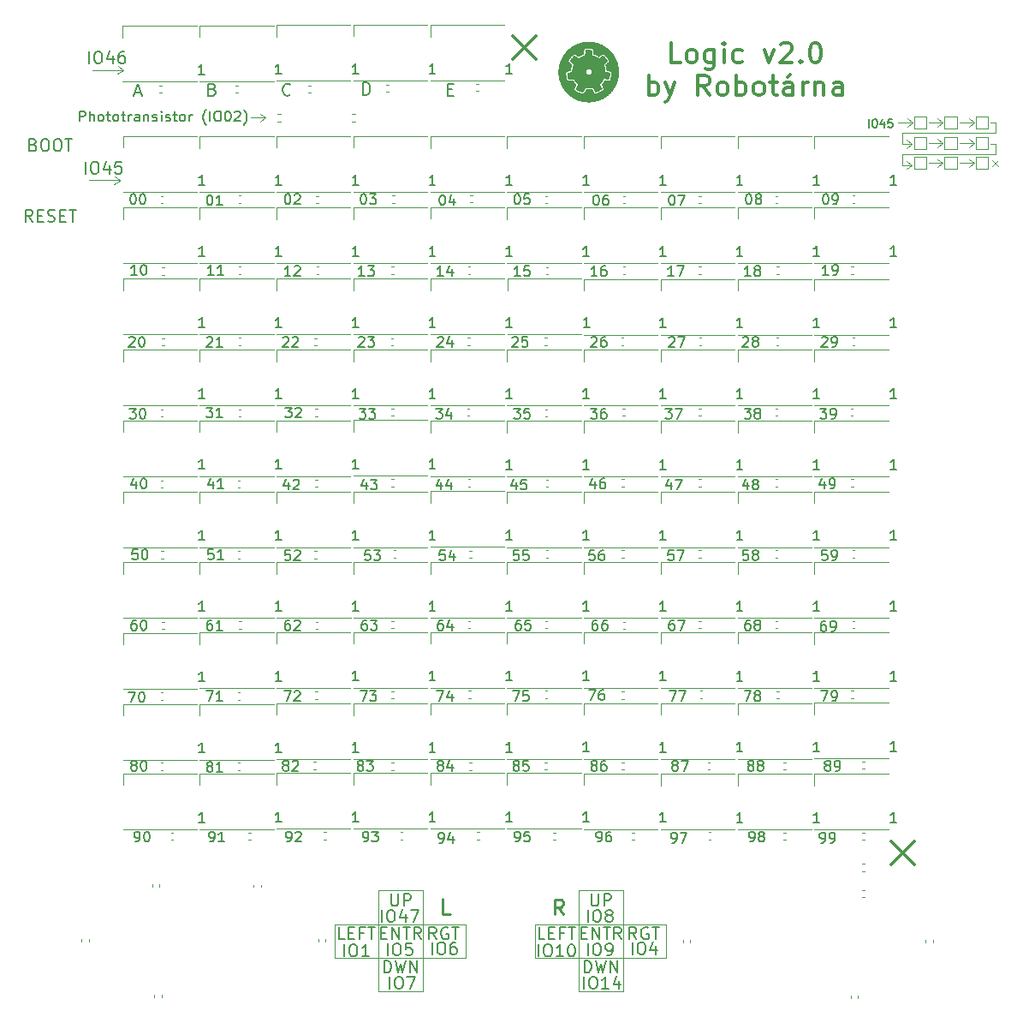
<source format=gto>
G04 #@! TF.GenerationSoftware,KiCad,Pcbnew,6.0.2+dfsg-1*
G04 #@! TF.CreationDate,2023-06-12T21:26:11+02:00*
G04 #@! TF.ProjectId,Logic_0,4c6f6769-635f-4302-9e6b-696361645f70,rev?*
G04 #@! TF.SameCoordinates,Original*
G04 #@! TF.FileFunction,Legend,Top*
G04 #@! TF.FilePolarity,Positive*
%FSLAX46Y46*%
G04 Gerber Fmt 4.6, Leading zero omitted, Abs format (unit mm)*
G04 Created by KiCad (PCBNEW 6.0.2+dfsg-1) date 2023-06-12 21:26:11*
%MOMM*%
%LPD*%
G01*
G04 APERTURE LIST*
%ADD10C,0.120000*%
%ADD11C,0.300000*%
%ADD12C,0.200000*%
%ADD13C,0.150000*%
%ADD14C,0.250000*%
G04 APERTURE END LIST*
D10*
X71800000Y-141350000D02*
X71900000Y-141350000D01*
X63300000Y-138050000D02*
X63200000Y-138050000D01*
X76100000Y-137850000D02*
X76100000Y-138050000D01*
X76100000Y-134750000D02*
X76100000Y-137850000D01*
X63200000Y-134750000D02*
X76100000Y-134750000D01*
X63200000Y-138050000D02*
X63200000Y-134750000D01*
X67500000Y-134750000D02*
X67500000Y-141350000D01*
X67500000Y-141350000D02*
X71800000Y-141350000D01*
X71900000Y-141350000D02*
X71900000Y-131350000D01*
X67500000Y-131350000D02*
X67500000Y-134750000D01*
X76100000Y-138050000D02*
X63300000Y-138050000D01*
X71900000Y-131350000D02*
X67800000Y-131350000D01*
X120300000Y-55500000D02*
X119800000Y-55100000D01*
X126400000Y-55500000D02*
X125900000Y-55100000D01*
X56300000Y-55000000D02*
X55800000Y-55400000D01*
X119300000Y-59700000D02*
X119300000Y-58600000D01*
X121900000Y-59500000D02*
X123300000Y-59500000D01*
X91700000Y-131350000D02*
X87300000Y-131350000D01*
X95900000Y-138050000D02*
X83000000Y-138050000D01*
X87300000Y-131350000D02*
X87300000Y-134750000D01*
X119300000Y-57600000D02*
X120250000Y-57600000D01*
X56300000Y-55000000D02*
X55800000Y-54600000D01*
X128500000Y-55500000D02*
X128000000Y-55500000D01*
X41943050Y-61205080D02*
X41374090Y-61578460D01*
X123300000Y-59500000D02*
X122800000Y-59100000D01*
X42280670Y-50309550D02*
X41719330Y-49890450D01*
X91600000Y-141350000D02*
X91700000Y-141350000D01*
X126600000Y-54900000D02*
X127800000Y-54900000D01*
X127800000Y-54900000D02*
X127800000Y-56100000D01*
X127800000Y-56100000D02*
X126600000Y-56100000D01*
X126600000Y-56100000D02*
X126600000Y-54900000D01*
X39194570Y-50309550D02*
X42280670Y-50309550D01*
X91700000Y-141350000D02*
X91700000Y-131350000D01*
X126600000Y-58900000D02*
X127800000Y-58900000D01*
X127800000Y-58900000D02*
X127800000Y-60100000D01*
X127800000Y-60100000D02*
X126600000Y-60100000D01*
X126600000Y-60100000D02*
X126600000Y-58900000D01*
X120500000Y-58900000D02*
X121700000Y-58900000D01*
X121700000Y-58900000D02*
X121700000Y-60100000D01*
X121700000Y-60100000D02*
X120500000Y-60100000D01*
X120500000Y-60100000D02*
X120500000Y-58900000D01*
X87300000Y-141350000D02*
X91600000Y-141350000D01*
X119300000Y-56500000D02*
X128500000Y-56500000D01*
X125000000Y-59500000D02*
X126400000Y-59500000D01*
X120250000Y-59700000D02*
X119750000Y-60100000D01*
X128800000Y-59200000D02*
X128200000Y-59800000D01*
X126400000Y-57500000D02*
X125900000Y-57100000D01*
X120250000Y-57600000D02*
X119750000Y-58000000D01*
X126400000Y-59500000D02*
X125900000Y-59900000D01*
X123500000Y-58900000D02*
X124700000Y-58900000D01*
X124700000Y-58900000D02*
X124700000Y-60100000D01*
X124700000Y-60100000D02*
X123500000Y-60100000D01*
X123500000Y-60100000D02*
X123500000Y-58900000D01*
X121900000Y-57500000D02*
X123300000Y-57500000D01*
X125000000Y-55500000D02*
X126400000Y-55500000D01*
X123500000Y-56900000D02*
X124700000Y-56900000D01*
X124700000Y-56900000D02*
X124700000Y-58100000D01*
X124700000Y-58100000D02*
X123500000Y-58100000D01*
X123500000Y-58100000D02*
X123500000Y-56900000D01*
X128500000Y-57600000D02*
X128000000Y-57600000D01*
X120250000Y-59700000D02*
X119750000Y-59300000D01*
X121900000Y-55500000D02*
X123300000Y-55500000D01*
X126600000Y-56900000D02*
X127800000Y-56900000D01*
X127800000Y-56900000D02*
X127800000Y-58100000D01*
X127800000Y-58100000D02*
X126600000Y-58100000D01*
X126600000Y-58100000D02*
X126600000Y-56900000D01*
X54900000Y-55000000D02*
X56300000Y-55000000D01*
X83000000Y-134750000D02*
X95900000Y-134750000D01*
X83000000Y-138050000D02*
X83000000Y-134750000D01*
X119300000Y-59700000D02*
X120250000Y-59700000D01*
X67800000Y-131350000D02*
X67500000Y-131350000D01*
X41943050Y-61200000D02*
X41381710Y-60780900D01*
X125000000Y-57500000D02*
X126400000Y-57500000D01*
X128500000Y-58600000D02*
X128500000Y-57600000D01*
X128200000Y-59200000D02*
X128800000Y-59800000D01*
X123300000Y-57500000D02*
X122800000Y-57900000D01*
X126400000Y-57500000D02*
X125900000Y-57900000D01*
X123500000Y-54900000D02*
X124700000Y-54900000D01*
X124700000Y-54900000D02*
X124700000Y-56100000D01*
X124700000Y-56100000D02*
X123500000Y-56100000D01*
X123500000Y-56100000D02*
X123500000Y-54900000D01*
X128500000Y-56500000D02*
X128500000Y-55500000D01*
X118900000Y-55500000D02*
X120300000Y-55500000D01*
X123300000Y-57500000D02*
X122800000Y-57100000D01*
X126400000Y-59500000D02*
X125900000Y-59100000D01*
X95900000Y-134750000D02*
X95900000Y-138050000D01*
X38856950Y-61200000D02*
X41943050Y-61200000D01*
X120500000Y-56900000D02*
X121700000Y-56900000D01*
X121700000Y-56900000D02*
X121700000Y-58100000D01*
X121700000Y-58100000D02*
X120500000Y-58100000D01*
X120500000Y-58100000D02*
X120500000Y-56900000D01*
X119300000Y-58600000D02*
X128500000Y-58600000D01*
X126400000Y-55500000D02*
X125900000Y-55900000D01*
X119300000Y-57600000D02*
X119300000Y-56500000D01*
X123300000Y-59500000D02*
X122800000Y-59900000D01*
X87300000Y-134750000D02*
X87300000Y-141350000D01*
X120250000Y-57600000D02*
X119750000Y-57200000D01*
X123300000Y-55500000D02*
X122800000Y-55100000D01*
X42280670Y-50314630D02*
X41711710Y-50688010D01*
X120500000Y-54900000D02*
X121700000Y-54900000D01*
X121700000Y-54900000D02*
X121700000Y-56100000D01*
X121700000Y-56100000D02*
X120500000Y-56100000D01*
X120500000Y-56100000D02*
X120500000Y-54900000D01*
X120300000Y-55500000D02*
X119800000Y-55900000D01*
X123300000Y-55500000D02*
X122800000Y-55900000D01*
D11*
X118199042Y-126498457D02*
X120484757Y-128784171D01*
X120484757Y-126498457D02*
X118199042Y-128784171D01*
D12*
X51085714Y-52214285D02*
X51257142Y-52271428D01*
X51314285Y-52328571D01*
X51371428Y-52442857D01*
X51371428Y-52614285D01*
X51314285Y-52728571D01*
X51257142Y-52785714D01*
X51142857Y-52842857D01*
X50685714Y-52842857D01*
X50685714Y-51642857D01*
X51085714Y-51642857D01*
X51200000Y-51700000D01*
X51257142Y-51757142D01*
X51314285Y-51871428D01*
X51314285Y-51985714D01*
X51257142Y-52100000D01*
X51200000Y-52157142D01*
X51085714Y-52214285D01*
X50685714Y-52214285D01*
X58771428Y-52728571D02*
X58714285Y-52785714D01*
X58542857Y-52842857D01*
X58428571Y-52842857D01*
X58257142Y-52785714D01*
X58142857Y-52671428D01*
X58085714Y-52557142D01*
X58028571Y-52328571D01*
X58028571Y-52157142D01*
X58085714Y-51928571D01*
X58142857Y-51814285D01*
X58257142Y-51700000D01*
X58428571Y-51642857D01*
X58542857Y-51642857D01*
X58714285Y-51700000D01*
X58771428Y-51757142D01*
X65985714Y-52742857D02*
X65985714Y-51542857D01*
X66271428Y-51542857D01*
X66442857Y-51600000D01*
X66557142Y-51714285D01*
X66614285Y-51828571D01*
X66671428Y-52057142D01*
X66671428Y-52228571D01*
X66614285Y-52457142D01*
X66557142Y-52571428D01*
X66442857Y-52685714D01*
X66271428Y-52742857D01*
X65985714Y-52742857D01*
X74342857Y-52214285D02*
X74742857Y-52214285D01*
X74914285Y-52842857D02*
X74342857Y-52842857D01*
X74342857Y-51642857D01*
X74914285Y-51642857D01*
D13*
X43176190Y-62552380D02*
X43271428Y-62552380D01*
X43366666Y-62600000D01*
X43414285Y-62647619D01*
X43461904Y-62742857D01*
X43509523Y-62933333D01*
X43509523Y-63171428D01*
X43461904Y-63361904D01*
X43414285Y-63457142D01*
X43366666Y-63504761D01*
X43271428Y-63552380D01*
X43176190Y-63552380D01*
X43080952Y-63504761D01*
X43033333Y-63457142D01*
X42985714Y-63361904D01*
X42938095Y-63171428D01*
X42938095Y-62933333D01*
X42985714Y-62742857D01*
X43033333Y-62647619D01*
X43080952Y-62600000D01*
X43176190Y-62552380D01*
X44128571Y-62552380D02*
X44223809Y-62552380D01*
X44319047Y-62600000D01*
X44366666Y-62647619D01*
X44414285Y-62742857D01*
X44461904Y-62933333D01*
X44461904Y-63171428D01*
X44414285Y-63361904D01*
X44366666Y-63457142D01*
X44319047Y-63504761D01*
X44223809Y-63552380D01*
X44128571Y-63552380D01*
X44033333Y-63504761D01*
X43985714Y-63457142D01*
X43938095Y-63361904D01*
X43890476Y-63171428D01*
X43890476Y-62933333D01*
X43938095Y-62742857D01*
X43985714Y-62647619D01*
X44033333Y-62600000D01*
X44128571Y-62552380D01*
D12*
X68600000Y-141092857D02*
X68600000Y-139892857D01*
X69400000Y-139892857D02*
X69628571Y-139892857D01*
X69742857Y-139950000D01*
X69857142Y-140064285D01*
X69914285Y-140292857D01*
X69914285Y-140692857D01*
X69857142Y-140921428D01*
X69742857Y-141035714D01*
X69628571Y-141092857D01*
X69400000Y-141092857D01*
X69285714Y-141035714D01*
X69171428Y-140921428D01*
X69114285Y-140692857D01*
X69114285Y-140292857D01*
X69171428Y-140064285D01*
X69285714Y-139950000D01*
X69400000Y-139892857D01*
X70314285Y-139892857D02*
X71114285Y-139892857D01*
X70600000Y-141092857D01*
X67828571Y-134492857D02*
X67828571Y-133292857D01*
X68628571Y-133292857D02*
X68857142Y-133292857D01*
X68971428Y-133350000D01*
X69085714Y-133464285D01*
X69142857Y-133692857D01*
X69142857Y-134092857D01*
X69085714Y-134321428D01*
X68971428Y-134435714D01*
X68857142Y-134492857D01*
X68628571Y-134492857D01*
X68514285Y-134435714D01*
X68400000Y-134321428D01*
X68342857Y-134092857D01*
X68342857Y-133692857D01*
X68400000Y-133464285D01*
X68514285Y-133350000D01*
X68628571Y-133292857D01*
X70171428Y-133692857D02*
X70171428Y-134492857D01*
X69885714Y-133235714D02*
X69600000Y-134092857D01*
X70342857Y-134092857D01*
X70685714Y-133292857D02*
X71485714Y-133292857D01*
X70971428Y-134492857D01*
X68400000Y-137792857D02*
X68400000Y-136592857D01*
X69200000Y-136592857D02*
X69428571Y-136592857D01*
X69542857Y-136650000D01*
X69657142Y-136764285D01*
X69714285Y-136992857D01*
X69714285Y-137392857D01*
X69657142Y-137621428D01*
X69542857Y-137735714D01*
X69428571Y-137792857D01*
X69200000Y-137792857D01*
X69085714Y-137735714D01*
X68971428Y-137621428D01*
X68914285Y-137392857D01*
X68914285Y-136992857D01*
X68971428Y-136764285D01*
X69085714Y-136650000D01*
X69200000Y-136592857D01*
X70800000Y-136592857D02*
X70228571Y-136592857D01*
X70171428Y-137164285D01*
X70228571Y-137107142D01*
X70342857Y-137050000D01*
X70628571Y-137050000D01*
X70742857Y-137107142D01*
X70800000Y-137164285D01*
X70857142Y-137278571D01*
X70857142Y-137564285D01*
X70800000Y-137678571D01*
X70742857Y-137735714D01*
X70628571Y-137792857D01*
X70342857Y-137792857D01*
X70228571Y-137735714D01*
X70171428Y-137678571D01*
X72800000Y-137692857D02*
X72800000Y-136492857D01*
X73600000Y-136492857D02*
X73828571Y-136492857D01*
X73942857Y-136550000D01*
X74057142Y-136664285D01*
X74114285Y-136892857D01*
X74114285Y-137292857D01*
X74057142Y-137521428D01*
X73942857Y-137635714D01*
X73828571Y-137692857D01*
X73600000Y-137692857D01*
X73485714Y-137635714D01*
X73371428Y-137521428D01*
X73314285Y-137292857D01*
X73314285Y-136892857D01*
X73371428Y-136664285D01*
X73485714Y-136550000D01*
X73600000Y-136492857D01*
X75142857Y-136492857D02*
X74914285Y-136492857D01*
X74800000Y-136550000D01*
X74742857Y-136607142D01*
X74628571Y-136778571D01*
X74571428Y-137007142D01*
X74571428Y-137464285D01*
X74628571Y-137578571D01*
X74685714Y-137635714D01*
X74800000Y-137692857D01*
X75028571Y-137692857D01*
X75142857Y-137635714D01*
X75200000Y-137578571D01*
X75257142Y-137464285D01*
X75257142Y-137178571D01*
X75200000Y-137064285D01*
X75142857Y-137007142D01*
X75028571Y-136950000D01*
X74800000Y-136950000D01*
X74685714Y-137007142D01*
X74628571Y-137064285D01*
X74571428Y-137178571D01*
X64100000Y-137892857D02*
X64100000Y-136692857D01*
X64900000Y-136692857D02*
X65128571Y-136692857D01*
X65242857Y-136750000D01*
X65357142Y-136864285D01*
X65414285Y-137092857D01*
X65414285Y-137492857D01*
X65357142Y-137721428D01*
X65242857Y-137835714D01*
X65128571Y-137892857D01*
X64900000Y-137892857D01*
X64785714Y-137835714D01*
X64671428Y-137721428D01*
X64614285Y-137492857D01*
X64614285Y-137092857D01*
X64671428Y-136864285D01*
X64785714Y-136750000D01*
X64900000Y-136692857D01*
X66557142Y-137892857D02*
X65871428Y-137892857D01*
X66214285Y-137892857D02*
X66214285Y-136692857D01*
X66100000Y-136864285D01*
X65985714Y-136978571D01*
X65871428Y-137035714D01*
X67757142Y-135564285D02*
X68157142Y-135564285D01*
X68328571Y-136192857D02*
X67757142Y-136192857D01*
X67757142Y-134992857D01*
X68328571Y-134992857D01*
X68842857Y-136192857D02*
X68842857Y-134992857D01*
X69528571Y-136192857D01*
X69528571Y-134992857D01*
X69928571Y-134992857D02*
X70614285Y-134992857D01*
X70271428Y-136192857D02*
X70271428Y-134992857D01*
X71700000Y-136192857D02*
X71300000Y-135621428D01*
X71014285Y-136192857D02*
X71014285Y-134992857D01*
X71471428Y-134992857D01*
X71585714Y-135050000D01*
X71642857Y-135107142D01*
X71700000Y-135221428D01*
X71700000Y-135392857D01*
X71642857Y-135507142D01*
X71585714Y-135564285D01*
X71471428Y-135621428D01*
X71014285Y-135621428D01*
D13*
X50538095Y-76747619D02*
X50585714Y-76700000D01*
X50680952Y-76652380D01*
X50919047Y-76652380D01*
X51014285Y-76700000D01*
X51061904Y-76747619D01*
X51109523Y-76842857D01*
X51109523Y-76938095D01*
X51061904Y-77080952D01*
X50490476Y-77652380D01*
X51109523Y-77652380D01*
X52061904Y-77652380D02*
X51490476Y-77652380D01*
X51776190Y-77652380D02*
X51776190Y-76652380D01*
X51680952Y-76795238D01*
X51585714Y-76890476D01*
X51490476Y-76938095D01*
X74061904Y-97752380D02*
X73585714Y-97752380D01*
X73538095Y-98228571D01*
X73585714Y-98180952D01*
X73680952Y-98133333D01*
X73919047Y-98133333D01*
X74014285Y-98180952D01*
X74061904Y-98228571D01*
X74109523Y-98323809D01*
X74109523Y-98561904D01*
X74061904Y-98657142D01*
X74014285Y-98704761D01*
X73919047Y-98752380D01*
X73680952Y-98752380D01*
X73585714Y-98704761D01*
X73538095Y-98657142D01*
X74966666Y-98085714D02*
X74966666Y-98752380D01*
X74728571Y-97704761D02*
X74490476Y-98419047D01*
X75109523Y-98419047D01*
X96414285Y-91085714D02*
X96414285Y-91752380D01*
X96176190Y-90704761D02*
X95938095Y-91419047D01*
X96557142Y-91419047D01*
X96842857Y-90752380D02*
X97509523Y-90752380D01*
X97080952Y-91752380D01*
X58433333Y-126552380D02*
X58623809Y-126552380D01*
X58719047Y-126504761D01*
X58766666Y-126457142D01*
X58861904Y-126314285D01*
X58909523Y-126123809D01*
X58909523Y-125742857D01*
X58861904Y-125647619D01*
X58814285Y-125600000D01*
X58719047Y-125552380D01*
X58528571Y-125552380D01*
X58433333Y-125600000D01*
X58385714Y-125647619D01*
X58338095Y-125742857D01*
X58338095Y-125980952D01*
X58385714Y-126076190D01*
X58433333Y-126123809D01*
X58528571Y-126171428D01*
X58719047Y-126171428D01*
X58814285Y-126123809D01*
X58861904Y-126076190D01*
X58909523Y-125980952D01*
X59290476Y-125647619D02*
X59338095Y-125600000D01*
X59433333Y-125552380D01*
X59671428Y-125552380D01*
X59766666Y-125600000D01*
X59814285Y-125647619D01*
X59861904Y-125742857D01*
X59861904Y-125838095D01*
X59814285Y-125980952D01*
X59242857Y-126552380D01*
X59861904Y-126552380D01*
X104228571Y-118980952D02*
X104133333Y-118933333D01*
X104085714Y-118885714D01*
X104038095Y-118790476D01*
X104038095Y-118742857D01*
X104085714Y-118647619D01*
X104133333Y-118600000D01*
X104228571Y-118552380D01*
X104419047Y-118552380D01*
X104514285Y-118600000D01*
X104561904Y-118647619D01*
X104609523Y-118742857D01*
X104609523Y-118790476D01*
X104561904Y-118885714D01*
X104514285Y-118933333D01*
X104419047Y-118980952D01*
X104228571Y-118980952D01*
X104133333Y-119028571D01*
X104085714Y-119076190D01*
X104038095Y-119171428D01*
X104038095Y-119361904D01*
X104085714Y-119457142D01*
X104133333Y-119504761D01*
X104228571Y-119552380D01*
X104419047Y-119552380D01*
X104514285Y-119504761D01*
X104561904Y-119457142D01*
X104609523Y-119361904D01*
X104609523Y-119171428D01*
X104561904Y-119076190D01*
X104514285Y-119028571D01*
X104419047Y-118980952D01*
X105180952Y-118980952D02*
X105085714Y-118933333D01*
X105038095Y-118885714D01*
X104990476Y-118790476D01*
X104990476Y-118742857D01*
X105038095Y-118647619D01*
X105085714Y-118600000D01*
X105180952Y-118552380D01*
X105371428Y-118552380D01*
X105466666Y-118600000D01*
X105514285Y-118647619D01*
X105561904Y-118742857D01*
X105561904Y-118790476D01*
X105514285Y-118885714D01*
X105466666Y-118933333D01*
X105371428Y-118980952D01*
X105180952Y-118980952D01*
X105085714Y-119028571D01*
X105038095Y-119076190D01*
X104990476Y-119171428D01*
X104990476Y-119361904D01*
X105038095Y-119457142D01*
X105085714Y-119504761D01*
X105180952Y-119552380D01*
X105371428Y-119552380D01*
X105466666Y-119504761D01*
X105514285Y-119457142D01*
X105561904Y-119361904D01*
X105561904Y-119171428D01*
X105514285Y-119076190D01*
X105466666Y-119028571D01*
X105371428Y-118980952D01*
X58614285Y-91085714D02*
X58614285Y-91752380D01*
X58376190Y-90704761D02*
X58138095Y-91419047D01*
X58757142Y-91419047D01*
X59090476Y-90847619D02*
X59138095Y-90800000D01*
X59233333Y-90752380D01*
X59471428Y-90752380D01*
X59566666Y-90800000D01*
X59614285Y-90847619D01*
X59661904Y-90942857D01*
X59661904Y-91038095D01*
X59614285Y-91180952D01*
X59042857Y-91752380D01*
X59661904Y-91752380D01*
D12*
X83328571Y-137892857D02*
X83328571Y-136692857D01*
X84128571Y-136692857D02*
X84357142Y-136692857D01*
X84471428Y-136750000D01*
X84585714Y-136864285D01*
X84642857Y-137092857D01*
X84642857Y-137492857D01*
X84585714Y-137721428D01*
X84471428Y-137835714D01*
X84357142Y-137892857D01*
X84128571Y-137892857D01*
X84014285Y-137835714D01*
X83900000Y-137721428D01*
X83842857Y-137492857D01*
X83842857Y-137092857D01*
X83900000Y-136864285D01*
X84014285Y-136750000D01*
X84128571Y-136692857D01*
X85785714Y-137892857D02*
X85100000Y-137892857D01*
X85442857Y-137892857D02*
X85442857Y-136692857D01*
X85328571Y-136864285D01*
X85214285Y-136978571D01*
X85100000Y-137035714D01*
X86528571Y-136692857D02*
X86642857Y-136692857D01*
X86757142Y-136750000D01*
X86814285Y-136807142D01*
X86871428Y-136921428D01*
X86928571Y-137150000D01*
X86928571Y-137435714D01*
X86871428Y-137664285D01*
X86814285Y-137778571D01*
X86757142Y-137835714D01*
X86642857Y-137892857D01*
X86528571Y-137892857D01*
X86414285Y-137835714D01*
X86357142Y-137778571D01*
X86300000Y-137664285D01*
X86242857Y-137435714D01*
X86242857Y-137150000D01*
X86300000Y-136921428D01*
X86357142Y-136807142D01*
X86414285Y-136750000D01*
X86528571Y-136692857D01*
X87828571Y-141092857D02*
X87828571Y-139892857D01*
X88628571Y-139892857D02*
X88857142Y-139892857D01*
X88971428Y-139950000D01*
X89085714Y-140064285D01*
X89142857Y-140292857D01*
X89142857Y-140692857D01*
X89085714Y-140921428D01*
X88971428Y-141035714D01*
X88857142Y-141092857D01*
X88628571Y-141092857D01*
X88514285Y-141035714D01*
X88400000Y-140921428D01*
X88342857Y-140692857D01*
X88342857Y-140292857D01*
X88400000Y-140064285D01*
X88514285Y-139950000D01*
X88628571Y-139892857D01*
X90285714Y-141092857D02*
X89600000Y-141092857D01*
X89942857Y-141092857D02*
X89942857Y-139892857D01*
X89828571Y-140064285D01*
X89714285Y-140178571D01*
X89600000Y-140235714D01*
X91314285Y-140292857D02*
X91314285Y-141092857D01*
X91028571Y-139835714D02*
X90742857Y-140692857D01*
X91485714Y-140692857D01*
D13*
X43609523Y-70552380D02*
X43038095Y-70552380D01*
X43323809Y-70552380D02*
X43323809Y-69552380D01*
X43228571Y-69695238D01*
X43133333Y-69790476D01*
X43038095Y-69838095D01*
X44228571Y-69552380D02*
X44323809Y-69552380D01*
X44419047Y-69600000D01*
X44466666Y-69647619D01*
X44514285Y-69742857D01*
X44561904Y-69933333D01*
X44561904Y-70171428D01*
X44514285Y-70361904D01*
X44466666Y-70457142D01*
X44419047Y-70504761D01*
X44323809Y-70552380D01*
X44228571Y-70552380D01*
X44133333Y-70504761D01*
X44085714Y-70457142D01*
X44038095Y-70361904D01*
X43990476Y-70171428D01*
X43990476Y-69933333D01*
X44038095Y-69742857D01*
X44085714Y-69647619D01*
X44133333Y-69600000D01*
X44228571Y-69552380D01*
X73290476Y-111652380D02*
X73957142Y-111652380D01*
X73528571Y-112652380D01*
X74766666Y-111985714D02*
X74766666Y-112652380D01*
X74528571Y-111604761D02*
X74290476Y-112319047D01*
X74909523Y-112319047D01*
X73776190Y-62652380D02*
X73871428Y-62652380D01*
X73966666Y-62700000D01*
X74014285Y-62747619D01*
X74061904Y-62842857D01*
X74109523Y-63033333D01*
X74109523Y-63271428D01*
X74061904Y-63461904D01*
X74014285Y-63557142D01*
X73966666Y-63604761D01*
X73871428Y-63652380D01*
X73776190Y-63652380D01*
X73680952Y-63604761D01*
X73633333Y-63557142D01*
X73585714Y-63461904D01*
X73538095Y-63271428D01*
X73538095Y-63033333D01*
X73585714Y-62842857D01*
X73633333Y-62747619D01*
X73680952Y-62700000D01*
X73776190Y-62652380D01*
X74966666Y-62985714D02*
X74966666Y-63652380D01*
X74728571Y-62604761D02*
X74490476Y-63319047D01*
X75109523Y-63319047D01*
X96714285Y-104652380D02*
X96523809Y-104652380D01*
X96428571Y-104700000D01*
X96380952Y-104747619D01*
X96285714Y-104890476D01*
X96238095Y-105080952D01*
X96238095Y-105461904D01*
X96285714Y-105557142D01*
X96333333Y-105604761D01*
X96428571Y-105652380D01*
X96619047Y-105652380D01*
X96714285Y-105604761D01*
X96761904Y-105557142D01*
X96809523Y-105461904D01*
X96809523Y-105223809D01*
X96761904Y-105128571D01*
X96714285Y-105080952D01*
X96619047Y-105033333D01*
X96428571Y-105033333D01*
X96333333Y-105080952D01*
X96285714Y-105128571D01*
X96238095Y-105223809D01*
X97142857Y-104652380D02*
X97809523Y-104652380D01*
X97380952Y-105652380D01*
X111190476Y-83752380D02*
X111809523Y-83752380D01*
X111476190Y-84133333D01*
X111619047Y-84133333D01*
X111714285Y-84180952D01*
X111761904Y-84228571D01*
X111809523Y-84323809D01*
X111809523Y-84561904D01*
X111761904Y-84657142D01*
X111714285Y-84704761D01*
X111619047Y-84752380D01*
X111333333Y-84752380D01*
X111238095Y-84704761D01*
X111190476Y-84657142D01*
X112285714Y-84752380D02*
X112476190Y-84752380D01*
X112571428Y-84704761D01*
X112619047Y-84657142D01*
X112714285Y-84514285D01*
X112761904Y-84323809D01*
X112761904Y-83942857D01*
X112714285Y-83847619D01*
X112666666Y-83800000D01*
X112571428Y-83752380D01*
X112380952Y-83752380D01*
X112285714Y-83800000D01*
X112238095Y-83847619D01*
X112190476Y-83942857D01*
X112190476Y-84180952D01*
X112238095Y-84276190D01*
X112285714Y-84323809D01*
X112380952Y-84371428D01*
X112571428Y-84371428D01*
X112666666Y-84323809D01*
X112714285Y-84276190D01*
X112761904Y-84180952D01*
X112009523Y-70552380D02*
X111438095Y-70552380D01*
X111723809Y-70552380D02*
X111723809Y-69552380D01*
X111628571Y-69695238D01*
X111533333Y-69790476D01*
X111438095Y-69838095D01*
X112485714Y-70552380D02*
X112676190Y-70552380D01*
X112771428Y-70504761D01*
X112819047Y-70457142D01*
X112914285Y-70314285D01*
X112961904Y-70123809D01*
X112961904Y-69742857D01*
X112914285Y-69647619D01*
X112866666Y-69600000D01*
X112771428Y-69552380D01*
X112580952Y-69552380D01*
X112485714Y-69600000D01*
X112438095Y-69647619D01*
X112390476Y-69742857D01*
X112390476Y-69980952D01*
X112438095Y-70076190D01*
X112485714Y-70123809D01*
X112580952Y-70171428D01*
X112771428Y-70171428D01*
X112866666Y-70123809D01*
X112914285Y-70076190D01*
X112961904Y-69980952D01*
X51014285Y-104652380D02*
X50823809Y-104652380D01*
X50728571Y-104700000D01*
X50680952Y-104747619D01*
X50585714Y-104890476D01*
X50538095Y-105080952D01*
X50538095Y-105461904D01*
X50585714Y-105557142D01*
X50633333Y-105604761D01*
X50728571Y-105652380D01*
X50919047Y-105652380D01*
X51014285Y-105604761D01*
X51061904Y-105557142D01*
X51109523Y-105461904D01*
X51109523Y-105223809D01*
X51061904Y-105128571D01*
X51014285Y-105080952D01*
X50919047Y-105033333D01*
X50728571Y-105033333D01*
X50633333Y-105080952D01*
X50585714Y-105128571D01*
X50538095Y-105223809D01*
X52061904Y-105652380D02*
X51490476Y-105652380D01*
X51776190Y-105652380D02*
X51776190Y-104652380D01*
X51680952Y-104795238D01*
X51585714Y-104890476D01*
X51490476Y-104938095D01*
X51161904Y-97652380D02*
X50685714Y-97652380D01*
X50638095Y-98128571D01*
X50685714Y-98080952D01*
X50780952Y-98033333D01*
X51019047Y-98033333D01*
X51114285Y-98080952D01*
X51161904Y-98128571D01*
X51209523Y-98223809D01*
X51209523Y-98461904D01*
X51161904Y-98557142D01*
X51114285Y-98604761D01*
X51019047Y-98652380D01*
X50780952Y-98652380D01*
X50685714Y-98604761D01*
X50638095Y-98557142D01*
X52161904Y-98652380D02*
X51590476Y-98652380D01*
X51876190Y-98652380D02*
X51876190Y-97652380D01*
X51780952Y-97795238D01*
X51685714Y-97890476D01*
X51590476Y-97938095D01*
X96238095Y-76747619D02*
X96285714Y-76700000D01*
X96380952Y-76652380D01*
X96619047Y-76652380D01*
X96714285Y-76700000D01*
X96761904Y-76747619D01*
X96809523Y-76842857D01*
X96809523Y-76938095D01*
X96761904Y-77080952D01*
X96190476Y-77652380D01*
X96809523Y-77652380D01*
X97142857Y-76652380D02*
X97809523Y-76652380D01*
X97380952Y-77652380D01*
D12*
X64157142Y-136192857D02*
X63585714Y-136192857D01*
X63585714Y-134992857D01*
X64557142Y-135564285D02*
X64957142Y-135564285D01*
X65128571Y-136192857D02*
X64557142Y-136192857D01*
X64557142Y-134992857D01*
X65128571Y-134992857D01*
X66042857Y-135564285D02*
X65642857Y-135564285D01*
X65642857Y-136192857D02*
X65642857Y-134992857D01*
X66214285Y-134992857D01*
X66500000Y-134992857D02*
X67185714Y-134992857D01*
X66842857Y-136192857D02*
X66842857Y-134992857D01*
D13*
X96709523Y-70652380D02*
X96138095Y-70652380D01*
X96423809Y-70652380D02*
X96423809Y-69652380D01*
X96328571Y-69795238D01*
X96233333Y-69890476D01*
X96138095Y-69938095D01*
X97042857Y-69652380D02*
X97709523Y-69652380D01*
X97280952Y-70652380D01*
X37938095Y-55352380D02*
X37938095Y-54352380D01*
X38319047Y-54352380D01*
X38414285Y-54400000D01*
X38461904Y-54447619D01*
X38509523Y-54542857D01*
X38509523Y-54685714D01*
X38461904Y-54780952D01*
X38414285Y-54828571D01*
X38319047Y-54876190D01*
X37938095Y-54876190D01*
X38938095Y-55352380D02*
X38938095Y-54352380D01*
X39366666Y-55352380D02*
X39366666Y-54828571D01*
X39319047Y-54733333D01*
X39223809Y-54685714D01*
X39080952Y-54685714D01*
X38985714Y-54733333D01*
X38938095Y-54780952D01*
X39985714Y-55352380D02*
X39890476Y-55304761D01*
X39842857Y-55257142D01*
X39795238Y-55161904D01*
X39795238Y-54876190D01*
X39842857Y-54780952D01*
X39890476Y-54733333D01*
X39985714Y-54685714D01*
X40128571Y-54685714D01*
X40223809Y-54733333D01*
X40271428Y-54780952D01*
X40319047Y-54876190D01*
X40319047Y-55161904D01*
X40271428Y-55257142D01*
X40223809Y-55304761D01*
X40128571Y-55352380D01*
X39985714Y-55352380D01*
X40604761Y-54685714D02*
X40985714Y-54685714D01*
X40747619Y-54352380D02*
X40747619Y-55209523D01*
X40795238Y-55304761D01*
X40890476Y-55352380D01*
X40985714Y-55352380D01*
X41461904Y-55352380D02*
X41366666Y-55304761D01*
X41319047Y-55257142D01*
X41271428Y-55161904D01*
X41271428Y-54876190D01*
X41319047Y-54780952D01*
X41366666Y-54733333D01*
X41461904Y-54685714D01*
X41604761Y-54685714D01*
X41700000Y-54733333D01*
X41747619Y-54780952D01*
X41795238Y-54876190D01*
X41795238Y-55161904D01*
X41747619Y-55257142D01*
X41700000Y-55304761D01*
X41604761Y-55352380D01*
X41461904Y-55352380D01*
X42080952Y-54685714D02*
X42461904Y-54685714D01*
X42223809Y-54352380D02*
X42223809Y-55209523D01*
X42271428Y-55304761D01*
X42366666Y-55352380D01*
X42461904Y-55352380D01*
X42795238Y-55352380D02*
X42795238Y-54685714D01*
X42795238Y-54876190D02*
X42842857Y-54780952D01*
X42890476Y-54733333D01*
X42985714Y-54685714D01*
X43080952Y-54685714D01*
X43842857Y-55352380D02*
X43842857Y-54828571D01*
X43795238Y-54733333D01*
X43700000Y-54685714D01*
X43509523Y-54685714D01*
X43414285Y-54733333D01*
X43842857Y-55304761D02*
X43747619Y-55352380D01*
X43509523Y-55352380D01*
X43414285Y-55304761D01*
X43366666Y-55209523D01*
X43366666Y-55114285D01*
X43414285Y-55019047D01*
X43509523Y-54971428D01*
X43747619Y-54971428D01*
X43842857Y-54923809D01*
X44319047Y-54685714D02*
X44319047Y-55352380D01*
X44319047Y-54780952D02*
X44366666Y-54733333D01*
X44461904Y-54685714D01*
X44604761Y-54685714D01*
X44700000Y-54733333D01*
X44747619Y-54828571D01*
X44747619Y-55352380D01*
X45176190Y-55304761D02*
X45271428Y-55352380D01*
X45461904Y-55352380D01*
X45557142Y-55304761D01*
X45604761Y-55209523D01*
X45604761Y-55161904D01*
X45557142Y-55066666D01*
X45461904Y-55019047D01*
X45319047Y-55019047D01*
X45223809Y-54971428D01*
X45176190Y-54876190D01*
X45176190Y-54828571D01*
X45223809Y-54733333D01*
X45319047Y-54685714D01*
X45461904Y-54685714D01*
X45557142Y-54733333D01*
X46033333Y-55352380D02*
X46033333Y-54685714D01*
X46033333Y-54352380D02*
X45985714Y-54400000D01*
X46033333Y-54447619D01*
X46080952Y-54400000D01*
X46033333Y-54352380D01*
X46033333Y-54447619D01*
X46461904Y-55304761D02*
X46557142Y-55352380D01*
X46747619Y-55352380D01*
X46842857Y-55304761D01*
X46890476Y-55209523D01*
X46890476Y-55161904D01*
X46842857Y-55066666D01*
X46747619Y-55019047D01*
X46604761Y-55019047D01*
X46509523Y-54971428D01*
X46461904Y-54876190D01*
X46461904Y-54828571D01*
X46509523Y-54733333D01*
X46604761Y-54685714D01*
X46747619Y-54685714D01*
X46842857Y-54733333D01*
X47176190Y-54685714D02*
X47557142Y-54685714D01*
X47319047Y-54352380D02*
X47319047Y-55209523D01*
X47366666Y-55304761D01*
X47461904Y-55352380D01*
X47557142Y-55352380D01*
X48033333Y-55352380D02*
X47938095Y-55304761D01*
X47890476Y-55257142D01*
X47842857Y-55161904D01*
X47842857Y-54876190D01*
X47890476Y-54780952D01*
X47938095Y-54733333D01*
X48033333Y-54685714D01*
X48176190Y-54685714D01*
X48271428Y-54733333D01*
X48319047Y-54780952D01*
X48366666Y-54876190D01*
X48366666Y-55161904D01*
X48319047Y-55257142D01*
X48271428Y-55304761D01*
X48176190Y-55352380D01*
X48033333Y-55352380D01*
X48795238Y-55352380D02*
X48795238Y-54685714D01*
X48795238Y-54876190D02*
X48842857Y-54780952D01*
X48890476Y-54733333D01*
X48985714Y-54685714D01*
X49080952Y-54685714D01*
X50461904Y-55733333D02*
X50414285Y-55685714D01*
X50319047Y-55542857D01*
X50271428Y-55447619D01*
X50223809Y-55304761D01*
X50176190Y-55066666D01*
X50176190Y-54876190D01*
X50223809Y-54638095D01*
X50271428Y-54495238D01*
X50319047Y-54400000D01*
X50414285Y-54257142D01*
X50461904Y-54209523D01*
X50842857Y-55352380D02*
X50842857Y-54352380D01*
X51509523Y-54352380D02*
X51700000Y-54352380D01*
X51795238Y-54400000D01*
X51890476Y-54495238D01*
X51938095Y-54685714D01*
X51938095Y-55019047D01*
X51890476Y-55209523D01*
X51795238Y-55304761D01*
X51700000Y-55352380D01*
X51509523Y-55352380D01*
X51414285Y-55304761D01*
X51319047Y-55209523D01*
X51271428Y-55019047D01*
X51271428Y-54685714D01*
X51319047Y-54495238D01*
X51414285Y-54400000D01*
X51509523Y-54352380D01*
X52557142Y-54352380D02*
X52652380Y-54352380D01*
X52747619Y-54400000D01*
X52795238Y-54447619D01*
X52842857Y-54542857D01*
X52890476Y-54733333D01*
X52890476Y-54971428D01*
X52842857Y-55161904D01*
X52795238Y-55257142D01*
X52747619Y-55304761D01*
X52652380Y-55352380D01*
X52557142Y-55352380D01*
X52461904Y-55304761D01*
X52414285Y-55257142D01*
X52366666Y-55161904D01*
X52319047Y-54971428D01*
X52319047Y-54733333D01*
X52366666Y-54542857D01*
X52414285Y-54447619D01*
X52461904Y-54400000D01*
X52557142Y-54352380D01*
X53271428Y-54447619D02*
X53319047Y-54400000D01*
X53414285Y-54352380D01*
X53652380Y-54352380D01*
X53747619Y-54400000D01*
X53795238Y-54447619D01*
X53842857Y-54542857D01*
X53842857Y-54638095D01*
X53795238Y-54780952D01*
X53223809Y-55352380D01*
X53842857Y-55352380D01*
X54176190Y-55733333D02*
X54223809Y-55685714D01*
X54319047Y-55542857D01*
X54366666Y-55447619D01*
X54414285Y-55304761D01*
X54461904Y-55066666D01*
X54461904Y-54876190D01*
X54414285Y-54638095D01*
X54366666Y-54495238D01*
X54319047Y-54400000D01*
X54223809Y-54257142D01*
X54176190Y-54209523D01*
X50490476Y-83652380D02*
X51109523Y-83652380D01*
X50776190Y-84033333D01*
X50919047Y-84033333D01*
X51014285Y-84080952D01*
X51061904Y-84128571D01*
X51109523Y-84223809D01*
X51109523Y-84461904D01*
X51061904Y-84557142D01*
X51014285Y-84604761D01*
X50919047Y-84652380D01*
X50633333Y-84652380D01*
X50538095Y-84604761D01*
X50490476Y-84557142D01*
X52061904Y-84652380D02*
X51490476Y-84652380D01*
X51776190Y-84652380D02*
X51776190Y-83652380D01*
X51680952Y-83795238D01*
X51585714Y-83890476D01*
X51490476Y-83938095D01*
D12*
X83957142Y-136192857D02*
X83385714Y-136192857D01*
X83385714Y-134992857D01*
X84357142Y-135564285D02*
X84757142Y-135564285D01*
X84928571Y-136192857D02*
X84357142Y-136192857D01*
X84357142Y-134992857D01*
X84928571Y-134992857D01*
X85842857Y-135564285D02*
X85442857Y-135564285D01*
X85442857Y-136192857D02*
X85442857Y-134992857D01*
X86014285Y-134992857D01*
X86300000Y-134992857D02*
X86985714Y-134992857D01*
X86642857Y-136192857D02*
X86642857Y-134992857D01*
D11*
X97371428Y-49594761D02*
X96419047Y-49594761D01*
X96419047Y-47594761D01*
X98323809Y-49594761D02*
X98133333Y-49499523D01*
X98038095Y-49404285D01*
X97942857Y-49213809D01*
X97942857Y-48642380D01*
X98038095Y-48451904D01*
X98133333Y-48356666D01*
X98323809Y-48261428D01*
X98609523Y-48261428D01*
X98800000Y-48356666D01*
X98895238Y-48451904D01*
X98990476Y-48642380D01*
X98990476Y-49213809D01*
X98895238Y-49404285D01*
X98800000Y-49499523D01*
X98609523Y-49594761D01*
X98323809Y-49594761D01*
X100704761Y-48261428D02*
X100704761Y-49880476D01*
X100609523Y-50070952D01*
X100514285Y-50166190D01*
X100323809Y-50261428D01*
X100038095Y-50261428D01*
X99847619Y-50166190D01*
X100704761Y-49499523D02*
X100514285Y-49594761D01*
X100133333Y-49594761D01*
X99942857Y-49499523D01*
X99847619Y-49404285D01*
X99752380Y-49213809D01*
X99752380Y-48642380D01*
X99847619Y-48451904D01*
X99942857Y-48356666D01*
X100133333Y-48261428D01*
X100514285Y-48261428D01*
X100704761Y-48356666D01*
X101657142Y-49594761D02*
X101657142Y-48261428D01*
X101657142Y-47594761D02*
X101561904Y-47690000D01*
X101657142Y-47785238D01*
X101752380Y-47690000D01*
X101657142Y-47594761D01*
X101657142Y-47785238D01*
X103466666Y-49499523D02*
X103276190Y-49594761D01*
X102895238Y-49594761D01*
X102704761Y-49499523D01*
X102609523Y-49404285D01*
X102514285Y-49213809D01*
X102514285Y-48642380D01*
X102609523Y-48451904D01*
X102704761Y-48356666D01*
X102895238Y-48261428D01*
X103276190Y-48261428D01*
X103466666Y-48356666D01*
X105657142Y-48261428D02*
X106133333Y-49594761D01*
X106609523Y-48261428D01*
X107276190Y-47785238D02*
X107371428Y-47690000D01*
X107561904Y-47594761D01*
X108038095Y-47594761D01*
X108228571Y-47690000D01*
X108323809Y-47785238D01*
X108419047Y-47975714D01*
X108419047Y-48166190D01*
X108323809Y-48451904D01*
X107180952Y-49594761D01*
X108419047Y-49594761D01*
X109276190Y-49404285D02*
X109371428Y-49499523D01*
X109276190Y-49594761D01*
X109180952Y-49499523D01*
X109276190Y-49404285D01*
X109276190Y-49594761D01*
X110609523Y-47594761D02*
X110800000Y-47594761D01*
X110990476Y-47690000D01*
X111085714Y-47785238D01*
X111180952Y-47975714D01*
X111276190Y-48356666D01*
X111276190Y-48832857D01*
X111180952Y-49213809D01*
X111085714Y-49404285D01*
X110990476Y-49499523D01*
X110800000Y-49594761D01*
X110609523Y-49594761D01*
X110419047Y-49499523D01*
X110323809Y-49404285D01*
X110228571Y-49213809D01*
X110133333Y-48832857D01*
X110133333Y-48356666D01*
X110228571Y-47975714D01*
X110323809Y-47785238D01*
X110419047Y-47690000D01*
X110609523Y-47594761D01*
X94228571Y-52814761D02*
X94228571Y-50814761D01*
X94228571Y-51576666D02*
X94419047Y-51481428D01*
X94800000Y-51481428D01*
X94990476Y-51576666D01*
X95085714Y-51671904D01*
X95180952Y-51862380D01*
X95180952Y-52433809D01*
X95085714Y-52624285D01*
X94990476Y-52719523D01*
X94800000Y-52814761D01*
X94419047Y-52814761D01*
X94228571Y-52719523D01*
X95847619Y-51481428D02*
X96323809Y-52814761D01*
X96800000Y-51481428D02*
X96323809Y-52814761D01*
X96133333Y-53290952D01*
X96038095Y-53386190D01*
X95847619Y-53481428D01*
X100228571Y-52814761D02*
X99561904Y-51862380D01*
X99085714Y-52814761D02*
X99085714Y-50814761D01*
X99847619Y-50814761D01*
X100038095Y-50910000D01*
X100133333Y-51005238D01*
X100228571Y-51195714D01*
X100228571Y-51481428D01*
X100133333Y-51671904D01*
X100038095Y-51767142D01*
X99847619Y-51862380D01*
X99085714Y-51862380D01*
X101371428Y-52814761D02*
X101180952Y-52719523D01*
X101085714Y-52624285D01*
X100990476Y-52433809D01*
X100990476Y-51862380D01*
X101085714Y-51671904D01*
X101180952Y-51576666D01*
X101371428Y-51481428D01*
X101657142Y-51481428D01*
X101847619Y-51576666D01*
X101942857Y-51671904D01*
X102038095Y-51862380D01*
X102038095Y-52433809D01*
X101942857Y-52624285D01*
X101847619Y-52719523D01*
X101657142Y-52814761D01*
X101371428Y-52814761D01*
X102895238Y-52814761D02*
X102895238Y-50814761D01*
X102895238Y-51576666D02*
X103085714Y-51481428D01*
X103466666Y-51481428D01*
X103657142Y-51576666D01*
X103752380Y-51671904D01*
X103847619Y-51862380D01*
X103847619Y-52433809D01*
X103752380Y-52624285D01*
X103657142Y-52719523D01*
X103466666Y-52814761D01*
X103085714Y-52814761D01*
X102895238Y-52719523D01*
X104990476Y-52814761D02*
X104800000Y-52719523D01*
X104704761Y-52624285D01*
X104609523Y-52433809D01*
X104609523Y-51862380D01*
X104704761Y-51671904D01*
X104800000Y-51576666D01*
X104990476Y-51481428D01*
X105276190Y-51481428D01*
X105466666Y-51576666D01*
X105561904Y-51671904D01*
X105657142Y-51862380D01*
X105657142Y-52433809D01*
X105561904Y-52624285D01*
X105466666Y-52719523D01*
X105276190Y-52814761D01*
X104990476Y-52814761D01*
X106228571Y-51481428D02*
X106990476Y-51481428D01*
X106514285Y-50814761D02*
X106514285Y-52529047D01*
X106609523Y-52719523D01*
X106800000Y-52814761D01*
X106990476Y-52814761D01*
X108514285Y-52814761D02*
X108514285Y-51767142D01*
X108419047Y-51576666D01*
X108228571Y-51481428D01*
X107847619Y-51481428D01*
X107657142Y-51576666D01*
X108514285Y-52719523D02*
X108323809Y-52814761D01*
X107847619Y-52814761D01*
X107657142Y-52719523D01*
X107561904Y-52529047D01*
X107561904Y-52338571D01*
X107657142Y-52148095D01*
X107847619Y-52052857D01*
X108323809Y-52052857D01*
X108514285Y-51957619D01*
X108228571Y-50719523D02*
X107942857Y-51005238D01*
X109466666Y-52814761D02*
X109466666Y-51481428D01*
X109466666Y-51862380D02*
X109561904Y-51671904D01*
X109657142Y-51576666D01*
X109847619Y-51481428D01*
X110038095Y-51481428D01*
X110704761Y-51481428D02*
X110704761Y-52814761D01*
X110704761Y-51671904D02*
X110800000Y-51576666D01*
X110990476Y-51481428D01*
X111276190Y-51481428D01*
X111466666Y-51576666D01*
X111561904Y-51767142D01*
X111561904Y-52814761D01*
X113371428Y-52814761D02*
X113371428Y-51767142D01*
X113276190Y-51576666D01*
X113085714Y-51481428D01*
X112704761Y-51481428D01*
X112514285Y-51576666D01*
X113371428Y-52719523D02*
X113180952Y-52814761D01*
X112704761Y-52814761D01*
X112514285Y-52719523D01*
X112419047Y-52529047D01*
X112419047Y-52338571D01*
X112514285Y-52148095D01*
X112704761Y-52052857D01*
X113180952Y-52052857D01*
X113371428Y-51957619D01*
D13*
X89114285Y-104652380D02*
X88923809Y-104652380D01*
X88828571Y-104700000D01*
X88780952Y-104747619D01*
X88685714Y-104890476D01*
X88638095Y-105080952D01*
X88638095Y-105461904D01*
X88685714Y-105557142D01*
X88733333Y-105604761D01*
X88828571Y-105652380D01*
X89019047Y-105652380D01*
X89114285Y-105604761D01*
X89161904Y-105557142D01*
X89209523Y-105461904D01*
X89209523Y-105223809D01*
X89161904Y-105128571D01*
X89114285Y-105080952D01*
X89019047Y-105033333D01*
X88828571Y-105033333D01*
X88733333Y-105080952D01*
X88685714Y-105128571D01*
X88638095Y-105223809D01*
X90066666Y-104652380D02*
X89876190Y-104652380D01*
X89780952Y-104700000D01*
X89733333Y-104747619D01*
X89638095Y-104890476D01*
X89590476Y-105080952D01*
X89590476Y-105461904D01*
X89638095Y-105557142D01*
X89685714Y-105604761D01*
X89780952Y-105652380D01*
X89971428Y-105652380D01*
X90066666Y-105604761D01*
X90114285Y-105557142D01*
X90161904Y-105461904D01*
X90161904Y-105223809D01*
X90114285Y-105128571D01*
X90066666Y-105080952D01*
X89971428Y-105033333D01*
X89780952Y-105033333D01*
X89685714Y-105080952D01*
X89638095Y-105128571D01*
X89590476Y-105223809D01*
X42838095Y-76747619D02*
X42885714Y-76700000D01*
X42980952Y-76652380D01*
X43219047Y-76652380D01*
X43314285Y-76700000D01*
X43361904Y-76747619D01*
X43409523Y-76842857D01*
X43409523Y-76938095D01*
X43361904Y-77080952D01*
X42790476Y-77652380D01*
X43409523Y-77652380D01*
X44028571Y-76652380D02*
X44123809Y-76652380D01*
X44219047Y-76700000D01*
X44266666Y-76747619D01*
X44314285Y-76842857D01*
X44361904Y-77033333D01*
X44361904Y-77271428D01*
X44314285Y-77461904D01*
X44266666Y-77557142D01*
X44219047Y-77604761D01*
X44123809Y-77652380D01*
X44028571Y-77652380D01*
X43933333Y-77604761D01*
X43885714Y-77557142D01*
X43838095Y-77461904D01*
X43790476Y-77271428D01*
X43790476Y-77033333D01*
X43838095Y-76842857D01*
X43885714Y-76747619D01*
X43933333Y-76700000D01*
X44028571Y-76652380D01*
X58761904Y-97752380D02*
X58285714Y-97752380D01*
X58238095Y-98228571D01*
X58285714Y-98180952D01*
X58380952Y-98133333D01*
X58619047Y-98133333D01*
X58714285Y-98180952D01*
X58761904Y-98228571D01*
X58809523Y-98323809D01*
X58809523Y-98561904D01*
X58761904Y-98657142D01*
X58714285Y-98704761D01*
X58619047Y-98752380D01*
X58380952Y-98752380D01*
X58285714Y-98704761D01*
X58238095Y-98657142D01*
X59190476Y-97847619D02*
X59238095Y-97800000D01*
X59333333Y-97752380D01*
X59571428Y-97752380D01*
X59666666Y-97800000D01*
X59714285Y-97847619D01*
X59761904Y-97942857D01*
X59761904Y-98038095D01*
X59714285Y-98180952D01*
X59142857Y-98752380D01*
X59761904Y-98752380D01*
X111614285Y-90985714D02*
X111614285Y-91652380D01*
X111376190Y-90604761D02*
X111138095Y-91319047D01*
X111757142Y-91319047D01*
X112185714Y-91652380D02*
X112376190Y-91652380D01*
X112471428Y-91604761D01*
X112519047Y-91557142D01*
X112614285Y-91414285D01*
X112661904Y-91223809D01*
X112661904Y-90842857D01*
X112614285Y-90747619D01*
X112566666Y-90700000D01*
X112471428Y-90652380D01*
X112280952Y-90652380D01*
X112185714Y-90700000D01*
X112138095Y-90747619D01*
X112090476Y-90842857D01*
X112090476Y-91080952D01*
X112138095Y-91176190D01*
X112185714Y-91223809D01*
X112280952Y-91271428D01*
X112471428Y-91271428D01*
X112566666Y-91223809D01*
X112614285Y-91176190D01*
X112661904Y-91080952D01*
X66109523Y-70652380D02*
X65538095Y-70652380D01*
X65823809Y-70652380D02*
X65823809Y-69652380D01*
X65728571Y-69795238D01*
X65633333Y-69890476D01*
X65538095Y-69938095D01*
X66442857Y-69652380D02*
X67061904Y-69652380D01*
X66728571Y-70033333D01*
X66871428Y-70033333D01*
X66966666Y-70080952D01*
X67014285Y-70128571D01*
X67061904Y-70223809D01*
X67061904Y-70461904D01*
X67014285Y-70557142D01*
X66966666Y-70604761D01*
X66871428Y-70652380D01*
X66585714Y-70652380D01*
X66490476Y-70604761D01*
X66442857Y-70557142D01*
D11*
X80782302Y-46950737D02*
X83068017Y-49236451D01*
X83068017Y-46950737D02*
X80782302Y-49236451D01*
D13*
X88861904Y-97752380D02*
X88385714Y-97752380D01*
X88338095Y-98228571D01*
X88385714Y-98180952D01*
X88480952Y-98133333D01*
X88719047Y-98133333D01*
X88814285Y-98180952D01*
X88861904Y-98228571D01*
X88909523Y-98323809D01*
X88909523Y-98561904D01*
X88861904Y-98657142D01*
X88814285Y-98704761D01*
X88719047Y-98752380D01*
X88480952Y-98752380D01*
X88385714Y-98704761D01*
X88338095Y-98657142D01*
X89766666Y-97752380D02*
X89576190Y-97752380D01*
X89480952Y-97800000D01*
X89433333Y-97847619D01*
X89338095Y-97990476D01*
X89290476Y-98180952D01*
X89290476Y-98561904D01*
X89338095Y-98657142D01*
X89385714Y-98704761D01*
X89480952Y-98752380D01*
X89671428Y-98752380D01*
X89766666Y-98704761D01*
X89814285Y-98657142D01*
X89861904Y-98561904D01*
X89861904Y-98323809D01*
X89814285Y-98228571D01*
X89766666Y-98180952D01*
X89671428Y-98133333D01*
X89480952Y-98133333D01*
X89385714Y-98180952D01*
X89338095Y-98228571D01*
X89290476Y-98323809D01*
X65628571Y-118980952D02*
X65533333Y-118933333D01*
X65485714Y-118885714D01*
X65438095Y-118790476D01*
X65438095Y-118742857D01*
X65485714Y-118647619D01*
X65533333Y-118600000D01*
X65628571Y-118552380D01*
X65819047Y-118552380D01*
X65914285Y-118600000D01*
X65961904Y-118647619D01*
X66009523Y-118742857D01*
X66009523Y-118790476D01*
X65961904Y-118885714D01*
X65914285Y-118933333D01*
X65819047Y-118980952D01*
X65628571Y-118980952D01*
X65533333Y-119028571D01*
X65485714Y-119076190D01*
X65438095Y-119171428D01*
X65438095Y-119361904D01*
X65485714Y-119457142D01*
X65533333Y-119504761D01*
X65628571Y-119552380D01*
X65819047Y-119552380D01*
X65914285Y-119504761D01*
X65961904Y-119457142D01*
X66009523Y-119361904D01*
X66009523Y-119171428D01*
X65961904Y-119076190D01*
X65914285Y-119028571D01*
X65819047Y-118980952D01*
X66342857Y-118552380D02*
X66961904Y-118552380D01*
X66628571Y-118933333D01*
X66771428Y-118933333D01*
X66866666Y-118980952D01*
X66914285Y-119028571D01*
X66961904Y-119123809D01*
X66961904Y-119361904D01*
X66914285Y-119457142D01*
X66866666Y-119504761D01*
X66771428Y-119552380D01*
X66485714Y-119552380D01*
X66390476Y-119504761D01*
X66342857Y-119457142D01*
X73338095Y-76747619D02*
X73385714Y-76700000D01*
X73480952Y-76652380D01*
X73719047Y-76652380D01*
X73814285Y-76700000D01*
X73861904Y-76747619D01*
X73909523Y-76842857D01*
X73909523Y-76938095D01*
X73861904Y-77080952D01*
X73290476Y-77652380D01*
X73909523Y-77652380D01*
X74766666Y-76985714D02*
X74766666Y-77652380D01*
X74528571Y-76604761D02*
X74290476Y-77319047D01*
X74909523Y-77319047D01*
X73533333Y-126652380D02*
X73723809Y-126652380D01*
X73819047Y-126604761D01*
X73866666Y-126557142D01*
X73961904Y-126414285D01*
X74009523Y-126223809D01*
X74009523Y-125842857D01*
X73961904Y-125747619D01*
X73914285Y-125700000D01*
X73819047Y-125652380D01*
X73628571Y-125652380D01*
X73533333Y-125700000D01*
X73485714Y-125747619D01*
X73438095Y-125842857D01*
X73438095Y-126080952D01*
X73485714Y-126176190D01*
X73533333Y-126223809D01*
X73628571Y-126271428D01*
X73819047Y-126271428D01*
X73914285Y-126223809D01*
X73961904Y-126176190D01*
X74009523Y-126080952D01*
X74866666Y-125985714D02*
X74866666Y-126652380D01*
X74628571Y-125604761D02*
X74390476Y-126319047D01*
X75009523Y-126319047D01*
X88538095Y-76747619D02*
X88585714Y-76700000D01*
X88680952Y-76652380D01*
X88919047Y-76652380D01*
X89014285Y-76700000D01*
X89061904Y-76747619D01*
X89109523Y-76842857D01*
X89109523Y-76938095D01*
X89061904Y-77080952D01*
X88490476Y-77652380D01*
X89109523Y-77652380D01*
X89966666Y-76652380D02*
X89776190Y-76652380D01*
X89680952Y-76700000D01*
X89633333Y-76747619D01*
X89538095Y-76890476D01*
X89490476Y-77080952D01*
X89490476Y-77461904D01*
X89538095Y-77557142D01*
X89585714Y-77604761D01*
X89680952Y-77652380D01*
X89871428Y-77652380D01*
X89966666Y-77604761D01*
X90014285Y-77557142D01*
X90061904Y-77461904D01*
X90061904Y-77223809D01*
X90014285Y-77128571D01*
X89966666Y-77080952D01*
X89871428Y-77033333D01*
X89680952Y-77033333D01*
X89585714Y-77080952D01*
X89538095Y-77128571D01*
X89490476Y-77223809D01*
X73190476Y-83752380D02*
X73809523Y-83752380D01*
X73476190Y-84133333D01*
X73619047Y-84133333D01*
X73714285Y-84180952D01*
X73761904Y-84228571D01*
X73809523Y-84323809D01*
X73809523Y-84561904D01*
X73761904Y-84657142D01*
X73714285Y-84704761D01*
X73619047Y-84752380D01*
X73333333Y-84752380D01*
X73238095Y-84704761D01*
X73190476Y-84657142D01*
X74666666Y-84085714D02*
X74666666Y-84752380D01*
X74428571Y-83704761D02*
X74190476Y-84419047D01*
X74809523Y-84419047D01*
X88290476Y-111552380D02*
X88957142Y-111552380D01*
X88528571Y-112552380D01*
X89766666Y-111552380D02*
X89576190Y-111552380D01*
X89480952Y-111600000D01*
X89433333Y-111647619D01*
X89338095Y-111790476D01*
X89290476Y-111980952D01*
X89290476Y-112361904D01*
X89338095Y-112457142D01*
X89385714Y-112504761D01*
X89480952Y-112552380D01*
X89671428Y-112552380D01*
X89766666Y-112504761D01*
X89814285Y-112457142D01*
X89861904Y-112361904D01*
X89861904Y-112123809D01*
X89814285Y-112028571D01*
X89766666Y-111980952D01*
X89671428Y-111933333D01*
X89480952Y-111933333D01*
X89385714Y-111980952D01*
X89338095Y-112028571D01*
X89290476Y-112123809D01*
X104309523Y-70652380D02*
X103738095Y-70652380D01*
X104023809Y-70652380D02*
X104023809Y-69652380D01*
X103928571Y-69795238D01*
X103833333Y-69890476D01*
X103738095Y-69938095D01*
X104880952Y-70080952D02*
X104785714Y-70033333D01*
X104738095Y-69985714D01*
X104690476Y-69890476D01*
X104690476Y-69842857D01*
X104738095Y-69747619D01*
X104785714Y-69700000D01*
X104880952Y-69652380D01*
X105071428Y-69652380D01*
X105166666Y-69700000D01*
X105214285Y-69747619D01*
X105261904Y-69842857D01*
X105261904Y-69890476D01*
X105214285Y-69985714D01*
X105166666Y-70033333D01*
X105071428Y-70080952D01*
X104880952Y-70080952D01*
X104785714Y-70128571D01*
X104738095Y-70176190D01*
X104690476Y-70271428D01*
X104690476Y-70461904D01*
X104738095Y-70557142D01*
X104785714Y-70604761D01*
X104880952Y-70652380D01*
X105071428Y-70652380D01*
X105166666Y-70604761D01*
X105214285Y-70557142D01*
X105261904Y-70461904D01*
X105261904Y-70271428D01*
X105214285Y-70176190D01*
X105166666Y-70128571D01*
X105071428Y-70080952D01*
X50728571Y-119080952D02*
X50633333Y-119033333D01*
X50585714Y-118985714D01*
X50538095Y-118890476D01*
X50538095Y-118842857D01*
X50585714Y-118747619D01*
X50633333Y-118700000D01*
X50728571Y-118652380D01*
X50919047Y-118652380D01*
X51014285Y-118700000D01*
X51061904Y-118747619D01*
X51109523Y-118842857D01*
X51109523Y-118890476D01*
X51061904Y-118985714D01*
X51014285Y-119033333D01*
X50919047Y-119080952D01*
X50728571Y-119080952D01*
X50633333Y-119128571D01*
X50585714Y-119176190D01*
X50538095Y-119271428D01*
X50538095Y-119461904D01*
X50585714Y-119557142D01*
X50633333Y-119604761D01*
X50728571Y-119652380D01*
X50919047Y-119652380D01*
X51014285Y-119604761D01*
X51061904Y-119557142D01*
X51109523Y-119461904D01*
X51109523Y-119271428D01*
X51061904Y-119176190D01*
X51014285Y-119128571D01*
X50919047Y-119080952D01*
X52061904Y-119652380D02*
X51490476Y-119652380D01*
X51776190Y-119652380D02*
X51776190Y-118652380D01*
X51680952Y-118795238D01*
X51585714Y-118890476D01*
X51490476Y-118938095D01*
X81114285Y-91085714D02*
X81114285Y-91752380D01*
X80876190Y-90704761D02*
X80638095Y-91419047D01*
X81257142Y-91419047D01*
X82114285Y-90752380D02*
X81638095Y-90752380D01*
X81590476Y-91228571D01*
X81638095Y-91180952D01*
X81733333Y-91133333D01*
X81971428Y-91133333D01*
X82066666Y-91180952D01*
X82114285Y-91228571D01*
X82161904Y-91323809D01*
X82161904Y-91561904D01*
X82114285Y-91657142D01*
X82066666Y-91704761D01*
X81971428Y-91752380D01*
X81733333Y-91752380D01*
X81638095Y-91704761D01*
X81590476Y-91657142D01*
D12*
X93014285Y-136192857D02*
X92614285Y-135621428D01*
X92328571Y-136192857D02*
X92328571Y-134992857D01*
X92785714Y-134992857D01*
X92900000Y-135050000D01*
X92957142Y-135107142D01*
X93014285Y-135221428D01*
X93014285Y-135392857D01*
X92957142Y-135507142D01*
X92900000Y-135564285D01*
X92785714Y-135621428D01*
X92328571Y-135621428D01*
X94157142Y-135050000D02*
X94042857Y-134992857D01*
X93871428Y-134992857D01*
X93700000Y-135050000D01*
X93585714Y-135164285D01*
X93528571Y-135278571D01*
X93471428Y-135507142D01*
X93471428Y-135678571D01*
X93528571Y-135907142D01*
X93585714Y-136021428D01*
X93700000Y-136135714D01*
X93871428Y-136192857D01*
X93985714Y-136192857D01*
X94157142Y-136135714D01*
X94214285Y-136078571D01*
X94214285Y-135678571D01*
X93985714Y-135678571D01*
X94557142Y-134992857D02*
X95242857Y-134992857D01*
X94900000Y-136192857D02*
X94900000Y-134992857D01*
D13*
X65690476Y-111652380D02*
X66357142Y-111652380D01*
X65928571Y-112652380D01*
X66642857Y-111652380D02*
X67261904Y-111652380D01*
X66928571Y-112033333D01*
X67071428Y-112033333D01*
X67166666Y-112080952D01*
X67214285Y-112128571D01*
X67261904Y-112223809D01*
X67261904Y-112461904D01*
X67214285Y-112557142D01*
X67166666Y-112604761D01*
X67071428Y-112652380D01*
X66785714Y-112652380D01*
X66690476Y-112604761D01*
X66642857Y-112557142D01*
D12*
X87871428Y-139492857D02*
X87871428Y-138292857D01*
X88157142Y-138292857D01*
X88328571Y-138350000D01*
X88442857Y-138464285D01*
X88500000Y-138578571D01*
X88557142Y-138807142D01*
X88557142Y-138978571D01*
X88500000Y-139207142D01*
X88442857Y-139321428D01*
X88328571Y-139435714D01*
X88157142Y-139492857D01*
X87871428Y-139492857D01*
X88957142Y-138292857D02*
X89242857Y-139492857D01*
X89471428Y-138635714D01*
X89700000Y-139492857D01*
X89985714Y-138292857D01*
X90442857Y-139492857D02*
X90442857Y-138292857D01*
X91128571Y-139492857D01*
X91128571Y-138292857D01*
X88557142Y-131692857D02*
X88557142Y-132664285D01*
X88614285Y-132778571D01*
X88671428Y-132835714D01*
X88785714Y-132892857D01*
X89014285Y-132892857D01*
X89128571Y-132835714D01*
X89185714Y-132778571D01*
X89242857Y-132664285D01*
X89242857Y-131692857D01*
X89814285Y-132892857D02*
X89814285Y-131692857D01*
X90271428Y-131692857D01*
X90385714Y-131750000D01*
X90442857Y-131807142D01*
X90500000Y-131921428D01*
X90500000Y-132092857D01*
X90442857Y-132207142D01*
X90385714Y-132264285D01*
X90271428Y-132321428D01*
X89814285Y-132321428D01*
D13*
X111233333Y-126652380D02*
X111423809Y-126652380D01*
X111519047Y-126604761D01*
X111566666Y-126557142D01*
X111661904Y-126414285D01*
X111709523Y-126223809D01*
X111709523Y-125842857D01*
X111661904Y-125747619D01*
X111614285Y-125700000D01*
X111519047Y-125652380D01*
X111328571Y-125652380D01*
X111233333Y-125700000D01*
X111185714Y-125747619D01*
X111138095Y-125842857D01*
X111138095Y-126080952D01*
X111185714Y-126176190D01*
X111233333Y-126223809D01*
X111328571Y-126271428D01*
X111519047Y-126271428D01*
X111614285Y-126223809D01*
X111661904Y-126176190D01*
X111709523Y-126080952D01*
X112185714Y-126652380D02*
X112376190Y-126652380D01*
X112471428Y-126604761D01*
X112519047Y-126557142D01*
X112614285Y-126414285D01*
X112661904Y-126223809D01*
X112661904Y-125842857D01*
X112614285Y-125747619D01*
X112566666Y-125700000D01*
X112471428Y-125652380D01*
X112280952Y-125652380D01*
X112185714Y-125700000D01*
X112138095Y-125747619D01*
X112090476Y-125842857D01*
X112090476Y-126080952D01*
X112138095Y-126176190D01*
X112185714Y-126223809D01*
X112280952Y-126271428D01*
X112471428Y-126271428D01*
X112566666Y-126223809D01*
X112614285Y-126176190D01*
X112661904Y-126080952D01*
X96290476Y-111652380D02*
X96957142Y-111652380D01*
X96528571Y-112652380D01*
X97242857Y-111652380D02*
X97909523Y-111652380D01*
X97480952Y-112652380D01*
X42890476Y-83752380D02*
X43509523Y-83752380D01*
X43176190Y-84133333D01*
X43319047Y-84133333D01*
X43414285Y-84180952D01*
X43461904Y-84228571D01*
X43509523Y-84323809D01*
X43509523Y-84561904D01*
X43461904Y-84657142D01*
X43414285Y-84704761D01*
X43319047Y-84752380D01*
X43033333Y-84752380D01*
X42938095Y-84704761D01*
X42890476Y-84657142D01*
X44128571Y-83752380D02*
X44223809Y-83752380D01*
X44319047Y-83800000D01*
X44366666Y-83847619D01*
X44414285Y-83942857D01*
X44461904Y-84133333D01*
X44461904Y-84371428D01*
X44414285Y-84561904D01*
X44366666Y-84657142D01*
X44319047Y-84704761D01*
X44223809Y-84752380D01*
X44128571Y-84752380D01*
X44033333Y-84704761D01*
X43985714Y-84657142D01*
X43938095Y-84561904D01*
X43890476Y-84371428D01*
X43890476Y-84133333D01*
X43938095Y-83942857D01*
X43985714Y-83847619D01*
X44033333Y-83800000D01*
X44128571Y-83752380D01*
X111861904Y-97752380D02*
X111385714Y-97752380D01*
X111338095Y-98228571D01*
X111385714Y-98180952D01*
X111480952Y-98133333D01*
X111719047Y-98133333D01*
X111814285Y-98180952D01*
X111861904Y-98228571D01*
X111909523Y-98323809D01*
X111909523Y-98561904D01*
X111861904Y-98657142D01*
X111814285Y-98704761D01*
X111719047Y-98752380D01*
X111480952Y-98752380D01*
X111385714Y-98704761D01*
X111338095Y-98657142D01*
X112385714Y-98752380D02*
X112576190Y-98752380D01*
X112671428Y-98704761D01*
X112719047Y-98657142D01*
X112814285Y-98514285D01*
X112861904Y-98323809D01*
X112861904Y-97942857D01*
X112814285Y-97847619D01*
X112766666Y-97800000D01*
X112671428Y-97752380D01*
X112480952Y-97752380D01*
X112385714Y-97800000D01*
X112338095Y-97847619D01*
X112290476Y-97942857D01*
X112290476Y-98180952D01*
X112338095Y-98276190D01*
X112385714Y-98323809D01*
X112480952Y-98371428D01*
X112671428Y-98371428D01*
X112766666Y-98323809D01*
X112814285Y-98276190D01*
X112861904Y-98180952D01*
X89133333Y-126552380D02*
X89323809Y-126552380D01*
X89419047Y-126504761D01*
X89466666Y-126457142D01*
X89561904Y-126314285D01*
X89609523Y-126123809D01*
X89609523Y-125742857D01*
X89561904Y-125647619D01*
X89514285Y-125600000D01*
X89419047Y-125552380D01*
X89228571Y-125552380D01*
X89133333Y-125600000D01*
X89085714Y-125647619D01*
X89038095Y-125742857D01*
X89038095Y-125980952D01*
X89085714Y-126076190D01*
X89133333Y-126123809D01*
X89228571Y-126171428D01*
X89419047Y-126171428D01*
X89514285Y-126123809D01*
X89561904Y-126076190D01*
X89609523Y-125980952D01*
X90466666Y-125552380D02*
X90276190Y-125552380D01*
X90180952Y-125600000D01*
X90133333Y-125647619D01*
X90038095Y-125790476D01*
X89990476Y-125980952D01*
X89990476Y-126361904D01*
X90038095Y-126457142D01*
X90085714Y-126504761D01*
X90180952Y-126552380D01*
X90371428Y-126552380D01*
X90466666Y-126504761D01*
X90514285Y-126457142D01*
X90561904Y-126361904D01*
X90561904Y-126123809D01*
X90514285Y-126028571D01*
X90466666Y-125980952D01*
X90371428Y-125933333D01*
X90180952Y-125933333D01*
X90085714Y-125980952D01*
X90038095Y-126028571D01*
X89990476Y-126123809D01*
D12*
X92600000Y-137692857D02*
X92600000Y-136492857D01*
X93400000Y-136492857D02*
X93628571Y-136492857D01*
X93742857Y-136550000D01*
X93857142Y-136664285D01*
X93914285Y-136892857D01*
X93914285Y-137292857D01*
X93857142Y-137521428D01*
X93742857Y-137635714D01*
X93628571Y-137692857D01*
X93400000Y-137692857D01*
X93285714Y-137635714D01*
X93171428Y-137521428D01*
X93114285Y-137292857D01*
X93114285Y-136892857D01*
X93171428Y-136664285D01*
X93285714Y-136550000D01*
X93400000Y-136492857D01*
X94942857Y-136892857D02*
X94942857Y-137692857D01*
X94657142Y-136435714D02*
X94371428Y-137292857D01*
X95114285Y-137292857D01*
D13*
X73528571Y-118980952D02*
X73433333Y-118933333D01*
X73385714Y-118885714D01*
X73338095Y-118790476D01*
X73338095Y-118742857D01*
X73385714Y-118647619D01*
X73433333Y-118600000D01*
X73528571Y-118552380D01*
X73719047Y-118552380D01*
X73814285Y-118600000D01*
X73861904Y-118647619D01*
X73909523Y-118742857D01*
X73909523Y-118790476D01*
X73861904Y-118885714D01*
X73814285Y-118933333D01*
X73719047Y-118980952D01*
X73528571Y-118980952D01*
X73433333Y-119028571D01*
X73385714Y-119076190D01*
X73338095Y-119171428D01*
X73338095Y-119361904D01*
X73385714Y-119457142D01*
X73433333Y-119504761D01*
X73528571Y-119552380D01*
X73719047Y-119552380D01*
X73814285Y-119504761D01*
X73861904Y-119457142D01*
X73909523Y-119361904D01*
X73909523Y-119171428D01*
X73861904Y-119076190D01*
X73814285Y-119028571D01*
X73719047Y-118980952D01*
X74766666Y-118885714D02*
X74766666Y-119552380D01*
X74528571Y-118504761D02*
X74290476Y-119219047D01*
X74909523Y-119219047D01*
X73714285Y-91085714D02*
X73714285Y-91752380D01*
X73476190Y-90704761D02*
X73238095Y-91419047D01*
X73857142Y-91419047D01*
X74666666Y-91085714D02*
X74666666Y-91752380D01*
X74428571Y-90704761D02*
X74190476Y-91419047D01*
X74809523Y-91419047D01*
D12*
X43414285Y-52500000D02*
X43985714Y-52500000D01*
X43300000Y-52842857D02*
X43700000Y-51642857D01*
X44100000Y-52842857D01*
D13*
X104061904Y-97752380D02*
X103585714Y-97752380D01*
X103538095Y-98228571D01*
X103585714Y-98180952D01*
X103680952Y-98133333D01*
X103919047Y-98133333D01*
X104014285Y-98180952D01*
X104061904Y-98228571D01*
X104109523Y-98323809D01*
X104109523Y-98561904D01*
X104061904Y-98657142D01*
X104014285Y-98704761D01*
X103919047Y-98752380D01*
X103680952Y-98752380D01*
X103585714Y-98704761D01*
X103538095Y-98657142D01*
X104680952Y-98180952D02*
X104585714Y-98133333D01*
X104538095Y-98085714D01*
X104490476Y-97990476D01*
X104490476Y-97942857D01*
X104538095Y-97847619D01*
X104585714Y-97800000D01*
X104680952Y-97752380D01*
X104871428Y-97752380D01*
X104966666Y-97800000D01*
X105014285Y-97847619D01*
X105061904Y-97942857D01*
X105061904Y-97990476D01*
X105014285Y-98085714D01*
X104966666Y-98133333D01*
X104871428Y-98180952D01*
X104680952Y-98180952D01*
X104585714Y-98228571D01*
X104538095Y-98276190D01*
X104490476Y-98371428D01*
X104490476Y-98561904D01*
X104538095Y-98657142D01*
X104585714Y-98704761D01*
X104680952Y-98752380D01*
X104871428Y-98752380D01*
X104966666Y-98704761D01*
X105014285Y-98657142D01*
X105061904Y-98561904D01*
X105061904Y-98371428D01*
X105014285Y-98276190D01*
X104966666Y-98228571D01*
X104871428Y-98180952D01*
X66314285Y-104652380D02*
X66123809Y-104652380D01*
X66028571Y-104700000D01*
X65980952Y-104747619D01*
X65885714Y-104890476D01*
X65838095Y-105080952D01*
X65838095Y-105461904D01*
X65885714Y-105557142D01*
X65933333Y-105604761D01*
X66028571Y-105652380D01*
X66219047Y-105652380D01*
X66314285Y-105604761D01*
X66361904Y-105557142D01*
X66409523Y-105461904D01*
X66409523Y-105223809D01*
X66361904Y-105128571D01*
X66314285Y-105080952D01*
X66219047Y-105033333D01*
X66028571Y-105033333D01*
X65933333Y-105080952D01*
X65885714Y-105128571D01*
X65838095Y-105223809D01*
X66742857Y-104652380D02*
X67361904Y-104652380D01*
X67028571Y-105033333D01*
X67171428Y-105033333D01*
X67266666Y-105080952D01*
X67314285Y-105128571D01*
X67361904Y-105223809D01*
X67361904Y-105461904D01*
X67314285Y-105557142D01*
X67266666Y-105604761D01*
X67171428Y-105652380D01*
X66885714Y-105652380D01*
X66790476Y-105604761D01*
X66742857Y-105557142D01*
X66033333Y-126552380D02*
X66223809Y-126552380D01*
X66319047Y-126504761D01*
X66366666Y-126457142D01*
X66461904Y-126314285D01*
X66509523Y-126123809D01*
X66509523Y-125742857D01*
X66461904Y-125647619D01*
X66414285Y-125600000D01*
X66319047Y-125552380D01*
X66128571Y-125552380D01*
X66033333Y-125600000D01*
X65985714Y-125647619D01*
X65938095Y-125742857D01*
X65938095Y-125980952D01*
X65985714Y-126076190D01*
X66033333Y-126123809D01*
X66128571Y-126171428D01*
X66319047Y-126171428D01*
X66414285Y-126123809D01*
X66461904Y-126076190D01*
X66509523Y-125980952D01*
X66842857Y-125552380D02*
X67461904Y-125552380D01*
X67128571Y-125933333D01*
X67271428Y-125933333D01*
X67366666Y-125980952D01*
X67414285Y-126028571D01*
X67461904Y-126123809D01*
X67461904Y-126361904D01*
X67414285Y-126457142D01*
X67366666Y-126504761D01*
X67271428Y-126552380D01*
X66985714Y-126552380D01*
X66890476Y-126504761D01*
X66842857Y-126457142D01*
X104076190Y-62552380D02*
X104171428Y-62552380D01*
X104266666Y-62600000D01*
X104314285Y-62647619D01*
X104361904Y-62742857D01*
X104409523Y-62933333D01*
X104409523Y-63171428D01*
X104361904Y-63361904D01*
X104314285Y-63457142D01*
X104266666Y-63504761D01*
X104171428Y-63552380D01*
X104076190Y-63552380D01*
X103980952Y-63504761D01*
X103933333Y-63457142D01*
X103885714Y-63361904D01*
X103838095Y-63171428D01*
X103838095Y-62933333D01*
X103885714Y-62742857D01*
X103933333Y-62647619D01*
X103980952Y-62600000D01*
X104076190Y-62552380D01*
X104980952Y-62980952D02*
X104885714Y-62933333D01*
X104838095Y-62885714D01*
X104790476Y-62790476D01*
X104790476Y-62742857D01*
X104838095Y-62647619D01*
X104885714Y-62600000D01*
X104980952Y-62552380D01*
X105171428Y-62552380D01*
X105266666Y-62600000D01*
X105314285Y-62647619D01*
X105361904Y-62742857D01*
X105361904Y-62790476D01*
X105314285Y-62885714D01*
X105266666Y-62933333D01*
X105171428Y-62980952D01*
X104980952Y-62980952D01*
X104885714Y-63028571D01*
X104838095Y-63076190D01*
X104790476Y-63171428D01*
X104790476Y-63361904D01*
X104838095Y-63457142D01*
X104885714Y-63504761D01*
X104980952Y-63552380D01*
X105171428Y-63552380D01*
X105266666Y-63504761D01*
X105314285Y-63457142D01*
X105361904Y-63361904D01*
X105361904Y-63171428D01*
X105314285Y-63076190D01*
X105266666Y-63028571D01*
X105171428Y-62980952D01*
X111714285Y-104752380D02*
X111523809Y-104752380D01*
X111428571Y-104800000D01*
X111380952Y-104847619D01*
X111285714Y-104990476D01*
X111238095Y-105180952D01*
X111238095Y-105561904D01*
X111285714Y-105657142D01*
X111333333Y-105704761D01*
X111428571Y-105752380D01*
X111619047Y-105752380D01*
X111714285Y-105704761D01*
X111761904Y-105657142D01*
X111809523Y-105561904D01*
X111809523Y-105323809D01*
X111761904Y-105228571D01*
X111714285Y-105180952D01*
X111619047Y-105133333D01*
X111428571Y-105133333D01*
X111333333Y-105180952D01*
X111285714Y-105228571D01*
X111238095Y-105323809D01*
X112285714Y-105752380D02*
X112476190Y-105752380D01*
X112571428Y-105704761D01*
X112619047Y-105657142D01*
X112714285Y-105514285D01*
X112761904Y-105323809D01*
X112761904Y-104942857D01*
X112714285Y-104847619D01*
X112666666Y-104800000D01*
X112571428Y-104752380D01*
X112380952Y-104752380D01*
X112285714Y-104800000D01*
X112238095Y-104847619D01*
X112190476Y-104942857D01*
X112190476Y-105180952D01*
X112238095Y-105276190D01*
X112285714Y-105323809D01*
X112380952Y-105371428D01*
X112571428Y-105371428D01*
X112666666Y-105323809D01*
X112714285Y-105276190D01*
X112761904Y-105180952D01*
D12*
X68071428Y-139492857D02*
X68071428Y-138292857D01*
X68357142Y-138292857D01*
X68528571Y-138350000D01*
X68642857Y-138464285D01*
X68700000Y-138578571D01*
X68757142Y-138807142D01*
X68757142Y-138978571D01*
X68700000Y-139207142D01*
X68642857Y-139321428D01*
X68528571Y-139435714D01*
X68357142Y-139492857D01*
X68071428Y-139492857D01*
X69157142Y-138292857D02*
X69442857Y-139492857D01*
X69671428Y-138635714D01*
X69900000Y-139492857D01*
X70185714Y-138292857D01*
X70642857Y-139492857D02*
X70642857Y-138292857D01*
X71328571Y-139492857D01*
X71328571Y-138292857D01*
X87557142Y-135564285D02*
X87957142Y-135564285D01*
X88128571Y-136192857D02*
X87557142Y-136192857D01*
X87557142Y-134992857D01*
X88128571Y-134992857D01*
X88642857Y-136192857D02*
X88642857Y-134992857D01*
X89328571Y-136192857D01*
X89328571Y-134992857D01*
X89728571Y-134992857D02*
X90414285Y-134992857D01*
X90071428Y-136192857D02*
X90071428Y-134992857D01*
X91500000Y-136192857D02*
X91100000Y-135621428D01*
X90814285Y-136192857D02*
X90814285Y-134992857D01*
X91271428Y-134992857D01*
X91385714Y-135050000D01*
X91442857Y-135107142D01*
X91500000Y-135221428D01*
X91500000Y-135392857D01*
X91442857Y-135507142D01*
X91385714Y-135564285D01*
X91271428Y-135621428D01*
X90814285Y-135621428D01*
D13*
X104214285Y-104652380D02*
X104023809Y-104652380D01*
X103928571Y-104700000D01*
X103880952Y-104747619D01*
X103785714Y-104890476D01*
X103738095Y-105080952D01*
X103738095Y-105461904D01*
X103785714Y-105557142D01*
X103833333Y-105604761D01*
X103928571Y-105652380D01*
X104119047Y-105652380D01*
X104214285Y-105604761D01*
X104261904Y-105557142D01*
X104309523Y-105461904D01*
X104309523Y-105223809D01*
X104261904Y-105128571D01*
X104214285Y-105080952D01*
X104119047Y-105033333D01*
X103928571Y-105033333D01*
X103833333Y-105080952D01*
X103785714Y-105128571D01*
X103738095Y-105223809D01*
X104880952Y-105080952D02*
X104785714Y-105033333D01*
X104738095Y-104985714D01*
X104690476Y-104890476D01*
X104690476Y-104842857D01*
X104738095Y-104747619D01*
X104785714Y-104700000D01*
X104880952Y-104652380D01*
X105071428Y-104652380D01*
X105166666Y-104700000D01*
X105214285Y-104747619D01*
X105261904Y-104842857D01*
X105261904Y-104890476D01*
X105214285Y-104985714D01*
X105166666Y-105033333D01*
X105071428Y-105080952D01*
X104880952Y-105080952D01*
X104785714Y-105128571D01*
X104738095Y-105176190D01*
X104690476Y-105271428D01*
X104690476Y-105461904D01*
X104738095Y-105557142D01*
X104785714Y-105604761D01*
X104880952Y-105652380D01*
X105071428Y-105652380D01*
X105166666Y-105604761D01*
X105214285Y-105557142D01*
X105261904Y-105461904D01*
X105261904Y-105271428D01*
X105214285Y-105176190D01*
X105166666Y-105128571D01*
X105071428Y-105080952D01*
X50776190Y-62652380D02*
X50871428Y-62652380D01*
X50966666Y-62700000D01*
X51014285Y-62747619D01*
X51061904Y-62842857D01*
X51109523Y-63033333D01*
X51109523Y-63271428D01*
X51061904Y-63461904D01*
X51014285Y-63557142D01*
X50966666Y-63604761D01*
X50871428Y-63652380D01*
X50776190Y-63652380D01*
X50680952Y-63604761D01*
X50633333Y-63557142D01*
X50585714Y-63461904D01*
X50538095Y-63271428D01*
X50538095Y-63033333D01*
X50585714Y-62842857D01*
X50633333Y-62747619D01*
X50680952Y-62700000D01*
X50776190Y-62652380D01*
X52061904Y-63652380D02*
X51490476Y-63652380D01*
X51776190Y-63652380D02*
X51776190Y-62652380D01*
X51680952Y-62795238D01*
X51585714Y-62890476D01*
X51490476Y-62938095D01*
X43433333Y-126552380D02*
X43623809Y-126552380D01*
X43719047Y-126504761D01*
X43766666Y-126457142D01*
X43861904Y-126314285D01*
X43909523Y-126123809D01*
X43909523Y-125742857D01*
X43861904Y-125647619D01*
X43814285Y-125600000D01*
X43719047Y-125552380D01*
X43528571Y-125552380D01*
X43433333Y-125600000D01*
X43385714Y-125647619D01*
X43338095Y-125742857D01*
X43338095Y-125980952D01*
X43385714Y-126076190D01*
X43433333Y-126123809D01*
X43528571Y-126171428D01*
X43719047Y-126171428D01*
X43814285Y-126123809D01*
X43861904Y-126076190D01*
X43909523Y-125980952D01*
X44528571Y-125552380D02*
X44623809Y-125552380D01*
X44719047Y-125600000D01*
X44766666Y-125647619D01*
X44814285Y-125742857D01*
X44861904Y-125933333D01*
X44861904Y-126171428D01*
X44814285Y-126361904D01*
X44766666Y-126457142D01*
X44719047Y-126504761D01*
X44623809Y-126552380D01*
X44528571Y-126552380D01*
X44433333Y-126504761D01*
X44385714Y-126457142D01*
X44338095Y-126361904D01*
X44290476Y-126171428D01*
X44290476Y-125933333D01*
X44338095Y-125742857D01*
X44385714Y-125647619D01*
X44433333Y-125600000D01*
X44528571Y-125552380D01*
X58038095Y-76747619D02*
X58085714Y-76700000D01*
X58180952Y-76652380D01*
X58419047Y-76652380D01*
X58514285Y-76700000D01*
X58561904Y-76747619D01*
X58609523Y-76842857D01*
X58609523Y-76938095D01*
X58561904Y-77080952D01*
X57990476Y-77652380D01*
X58609523Y-77652380D01*
X58990476Y-76747619D02*
X59038095Y-76700000D01*
X59133333Y-76652380D01*
X59371428Y-76652380D01*
X59466666Y-76700000D01*
X59514285Y-76747619D01*
X59561904Y-76842857D01*
X59561904Y-76938095D01*
X59514285Y-77080952D01*
X58942857Y-77652380D01*
X59561904Y-77652380D01*
X111676190Y-62552380D02*
X111771428Y-62552380D01*
X111866666Y-62600000D01*
X111914285Y-62647619D01*
X111961904Y-62742857D01*
X112009523Y-62933333D01*
X112009523Y-63171428D01*
X111961904Y-63361904D01*
X111914285Y-63457142D01*
X111866666Y-63504761D01*
X111771428Y-63552380D01*
X111676190Y-63552380D01*
X111580952Y-63504761D01*
X111533333Y-63457142D01*
X111485714Y-63361904D01*
X111438095Y-63171428D01*
X111438095Y-62933333D01*
X111485714Y-62742857D01*
X111533333Y-62647619D01*
X111580952Y-62600000D01*
X111676190Y-62552380D01*
X112485714Y-63552380D02*
X112676190Y-63552380D01*
X112771428Y-63504761D01*
X112819047Y-63457142D01*
X112914285Y-63314285D01*
X112961904Y-63123809D01*
X112961904Y-62742857D01*
X112914285Y-62647619D01*
X112866666Y-62600000D01*
X112771428Y-62552380D01*
X112580952Y-62552380D01*
X112485714Y-62600000D01*
X112438095Y-62647619D01*
X112390476Y-62742857D01*
X112390476Y-62980952D01*
X112438095Y-63076190D01*
X112485714Y-63123809D01*
X112580952Y-63171428D01*
X112771428Y-63171428D01*
X112866666Y-63123809D01*
X112914285Y-63076190D01*
X112961904Y-62980952D01*
X95890476Y-83752380D02*
X96509523Y-83752380D01*
X96176190Y-84133333D01*
X96319047Y-84133333D01*
X96414285Y-84180952D01*
X96461904Y-84228571D01*
X96509523Y-84323809D01*
X96509523Y-84561904D01*
X96461904Y-84657142D01*
X96414285Y-84704761D01*
X96319047Y-84752380D01*
X96033333Y-84752380D01*
X95938095Y-84704761D01*
X95890476Y-84657142D01*
X96842857Y-83752380D02*
X97509523Y-83752380D01*
X97080952Y-84752380D01*
X66314285Y-91085714D02*
X66314285Y-91752380D01*
X66076190Y-90704761D02*
X65838095Y-91419047D01*
X66457142Y-91419047D01*
X66742857Y-90752380D02*
X67361904Y-90752380D01*
X67028571Y-91133333D01*
X67171428Y-91133333D01*
X67266666Y-91180952D01*
X67314285Y-91228571D01*
X67361904Y-91323809D01*
X67361904Y-91561904D01*
X67314285Y-91657142D01*
X67266666Y-91704761D01*
X67171428Y-91752380D01*
X66885714Y-91752380D01*
X66790476Y-91704761D01*
X66742857Y-91657142D01*
X43514285Y-90985714D02*
X43514285Y-91652380D01*
X43276190Y-90604761D02*
X43038095Y-91319047D01*
X43657142Y-91319047D01*
X44228571Y-90652380D02*
X44323809Y-90652380D01*
X44419047Y-90700000D01*
X44466666Y-90747619D01*
X44514285Y-90842857D01*
X44561904Y-91033333D01*
X44561904Y-91271428D01*
X44514285Y-91461904D01*
X44466666Y-91557142D01*
X44419047Y-91604761D01*
X44323809Y-91652380D01*
X44228571Y-91652380D01*
X44133333Y-91604761D01*
X44085714Y-91557142D01*
X44038095Y-91461904D01*
X43990476Y-91271428D01*
X43990476Y-91033333D01*
X44038095Y-90842857D01*
X44085714Y-90747619D01*
X44133333Y-90700000D01*
X44228571Y-90652380D01*
X88914285Y-90985714D02*
X88914285Y-91652380D01*
X88676190Y-90604761D02*
X88438095Y-91319047D01*
X89057142Y-91319047D01*
X89866666Y-90652380D02*
X89676190Y-90652380D01*
X89580952Y-90700000D01*
X89533333Y-90747619D01*
X89438095Y-90890476D01*
X89390476Y-91080952D01*
X89390476Y-91461904D01*
X89438095Y-91557142D01*
X89485714Y-91604761D01*
X89580952Y-91652380D01*
X89771428Y-91652380D01*
X89866666Y-91604761D01*
X89914285Y-91557142D01*
X89961904Y-91461904D01*
X89961904Y-91223809D01*
X89914285Y-91128571D01*
X89866666Y-91080952D01*
X89771428Y-91033333D01*
X89580952Y-91033333D01*
X89485714Y-91080952D01*
X89438095Y-91128571D01*
X89390476Y-91223809D01*
D12*
X38866191Y-49652407D02*
X38866191Y-48452407D01*
X39666191Y-48452407D02*
X39894762Y-48452407D01*
X40009048Y-48509550D01*
X40123334Y-48623835D01*
X40180477Y-48852407D01*
X40180477Y-49252407D01*
X40123334Y-49480978D01*
X40009048Y-49595264D01*
X39894762Y-49652407D01*
X39666191Y-49652407D01*
X39551905Y-49595264D01*
X39437620Y-49480978D01*
X39380477Y-49252407D01*
X39380477Y-48852407D01*
X39437620Y-48623835D01*
X39551905Y-48509550D01*
X39666191Y-48452407D01*
X41209048Y-48852407D02*
X41209048Y-49652407D01*
X40923334Y-48395264D02*
X40637620Y-49252407D01*
X41380477Y-49252407D01*
X42351905Y-48452407D02*
X42123334Y-48452407D01*
X42009048Y-48509550D01*
X41951905Y-48566692D01*
X41837620Y-48738121D01*
X41780477Y-48966692D01*
X41780477Y-49423835D01*
X41837620Y-49538121D01*
X41894762Y-49595264D01*
X42009048Y-49652407D01*
X42237620Y-49652407D01*
X42351905Y-49595264D01*
X42409048Y-49538121D01*
X42466191Y-49423835D01*
X42466191Y-49138121D01*
X42409048Y-49023835D01*
X42351905Y-48966692D01*
X42237620Y-48909550D01*
X42009048Y-48909550D01*
X41894762Y-48966692D01*
X41837620Y-49023835D01*
X41780477Y-49138121D01*
X68757142Y-131692857D02*
X68757142Y-132664285D01*
X68814285Y-132778571D01*
X68871428Y-132835714D01*
X68985714Y-132892857D01*
X69214285Y-132892857D01*
X69328571Y-132835714D01*
X69385714Y-132778571D01*
X69442857Y-132664285D01*
X69442857Y-131692857D01*
X70014285Y-132892857D02*
X70014285Y-131692857D01*
X70471428Y-131692857D01*
X70585714Y-131750000D01*
X70642857Y-131807142D01*
X70700000Y-131921428D01*
X70700000Y-132092857D01*
X70642857Y-132207142D01*
X70585714Y-132264285D01*
X70471428Y-132321428D01*
X70014285Y-132321428D01*
D13*
X65590476Y-83752380D02*
X66209523Y-83752380D01*
X65876190Y-84133333D01*
X66019047Y-84133333D01*
X66114285Y-84180952D01*
X66161904Y-84228571D01*
X66209523Y-84323809D01*
X66209523Y-84561904D01*
X66161904Y-84657142D01*
X66114285Y-84704761D01*
X66019047Y-84752380D01*
X65733333Y-84752380D01*
X65638095Y-84704761D01*
X65590476Y-84657142D01*
X66542857Y-83752380D02*
X67161904Y-83752380D01*
X66828571Y-84133333D01*
X66971428Y-84133333D01*
X67066666Y-84180952D01*
X67114285Y-84228571D01*
X67161904Y-84323809D01*
X67161904Y-84561904D01*
X67114285Y-84657142D01*
X67066666Y-84704761D01*
X66971428Y-84752380D01*
X66685714Y-84752380D01*
X66590476Y-84704761D01*
X66542857Y-84657142D01*
X103690476Y-111652380D02*
X104357142Y-111652380D01*
X103928571Y-112652380D01*
X104880952Y-112080952D02*
X104785714Y-112033333D01*
X104738095Y-111985714D01*
X104690476Y-111890476D01*
X104690476Y-111842857D01*
X104738095Y-111747619D01*
X104785714Y-111700000D01*
X104880952Y-111652380D01*
X105071428Y-111652380D01*
X105166666Y-111700000D01*
X105214285Y-111747619D01*
X105261904Y-111842857D01*
X105261904Y-111890476D01*
X105214285Y-111985714D01*
X105166666Y-112033333D01*
X105071428Y-112080952D01*
X104880952Y-112080952D01*
X104785714Y-112128571D01*
X104738095Y-112176190D01*
X104690476Y-112271428D01*
X104690476Y-112461904D01*
X104738095Y-112557142D01*
X104785714Y-112604761D01*
X104880952Y-112652380D01*
X105071428Y-112652380D01*
X105166666Y-112604761D01*
X105214285Y-112557142D01*
X105261904Y-112461904D01*
X105261904Y-112271428D01*
X105214285Y-112176190D01*
X105166666Y-112128571D01*
X105071428Y-112080952D01*
D12*
X33267142Y-65302857D02*
X32867142Y-64731428D01*
X32581428Y-65302857D02*
X32581428Y-64102857D01*
X33038571Y-64102857D01*
X33152857Y-64160000D01*
X33210000Y-64217142D01*
X33267142Y-64331428D01*
X33267142Y-64502857D01*
X33210000Y-64617142D01*
X33152857Y-64674285D01*
X33038571Y-64731428D01*
X32581428Y-64731428D01*
X33781428Y-64674285D02*
X34181428Y-64674285D01*
X34352857Y-65302857D02*
X33781428Y-65302857D01*
X33781428Y-64102857D01*
X34352857Y-64102857D01*
X34810000Y-65245714D02*
X34981428Y-65302857D01*
X35267142Y-65302857D01*
X35381428Y-65245714D01*
X35438571Y-65188571D01*
X35495714Y-65074285D01*
X35495714Y-64960000D01*
X35438571Y-64845714D01*
X35381428Y-64788571D01*
X35267142Y-64731428D01*
X35038571Y-64674285D01*
X34924285Y-64617142D01*
X34867142Y-64560000D01*
X34810000Y-64445714D01*
X34810000Y-64331428D01*
X34867142Y-64217142D01*
X34924285Y-64160000D01*
X35038571Y-64102857D01*
X35324285Y-64102857D01*
X35495714Y-64160000D01*
X36010000Y-64674285D02*
X36410000Y-64674285D01*
X36581428Y-65302857D02*
X36010000Y-65302857D01*
X36010000Y-64102857D01*
X36581428Y-64102857D01*
X36924285Y-64102857D02*
X37610000Y-64102857D01*
X37267142Y-65302857D02*
X37267142Y-64102857D01*
D13*
X66661904Y-97752380D02*
X66185714Y-97752380D01*
X66138095Y-98228571D01*
X66185714Y-98180952D01*
X66280952Y-98133333D01*
X66519047Y-98133333D01*
X66614285Y-98180952D01*
X66661904Y-98228571D01*
X66709523Y-98323809D01*
X66709523Y-98561904D01*
X66661904Y-98657142D01*
X66614285Y-98704761D01*
X66519047Y-98752380D01*
X66280952Y-98752380D01*
X66185714Y-98704761D01*
X66138095Y-98657142D01*
X67042857Y-97752380D02*
X67661904Y-97752380D01*
X67328571Y-98133333D01*
X67471428Y-98133333D01*
X67566666Y-98180952D01*
X67614285Y-98228571D01*
X67661904Y-98323809D01*
X67661904Y-98561904D01*
X67614285Y-98657142D01*
X67566666Y-98704761D01*
X67471428Y-98752380D01*
X67185714Y-98752380D01*
X67090476Y-98704761D01*
X67042857Y-98657142D01*
X58809523Y-70652380D02*
X58238095Y-70652380D01*
X58523809Y-70652380D02*
X58523809Y-69652380D01*
X58428571Y-69795238D01*
X58333333Y-69890476D01*
X58238095Y-69938095D01*
X59190476Y-69747619D02*
X59238095Y-69700000D01*
X59333333Y-69652380D01*
X59571428Y-69652380D01*
X59666666Y-69700000D01*
X59714285Y-69747619D01*
X59761904Y-69842857D01*
X59761904Y-69938095D01*
X59714285Y-70080952D01*
X59142857Y-70652380D01*
X59761904Y-70652380D01*
X88490476Y-83752380D02*
X89109523Y-83752380D01*
X88776190Y-84133333D01*
X88919047Y-84133333D01*
X89014285Y-84180952D01*
X89061904Y-84228571D01*
X89109523Y-84323809D01*
X89109523Y-84561904D01*
X89061904Y-84657142D01*
X89014285Y-84704761D01*
X88919047Y-84752380D01*
X88633333Y-84752380D01*
X88538095Y-84704761D01*
X88490476Y-84657142D01*
X89966666Y-83752380D02*
X89776190Y-83752380D01*
X89680952Y-83800000D01*
X89633333Y-83847619D01*
X89538095Y-83990476D01*
X89490476Y-84180952D01*
X89490476Y-84561904D01*
X89538095Y-84657142D01*
X89585714Y-84704761D01*
X89680952Y-84752380D01*
X89871428Y-84752380D01*
X89966666Y-84704761D01*
X90014285Y-84657142D01*
X90061904Y-84561904D01*
X90061904Y-84323809D01*
X90014285Y-84228571D01*
X89966666Y-84180952D01*
X89871428Y-84133333D01*
X89680952Y-84133333D01*
X89585714Y-84180952D01*
X89538095Y-84228571D01*
X89490476Y-84323809D01*
X81028571Y-118980952D02*
X80933333Y-118933333D01*
X80885714Y-118885714D01*
X80838095Y-118790476D01*
X80838095Y-118742857D01*
X80885714Y-118647619D01*
X80933333Y-118600000D01*
X81028571Y-118552380D01*
X81219047Y-118552380D01*
X81314285Y-118600000D01*
X81361904Y-118647619D01*
X81409523Y-118742857D01*
X81409523Y-118790476D01*
X81361904Y-118885714D01*
X81314285Y-118933333D01*
X81219047Y-118980952D01*
X81028571Y-118980952D01*
X80933333Y-119028571D01*
X80885714Y-119076190D01*
X80838095Y-119171428D01*
X80838095Y-119361904D01*
X80885714Y-119457142D01*
X80933333Y-119504761D01*
X81028571Y-119552380D01*
X81219047Y-119552380D01*
X81314285Y-119504761D01*
X81361904Y-119457142D01*
X81409523Y-119361904D01*
X81409523Y-119171428D01*
X81361904Y-119076190D01*
X81314285Y-119028571D01*
X81219047Y-118980952D01*
X82314285Y-118552380D02*
X81838095Y-118552380D01*
X81790476Y-119028571D01*
X81838095Y-118980952D01*
X81933333Y-118933333D01*
X82171428Y-118933333D01*
X82266666Y-118980952D01*
X82314285Y-119028571D01*
X82361904Y-119123809D01*
X82361904Y-119361904D01*
X82314285Y-119457142D01*
X82266666Y-119504761D01*
X82171428Y-119552380D01*
X81933333Y-119552380D01*
X81838095Y-119504761D01*
X81790476Y-119457142D01*
X50490476Y-111652380D02*
X51157142Y-111652380D01*
X50728571Y-112652380D01*
X52061904Y-112652380D02*
X51490476Y-112652380D01*
X51776190Y-112652380D02*
X51776190Y-111652380D01*
X51680952Y-111795238D01*
X51585714Y-111890476D01*
X51490476Y-111938095D01*
X51114285Y-90985714D02*
X51114285Y-91652380D01*
X50876190Y-90604761D02*
X50638095Y-91319047D01*
X51257142Y-91319047D01*
X52161904Y-91652380D02*
X51590476Y-91652380D01*
X51876190Y-91652380D02*
X51876190Y-90652380D01*
X51780952Y-90795238D01*
X51685714Y-90890476D01*
X51590476Y-90938095D01*
X81176190Y-62552380D02*
X81271428Y-62552380D01*
X81366666Y-62600000D01*
X81414285Y-62647619D01*
X81461904Y-62742857D01*
X81509523Y-62933333D01*
X81509523Y-63171428D01*
X81461904Y-63361904D01*
X81414285Y-63457142D01*
X81366666Y-63504761D01*
X81271428Y-63552380D01*
X81176190Y-63552380D01*
X81080952Y-63504761D01*
X81033333Y-63457142D01*
X80985714Y-63361904D01*
X80938095Y-63171428D01*
X80938095Y-62933333D01*
X80985714Y-62742857D01*
X81033333Y-62647619D01*
X81080952Y-62600000D01*
X81176190Y-62552380D01*
X82414285Y-62552380D02*
X81938095Y-62552380D01*
X81890476Y-63028571D01*
X81938095Y-62980952D01*
X82033333Y-62933333D01*
X82271428Y-62933333D01*
X82366666Y-62980952D01*
X82414285Y-63028571D01*
X82461904Y-63123809D01*
X82461904Y-63361904D01*
X82414285Y-63457142D01*
X82366666Y-63504761D01*
X82271428Y-63552380D01*
X82033333Y-63552380D01*
X81938095Y-63504761D01*
X81890476Y-63457142D01*
X96476190Y-62652380D02*
X96571428Y-62652380D01*
X96666666Y-62700000D01*
X96714285Y-62747619D01*
X96761904Y-62842857D01*
X96809523Y-63033333D01*
X96809523Y-63271428D01*
X96761904Y-63461904D01*
X96714285Y-63557142D01*
X96666666Y-63604761D01*
X96571428Y-63652380D01*
X96476190Y-63652380D01*
X96380952Y-63604761D01*
X96333333Y-63557142D01*
X96285714Y-63461904D01*
X96238095Y-63271428D01*
X96238095Y-63033333D01*
X96285714Y-62842857D01*
X96333333Y-62747619D01*
X96380952Y-62700000D01*
X96476190Y-62652380D01*
X97142857Y-62652380D02*
X97809523Y-62652380D01*
X97380952Y-63652380D01*
X51209523Y-70552380D02*
X50638095Y-70552380D01*
X50923809Y-70552380D02*
X50923809Y-69552380D01*
X50828571Y-69695238D01*
X50733333Y-69790476D01*
X50638095Y-69838095D01*
X52161904Y-70552380D02*
X51590476Y-70552380D01*
X51876190Y-70552380D02*
X51876190Y-69552380D01*
X51780952Y-69695238D01*
X51685714Y-69790476D01*
X51590476Y-69838095D01*
D12*
X88200000Y-137792857D02*
X88200000Y-136592857D01*
X89000000Y-136592857D02*
X89228571Y-136592857D01*
X89342857Y-136650000D01*
X89457142Y-136764285D01*
X89514285Y-136992857D01*
X89514285Y-137392857D01*
X89457142Y-137621428D01*
X89342857Y-137735714D01*
X89228571Y-137792857D01*
X89000000Y-137792857D01*
X88885714Y-137735714D01*
X88771428Y-137621428D01*
X88714285Y-137392857D01*
X88714285Y-136992857D01*
X88771428Y-136764285D01*
X88885714Y-136650000D01*
X89000000Y-136592857D01*
X90085714Y-137792857D02*
X90314285Y-137792857D01*
X90428571Y-137735714D01*
X90485714Y-137678571D01*
X90600000Y-137507142D01*
X90657142Y-137278571D01*
X90657142Y-136821428D01*
X90600000Y-136707142D01*
X90542857Y-136650000D01*
X90428571Y-136592857D01*
X90200000Y-136592857D01*
X90085714Y-136650000D01*
X90028571Y-136707142D01*
X89971428Y-136821428D01*
X89971428Y-137107142D01*
X90028571Y-137221428D01*
X90085714Y-137278571D01*
X90200000Y-137335714D01*
X90428571Y-137335714D01*
X90542857Y-137278571D01*
X90600000Y-137221428D01*
X90657142Y-137107142D01*
D13*
X65976190Y-62552380D02*
X66071428Y-62552380D01*
X66166666Y-62600000D01*
X66214285Y-62647619D01*
X66261904Y-62742857D01*
X66309523Y-62933333D01*
X66309523Y-63171428D01*
X66261904Y-63361904D01*
X66214285Y-63457142D01*
X66166666Y-63504761D01*
X66071428Y-63552380D01*
X65976190Y-63552380D01*
X65880952Y-63504761D01*
X65833333Y-63457142D01*
X65785714Y-63361904D01*
X65738095Y-63171428D01*
X65738095Y-62933333D01*
X65785714Y-62742857D01*
X65833333Y-62647619D01*
X65880952Y-62600000D01*
X65976190Y-62552380D01*
X66642857Y-62552380D02*
X67261904Y-62552380D01*
X66928571Y-62933333D01*
X67071428Y-62933333D01*
X67166666Y-62980952D01*
X67214285Y-63028571D01*
X67261904Y-63123809D01*
X67261904Y-63361904D01*
X67214285Y-63457142D01*
X67166666Y-63504761D01*
X67071428Y-63552380D01*
X66785714Y-63552380D01*
X66690476Y-63504761D01*
X66642857Y-63457142D01*
X81361904Y-97752380D02*
X80885714Y-97752380D01*
X80838095Y-98228571D01*
X80885714Y-98180952D01*
X80980952Y-98133333D01*
X81219047Y-98133333D01*
X81314285Y-98180952D01*
X81361904Y-98228571D01*
X81409523Y-98323809D01*
X81409523Y-98561904D01*
X81361904Y-98657142D01*
X81314285Y-98704761D01*
X81219047Y-98752380D01*
X80980952Y-98752380D01*
X80885714Y-98704761D01*
X80838095Y-98657142D01*
X82314285Y-97752380D02*
X81838095Y-97752380D01*
X81790476Y-98228571D01*
X81838095Y-98180952D01*
X81933333Y-98133333D01*
X82171428Y-98133333D01*
X82266666Y-98180952D01*
X82314285Y-98228571D01*
X82361904Y-98323809D01*
X82361904Y-98561904D01*
X82314285Y-98657142D01*
X82266666Y-98704761D01*
X82171428Y-98752380D01*
X81933333Y-98752380D01*
X81838095Y-98704761D01*
X81790476Y-98657142D01*
X43661904Y-97652380D02*
X43185714Y-97652380D01*
X43138095Y-98128571D01*
X43185714Y-98080952D01*
X43280952Y-98033333D01*
X43519047Y-98033333D01*
X43614285Y-98080952D01*
X43661904Y-98128571D01*
X43709523Y-98223809D01*
X43709523Y-98461904D01*
X43661904Y-98557142D01*
X43614285Y-98604761D01*
X43519047Y-98652380D01*
X43280952Y-98652380D01*
X43185714Y-98604761D01*
X43138095Y-98557142D01*
X44328571Y-97652380D02*
X44423809Y-97652380D01*
X44519047Y-97700000D01*
X44566666Y-97747619D01*
X44614285Y-97842857D01*
X44661904Y-98033333D01*
X44661904Y-98271428D01*
X44614285Y-98461904D01*
X44566666Y-98557142D01*
X44519047Y-98604761D01*
X44423809Y-98652380D01*
X44328571Y-98652380D01*
X44233333Y-98604761D01*
X44185714Y-98557142D01*
X44138095Y-98461904D01*
X44090476Y-98271428D01*
X44090476Y-98033333D01*
X44138095Y-97842857D01*
X44185714Y-97747619D01*
X44233333Y-97700000D01*
X44328571Y-97652380D01*
X96533333Y-126652380D02*
X96723809Y-126652380D01*
X96819047Y-126604761D01*
X96866666Y-126557142D01*
X96961904Y-126414285D01*
X97009523Y-126223809D01*
X97009523Y-125842857D01*
X96961904Y-125747619D01*
X96914285Y-125700000D01*
X96819047Y-125652380D01*
X96628571Y-125652380D01*
X96533333Y-125700000D01*
X96485714Y-125747619D01*
X96438095Y-125842857D01*
X96438095Y-126080952D01*
X96485714Y-126176190D01*
X96533333Y-126223809D01*
X96628571Y-126271428D01*
X96819047Y-126271428D01*
X96914285Y-126223809D01*
X96961904Y-126176190D01*
X97009523Y-126080952D01*
X97342857Y-125652380D02*
X98009523Y-125652380D01*
X97580952Y-126652380D01*
X81514285Y-104652380D02*
X81323809Y-104652380D01*
X81228571Y-104700000D01*
X81180952Y-104747619D01*
X81085714Y-104890476D01*
X81038095Y-105080952D01*
X81038095Y-105461904D01*
X81085714Y-105557142D01*
X81133333Y-105604761D01*
X81228571Y-105652380D01*
X81419047Y-105652380D01*
X81514285Y-105604761D01*
X81561904Y-105557142D01*
X81609523Y-105461904D01*
X81609523Y-105223809D01*
X81561904Y-105128571D01*
X81514285Y-105080952D01*
X81419047Y-105033333D01*
X81228571Y-105033333D01*
X81133333Y-105080952D01*
X81085714Y-105128571D01*
X81038095Y-105223809D01*
X82514285Y-104652380D02*
X82038095Y-104652380D01*
X81990476Y-105128571D01*
X82038095Y-105080952D01*
X82133333Y-105033333D01*
X82371428Y-105033333D01*
X82466666Y-105080952D01*
X82514285Y-105128571D01*
X82561904Y-105223809D01*
X82561904Y-105461904D01*
X82514285Y-105557142D01*
X82466666Y-105604761D01*
X82371428Y-105652380D01*
X82133333Y-105652380D01*
X82038095Y-105604761D01*
X81990476Y-105557142D01*
D12*
X33381428Y-57674285D02*
X33552857Y-57731428D01*
X33610000Y-57788571D01*
X33667142Y-57902857D01*
X33667142Y-58074285D01*
X33610000Y-58188571D01*
X33552857Y-58245714D01*
X33438571Y-58302857D01*
X32981428Y-58302857D01*
X32981428Y-57102857D01*
X33381428Y-57102857D01*
X33495714Y-57160000D01*
X33552857Y-57217142D01*
X33610000Y-57331428D01*
X33610000Y-57445714D01*
X33552857Y-57560000D01*
X33495714Y-57617142D01*
X33381428Y-57674285D01*
X32981428Y-57674285D01*
X34410000Y-57102857D02*
X34638571Y-57102857D01*
X34752857Y-57160000D01*
X34867142Y-57274285D01*
X34924285Y-57502857D01*
X34924285Y-57902857D01*
X34867142Y-58131428D01*
X34752857Y-58245714D01*
X34638571Y-58302857D01*
X34410000Y-58302857D01*
X34295714Y-58245714D01*
X34181428Y-58131428D01*
X34124285Y-57902857D01*
X34124285Y-57502857D01*
X34181428Y-57274285D01*
X34295714Y-57160000D01*
X34410000Y-57102857D01*
X35667142Y-57102857D02*
X35895714Y-57102857D01*
X36010000Y-57160000D01*
X36124285Y-57274285D01*
X36181428Y-57502857D01*
X36181428Y-57902857D01*
X36124285Y-58131428D01*
X36010000Y-58245714D01*
X35895714Y-58302857D01*
X35667142Y-58302857D01*
X35552857Y-58245714D01*
X35438571Y-58131428D01*
X35381428Y-57902857D01*
X35381428Y-57502857D01*
X35438571Y-57274285D01*
X35552857Y-57160000D01*
X35667142Y-57102857D01*
X36524285Y-57102857D02*
X37210000Y-57102857D01*
X36867142Y-58302857D02*
X36867142Y-57102857D01*
D13*
X88728571Y-118980952D02*
X88633333Y-118933333D01*
X88585714Y-118885714D01*
X88538095Y-118790476D01*
X88538095Y-118742857D01*
X88585714Y-118647619D01*
X88633333Y-118600000D01*
X88728571Y-118552380D01*
X88919047Y-118552380D01*
X89014285Y-118600000D01*
X89061904Y-118647619D01*
X89109523Y-118742857D01*
X89109523Y-118790476D01*
X89061904Y-118885714D01*
X89014285Y-118933333D01*
X88919047Y-118980952D01*
X88728571Y-118980952D01*
X88633333Y-119028571D01*
X88585714Y-119076190D01*
X88538095Y-119171428D01*
X88538095Y-119361904D01*
X88585714Y-119457142D01*
X88633333Y-119504761D01*
X88728571Y-119552380D01*
X88919047Y-119552380D01*
X89014285Y-119504761D01*
X89061904Y-119457142D01*
X89109523Y-119361904D01*
X89109523Y-119171428D01*
X89061904Y-119076190D01*
X89014285Y-119028571D01*
X88919047Y-118980952D01*
X89966666Y-118552380D02*
X89776190Y-118552380D01*
X89680952Y-118600000D01*
X89633333Y-118647619D01*
X89538095Y-118790476D01*
X89490476Y-118980952D01*
X89490476Y-119361904D01*
X89538095Y-119457142D01*
X89585714Y-119504761D01*
X89680952Y-119552380D01*
X89871428Y-119552380D01*
X89966666Y-119504761D01*
X90014285Y-119457142D01*
X90061904Y-119361904D01*
X90061904Y-119123809D01*
X90014285Y-119028571D01*
X89966666Y-118980952D01*
X89871428Y-118933333D01*
X89680952Y-118933333D01*
X89585714Y-118980952D01*
X89538095Y-119028571D01*
X89490476Y-119123809D01*
X81509523Y-70652380D02*
X80938095Y-70652380D01*
X81223809Y-70652380D02*
X81223809Y-69652380D01*
X81128571Y-69795238D01*
X81033333Y-69890476D01*
X80938095Y-69938095D01*
X82414285Y-69652380D02*
X81938095Y-69652380D01*
X81890476Y-70128571D01*
X81938095Y-70080952D01*
X82033333Y-70033333D01*
X82271428Y-70033333D01*
X82366666Y-70080952D01*
X82414285Y-70128571D01*
X82461904Y-70223809D01*
X82461904Y-70461904D01*
X82414285Y-70557142D01*
X82366666Y-70604761D01*
X82271428Y-70652380D01*
X82033333Y-70652380D01*
X81938095Y-70604761D01*
X81890476Y-70557142D01*
X96728571Y-118980952D02*
X96633333Y-118933333D01*
X96585714Y-118885714D01*
X96538095Y-118790476D01*
X96538095Y-118742857D01*
X96585714Y-118647619D01*
X96633333Y-118600000D01*
X96728571Y-118552380D01*
X96919047Y-118552380D01*
X97014285Y-118600000D01*
X97061904Y-118647619D01*
X97109523Y-118742857D01*
X97109523Y-118790476D01*
X97061904Y-118885714D01*
X97014285Y-118933333D01*
X96919047Y-118980952D01*
X96728571Y-118980952D01*
X96633333Y-119028571D01*
X96585714Y-119076190D01*
X96538095Y-119171428D01*
X96538095Y-119361904D01*
X96585714Y-119457142D01*
X96633333Y-119504761D01*
X96728571Y-119552380D01*
X96919047Y-119552380D01*
X97014285Y-119504761D01*
X97061904Y-119457142D01*
X97109523Y-119361904D01*
X97109523Y-119171428D01*
X97061904Y-119076190D01*
X97014285Y-119028571D01*
X96919047Y-118980952D01*
X97442857Y-118552380D02*
X98109523Y-118552380D01*
X97680952Y-119552380D01*
X58714285Y-104652380D02*
X58523809Y-104652380D01*
X58428571Y-104700000D01*
X58380952Y-104747619D01*
X58285714Y-104890476D01*
X58238095Y-105080952D01*
X58238095Y-105461904D01*
X58285714Y-105557142D01*
X58333333Y-105604761D01*
X58428571Y-105652380D01*
X58619047Y-105652380D01*
X58714285Y-105604761D01*
X58761904Y-105557142D01*
X58809523Y-105461904D01*
X58809523Y-105223809D01*
X58761904Y-105128571D01*
X58714285Y-105080952D01*
X58619047Y-105033333D01*
X58428571Y-105033333D01*
X58333333Y-105080952D01*
X58285714Y-105128571D01*
X58238095Y-105223809D01*
X59190476Y-104747619D02*
X59238095Y-104700000D01*
X59333333Y-104652380D01*
X59571428Y-104652380D01*
X59666666Y-104700000D01*
X59714285Y-104747619D01*
X59761904Y-104842857D01*
X59761904Y-104938095D01*
X59714285Y-105080952D01*
X59142857Y-105652380D01*
X59761904Y-105652380D01*
X43228571Y-118980952D02*
X43133333Y-118933333D01*
X43085714Y-118885714D01*
X43038095Y-118790476D01*
X43038095Y-118742857D01*
X43085714Y-118647619D01*
X43133333Y-118600000D01*
X43228571Y-118552380D01*
X43419047Y-118552380D01*
X43514285Y-118600000D01*
X43561904Y-118647619D01*
X43609523Y-118742857D01*
X43609523Y-118790476D01*
X43561904Y-118885714D01*
X43514285Y-118933333D01*
X43419047Y-118980952D01*
X43228571Y-118980952D01*
X43133333Y-119028571D01*
X43085714Y-119076190D01*
X43038095Y-119171428D01*
X43038095Y-119361904D01*
X43085714Y-119457142D01*
X43133333Y-119504761D01*
X43228571Y-119552380D01*
X43419047Y-119552380D01*
X43514285Y-119504761D01*
X43561904Y-119457142D01*
X43609523Y-119361904D01*
X43609523Y-119171428D01*
X43561904Y-119076190D01*
X43514285Y-119028571D01*
X43419047Y-118980952D01*
X44228571Y-118552380D02*
X44323809Y-118552380D01*
X44419047Y-118600000D01*
X44466666Y-118647619D01*
X44514285Y-118742857D01*
X44561904Y-118933333D01*
X44561904Y-119171428D01*
X44514285Y-119361904D01*
X44466666Y-119457142D01*
X44419047Y-119504761D01*
X44323809Y-119552380D01*
X44228571Y-119552380D01*
X44133333Y-119504761D01*
X44085714Y-119457142D01*
X44038095Y-119361904D01*
X43990476Y-119171428D01*
X43990476Y-118933333D01*
X44038095Y-118742857D01*
X44085714Y-118647619D01*
X44133333Y-118600000D01*
X44228571Y-118552380D01*
D12*
X73214285Y-136192857D02*
X72814285Y-135621428D01*
X72528571Y-136192857D02*
X72528571Y-134992857D01*
X72985714Y-134992857D01*
X73100000Y-135050000D01*
X73157142Y-135107142D01*
X73214285Y-135221428D01*
X73214285Y-135392857D01*
X73157142Y-135507142D01*
X73100000Y-135564285D01*
X72985714Y-135621428D01*
X72528571Y-135621428D01*
X74357142Y-135050000D02*
X74242857Y-134992857D01*
X74071428Y-134992857D01*
X73900000Y-135050000D01*
X73785714Y-135164285D01*
X73728571Y-135278571D01*
X73671428Y-135507142D01*
X73671428Y-135678571D01*
X73728571Y-135907142D01*
X73785714Y-136021428D01*
X73900000Y-136135714D01*
X74071428Y-136192857D01*
X74185714Y-136192857D01*
X74357142Y-136135714D01*
X74414285Y-136078571D01*
X74414285Y-135678571D01*
X74185714Y-135678571D01*
X74757142Y-134992857D02*
X75442857Y-134992857D01*
X75100000Y-136192857D02*
X75100000Y-134992857D01*
D13*
X80790476Y-111652380D02*
X81457142Y-111652380D01*
X81028571Y-112652380D01*
X82314285Y-111652380D02*
X81838095Y-111652380D01*
X81790476Y-112128571D01*
X81838095Y-112080952D01*
X81933333Y-112033333D01*
X82171428Y-112033333D01*
X82266666Y-112080952D01*
X82314285Y-112128571D01*
X82361904Y-112223809D01*
X82361904Y-112461904D01*
X82314285Y-112557142D01*
X82266666Y-112604761D01*
X82171428Y-112652380D01*
X81933333Y-112652380D01*
X81838095Y-112604761D01*
X81790476Y-112557142D01*
X42790476Y-111752380D02*
X43457142Y-111752380D01*
X43028571Y-112752380D01*
X44028571Y-111752380D02*
X44123809Y-111752380D01*
X44219047Y-111800000D01*
X44266666Y-111847619D01*
X44314285Y-111942857D01*
X44361904Y-112133333D01*
X44361904Y-112371428D01*
X44314285Y-112561904D01*
X44266666Y-112657142D01*
X44219047Y-112704761D01*
X44123809Y-112752380D01*
X44028571Y-112752380D01*
X43933333Y-112704761D01*
X43885714Y-112657142D01*
X43838095Y-112561904D01*
X43790476Y-112371428D01*
X43790476Y-112133333D01*
X43838095Y-111942857D01*
X43885714Y-111847619D01*
X43933333Y-111800000D01*
X44028571Y-111752380D01*
X115969047Y-55961904D02*
X115969047Y-55161904D01*
X116502380Y-55161904D02*
X116654761Y-55161904D01*
X116730952Y-55200000D01*
X116807142Y-55276190D01*
X116845238Y-55428571D01*
X116845238Y-55695238D01*
X116807142Y-55847619D01*
X116730952Y-55923809D01*
X116654761Y-55961904D01*
X116502380Y-55961904D01*
X116426190Y-55923809D01*
X116350000Y-55847619D01*
X116311904Y-55695238D01*
X116311904Y-55428571D01*
X116350000Y-55276190D01*
X116426190Y-55200000D01*
X116502380Y-55161904D01*
X117530952Y-55428571D02*
X117530952Y-55961904D01*
X117340476Y-55123809D02*
X117150000Y-55695238D01*
X117645238Y-55695238D01*
X118330952Y-55161904D02*
X117950000Y-55161904D01*
X117911904Y-55542857D01*
X117950000Y-55504761D01*
X118026190Y-55466666D01*
X118216666Y-55466666D01*
X118292857Y-55504761D01*
X118330952Y-55542857D01*
X118369047Y-55619047D01*
X118369047Y-55809523D01*
X118330952Y-55885714D01*
X118292857Y-55923809D01*
X118216666Y-55961904D01*
X118026190Y-55961904D01*
X117950000Y-55923809D01*
X117911904Y-55885714D01*
X80738095Y-76747619D02*
X80785714Y-76700000D01*
X80880952Y-76652380D01*
X81119047Y-76652380D01*
X81214285Y-76700000D01*
X81261904Y-76747619D01*
X81309523Y-76842857D01*
X81309523Y-76938095D01*
X81261904Y-77080952D01*
X80690476Y-77652380D01*
X81309523Y-77652380D01*
X82214285Y-76652380D02*
X81738095Y-76652380D01*
X81690476Y-77128571D01*
X81738095Y-77080952D01*
X81833333Y-77033333D01*
X82071428Y-77033333D01*
X82166666Y-77080952D01*
X82214285Y-77128571D01*
X82261904Y-77223809D01*
X82261904Y-77461904D01*
X82214285Y-77557142D01*
X82166666Y-77604761D01*
X82071428Y-77652380D01*
X81833333Y-77652380D01*
X81738095Y-77604761D01*
X81690476Y-77557142D01*
X81033333Y-126552380D02*
X81223809Y-126552380D01*
X81319047Y-126504761D01*
X81366666Y-126457142D01*
X81461904Y-126314285D01*
X81509523Y-126123809D01*
X81509523Y-125742857D01*
X81461904Y-125647619D01*
X81414285Y-125600000D01*
X81319047Y-125552380D01*
X81128571Y-125552380D01*
X81033333Y-125600000D01*
X80985714Y-125647619D01*
X80938095Y-125742857D01*
X80938095Y-125980952D01*
X80985714Y-126076190D01*
X81033333Y-126123809D01*
X81128571Y-126171428D01*
X81319047Y-126171428D01*
X81414285Y-126123809D01*
X81461904Y-126076190D01*
X81509523Y-125980952D01*
X82414285Y-125552380D02*
X81938095Y-125552380D01*
X81890476Y-126028571D01*
X81938095Y-125980952D01*
X82033333Y-125933333D01*
X82271428Y-125933333D01*
X82366666Y-125980952D01*
X82414285Y-126028571D01*
X82461904Y-126123809D01*
X82461904Y-126361904D01*
X82414285Y-126457142D01*
X82366666Y-126504761D01*
X82271428Y-126552380D01*
X82033333Y-126552380D01*
X81938095Y-126504761D01*
X81890476Y-126457142D01*
X43514285Y-104652380D02*
X43323809Y-104652380D01*
X43228571Y-104700000D01*
X43180952Y-104747619D01*
X43085714Y-104890476D01*
X43038095Y-105080952D01*
X43038095Y-105461904D01*
X43085714Y-105557142D01*
X43133333Y-105604761D01*
X43228571Y-105652380D01*
X43419047Y-105652380D01*
X43514285Y-105604761D01*
X43561904Y-105557142D01*
X43609523Y-105461904D01*
X43609523Y-105223809D01*
X43561904Y-105128571D01*
X43514285Y-105080952D01*
X43419047Y-105033333D01*
X43228571Y-105033333D01*
X43133333Y-105080952D01*
X43085714Y-105128571D01*
X43038095Y-105223809D01*
X44228571Y-104652380D02*
X44323809Y-104652380D01*
X44419047Y-104700000D01*
X44466666Y-104747619D01*
X44514285Y-104842857D01*
X44561904Y-105033333D01*
X44561904Y-105271428D01*
X44514285Y-105461904D01*
X44466666Y-105557142D01*
X44419047Y-105604761D01*
X44323809Y-105652380D01*
X44228571Y-105652380D01*
X44133333Y-105604761D01*
X44085714Y-105557142D01*
X44038095Y-105461904D01*
X43990476Y-105271428D01*
X43990476Y-105033333D01*
X44038095Y-104842857D01*
X44085714Y-104747619D01*
X44133333Y-104700000D01*
X44228571Y-104652380D01*
X58290476Y-83652380D02*
X58909523Y-83652380D01*
X58576190Y-84033333D01*
X58719047Y-84033333D01*
X58814285Y-84080952D01*
X58861904Y-84128571D01*
X58909523Y-84223809D01*
X58909523Y-84461904D01*
X58861904Y-84557142D01*
X58814285Y-84604761D01*
X58719047Y-84652380D01*
X58433333Y-84652380D01*
X58338095Y-84604761D01*
X58290476Y-84557142D01*
X59290476Y-83747619D02*
X59338095Y-83700000D01*
X59433333Y-83652380D01*
X59671428Y-83652380D01*
X59766666Y-83700000D01*
X59814285Y-83747619D01*
X59861904Y-83842857D01*
X59861904Y-83938095D01*
X59814285Y-84080952D01*
X59242857Y-84652380D01*
X59861904Y-84652380D01*
X103538095Y-76747619D02*
X103585714Y-76700000D01*
X103680952Y-76652380D01*
X103919047Y-76652380D01*
X104014285Y-76700000D01*
X104061904Y-76747619D01*
X104109523Y-76842857D01*
X104109523Y-76938095D01*
X104061904Y-77080952D01*
X103490476Y-77652380D01*
X104109523Y-77652380D01*
X104680952Y-77080952D02*
X104585714Y-77033333D01*
X104538095Y-76985714D01*
X104490476Y-76890476D01*
X104490476Y-76842857D01*
X104538095Y-76747619D01*
X104585714Y-76700000D01*
X104680952Y-76652380D01*
X104871428Y-76652380D01*
X104966666Y-76700000D01*
X105014285Y-76747619D01*
X105061904Y-76842857D01*
X105061904Y-76890476D01*
X105014285Y-76985714D01*
X104966666Y-77033333D01*
X104871428Y-77080952D01*
X104680952Y-77080952D01*
X104585714Y-77128571D01*
X104538095Y-77176190D01*
X104490476Y-77271428D01*
X104490476Y-77461904D01*
X104538095Y-77557142D01*
X104585714Y-77604761D01*
X104680952Y-77652380D01*
X104871428Y-77652380D01*
X104966666Y-77604761D01*
X105014285Y-77557142D01*
X105061904Y-77461904D01*
X105061904Y-77271428D01*
X105014285Y-77176190D01*
X104966666Y-77128571D01*
X104871428Y-77080952D01*
X96661904Y-97752380D02*
X96185714Y-97752380D01*
X96138095Y-98228571D01*
X96185714Y-98180952D01*
X96280952Y-98133333D01*
X96519047Y-98133333D01*
X96614285Y-98180952D01*
X96661904Y-98228571D01*
X96709523Y-98323809D01*
X96709523Y-98561904D01*
X96661904Y-98657142D01*
X96614285Y-98704761D01*
X96519047Y-98752380D01*
X96280952Y-98752380D01*
X96185714Y-98704761D01*
X96138095Y-98657142D01*
X97042857Y-97752380D02*
X97709523Y-97752380D01*
X97280952Y-98752380D01*
X111290476Y-111652380D02*
X111957142Y-111652380D01*
X111528571Y-112652380D01*
X112385714Y-112652380D02*
X112576190Y-112652380D01*
X112671428Y-112604761D01*
X112719047Y-112557142D01*
X112814285Y-112414285D01*
X112861904Y-112223809D01*
X112861904Y-111842857D01*
X112814285Y-111747619D01*
X112766666Y-111700000D01*
X112671428Y-111652380D01*
X112480952Y-111652380D01*
X112385714Y-111700000D01*
X112338095Y-111747619D01*
X112290476Y-111842857D01*
X112290476Y-112080952D01*
X112338095Y-112176190D01*
X112385714Y-112223809D01*
X112480952Y-112271428D01*
X112671428Y-112271428D01*
X112766666Y-112223809D01*
X112814285Y-112176190D01*
X112861904Y-112080952D01*
X50833333Y-126552380D02*
X51023809Y-126552380D01*
X51119047Y-126504761D01*
X51166666Y-126457142D01*
X51261904Y-126314285D01*
X51309523Y-126123809D01*
X51309523Y-125742857D01*
X51261904Y-125647619D01*
X51214285Y-125600000D01*
X51119047Y-125552380D01*
X50928571Y-125552380D01*
X50833333Y-125600000D01*
X50785714Y-125647619D01*
X50738095Y-125742857D01*
X50738095Y-125980952D01*
X50785714Y-126076190D01*
X50833333Y-126123809D01*
X50928571Y-126171428D01*
X51119047Y-126171428D01*
X51214285Y-126123809D01*
X51261904Y-126076190D01*
X51309523Y-125980952D01*
X52261904Y-126552380D02*
X51690476Y-126552380D01*
X51976190Y-126552380D02*
X51976190Y-125552380D01*
X51880952Y-125695238D01*
X51785714Y-125790476D01*
X51690476Y-125838095D01*
X89109523Y-70652380D02*
X88538095Y-70652380D01*
X88823809Y-70652380D02*
X88823809Y-69652380D01*
X88728571Y-69795238D01*
X88633333Y-69890476D01*
X88538095Y-69938095D01*
X89966666Y-69652380D02*
X89776190Y-69652380D01*
X89680952Y-69700000D01*
X89633333Y-69747619D01*
X89538095Y-69890476D01*
X89490476Y-70080952D01*
X89490476Y-70461904D01*
X89538095Y-70557142D01*
X89585714Y-70604761D01*
X89680952Y-70652380D01*
X89871428Y-70652380D01*
X89966666Y-70604761D01*
X90014285Y-70557142D01*
X90061904Y-70461904D01*
X90061904Y-70223809D01*
X90014285Y-70128571D01*
X89966666Y-70080952D01*
X89871428Y-70033333D01*
X89680952Y-70033333D01*
X89585714Y-70080952D01*
X89538095Y-70128571D01*
X89490476Y-70223809D01*
X80890476Y-83752380D02*
X81509523Y-83752380D01*
X81176190Y-84133333D01*
X81319047Y-84133333D01*
X81414285Y-84180952D01*
X81461904Y-84228571D01*
X81509523Y-84323809D01*
X81509523Y-84561904D01*
X81461904Y-84657142D01*
X81414285Y-84704761D01*
X81319047Y-84752380D01*
X81033333Y-84752380D01*
X80938095Y-84704761D01*
X80890476Y-84657142D01*
X82414285Y-83752380D02*
X81938095Y-83752380D01*
X81890476Y-84228571D01*
X81938095Y-84180952D01*
X82033333Y-84133333D01*
X82271428Y-84133333D01*
X82366666Y-84180952D01*
X82414285Y-84228571D01*
X82461904Y-84323809D01*
X82461904Y-84561904D01*
X82414285Y-84657142D01*
X82366666Y-84704761D01*
X82271428Y-84752380D01*
X82033333Y-84752380D01*
X81938095Y-84704761D01*
X81890476Y-84657142D01*
X111338095Y-76747619D02*
X111385714Y-76700000D01*
X111480952Y-76652380D01*
X111719047Y-76652380D01*
X111814285Y-76700000D01*
X111861904Y-76747619D01*
X111909523Y-76842857D01*
X111909523Y-76938095D01*
X111861904Y-77080952D01*
X111290476Y-77652380D01*
X111909523Y-77652380D01*
X112385714Y-77652380D02*
X112576190Y-77652380D01*
X112671428Y-77604761D01*
X112719047Y-77557142D01*
X112814285Y-77414285D01*
X112861904Y-77223809D01*
X112861904Y-76842857D01*
X112814285Y-76747619D01*
X112766666Y-76700000D01*
X112671428Y-76652380D01*
X112480952Y-76652380D01*
X112385714Y-76700000D01*
X112338095Y-76747619D01*
X112290476Y-76842857D01*
X112290476Y-77080952D01*
X112338095Y-77176190D01*
X112385714Y-77223809D01*
X112480952Y-77271428D01*
X112671428Y-77271428D01*
X112766666Y-77223809D01*
X112814285Y-77176190D01*
X112861904Y-77080952D01*
D12*
X88200000Y-134492857D02*
X88200000Y-133292857D01*
X89000000Y-133292857D02*
X89228571Y-133292857D01*
X89342857Y-133350000D01*
X89457142Y-133464285D01*
X89514285Y-133692857D01*
X89514285Y-134092857D01*
X89457142Y-134321428D01*
X89342857Y-134435714D01*
X89228571Y-134492857D01*
X89000000Y-134492857D01*
X88885714Y-134435714D01*
X88771428Y-134321428D01*
X88714285Y-134092857D01*
X88714285Y-133692857D01*
X88771428Y-133464285D01*
X88885714Y-133350000D01*
X89000000Y-133292857D01*
X90200000Y-133807142D02*
X90085714Y-133750000D01*
X90028571Y-133692857D01*
X89971428Y-133578571D01*
X89971428Y-133521428D01*
X90028571Y-133407142D01*
X90085714Y-133350000D01*
X90200000Y-133292857D01*
X90428571Y-133292857D01*
X90542857Y-133350000D01*
X90600000Y-133407142D01*
X90657142Y-133521428D01*
X90657142Y-133578571D01*
X90600000Y-133692857D01*
X90542857Y-133750000D01*
X90428571Y-133807142D01*
X90200000Y-133807142D01*
X90085714Y-133864285D01*
X90028571Y-133921428D01*
X89971428Y-134035714D01*
X89971428Y-134264285D01*
X90028571Y-134378571D01*
X90085714Y-134435714D01*
X90200000Y-134492857D01*
X90428571Y-134492857D01*
X90542857Y-134435714D01*
X90600000Y-134378571D01*
X90657142Y-134264285D01*
X90657142Y-134035714D01*
X90600000Y-133921428D01*
X90542857Y-133864285D01*
X90428571Y-133807142D01*
D13*
X58190476Y-111652380D02*
X58857142Y-111652380D01*
X58428571Y-112652380D01*
X59190476Y-111747619D02*
X59238095Y-111700000D01*
X59333333Y-111652380D01*
X59571428Y-111652380D01*
X59666666Y-111700000D01*
X59714285Y-111747619D01*
X59761904Y-111842857D01*
X59761904Y-111938095D01*
X59714285Y-112080952D01*
X59142857Y-112652380D01*
X59761904Y-112652380D01*
X104014285Y-91085714D02*
X104014285Y-91752380D01*
X103776190Y-90704761D02*
X103538095Y-91419047D01*
X104157142Y-91419047D01*
X104680952Y-91180952D02*
X104585714Y-91133333D01*
X104538095Y-91085714D01*
X104490476Y-90990476D01*
X104490476Y-90942857D01*
X104538095Y-90847619D01*
X104585714Y-90800000D01*
X104680952Y-90752380D01*
X104871428Y-90752380D01*
X104966666Y-90800000D01*
X105014285Y-90847619D01*
X105061904Y-90942857D01*
X105061904Y-90990476D01*
X105014285Y-91085714D01*
X104966666Y-91133333D01*
X104871428Y-91180952D01*
X104680952Y-91180952D01*
X104585714Y-91228571D01*
X104538095Y-91276190D01*
X104490476Y-91371428D01*
X104490476Y-91561904D01*
X104538095Y-91657142D01*
X104585714Y-91704761D01*
X104680952Y-91752380D01*
X104871428Y-91752380D01*
X104966666Y-91704761D01*
X105014285Y-91657142D01*
X105061904Y-91561904D01*
X105061904Y-91371428D01*
X105014285Y-91276190D01*
X104966666Y-91228571D01*
X104871428Y-91180952D01*
D12*
X38528571Y-60542857D02*
X38528571Y-59342857D01*
X39328571Y-59342857D02*
X39557142Y-59342857D01*
X39671428Y-59400000D01*
X39785714Y-59514285D01*
X39842857Y-59742857D01*
X39842857Y-60142857D01*
X39785714Y-60371428D01*
X39671428Y-60485714D01*
X39557142Y-60542857D01*
X39328571Y-60542857D01*
X39214285Y-60485714D01*
X39100000Y-60371428D01*
X39042857Y-60142857D01*
X39042857Y-59742857D01*
X39100000Y-59514285D01*
X39214285Y-59400000D01*
X39328571Y-59342857D01*
X40871428Y-59742857D02*
X40871428Y-60542857D01*
X40585714Y-59285714D02*
X40300000Y-60142857D01*
X41042857Y-60142857D01*
X42071428Y-59342857D02*
X41500000Y-59342857D01*
X41442857Y-59914285D01*
X41500000Y-59857142D01*
X41614285Y-59800000D01*
X41900000Y-59800000D01*
X42014285Y-59857142D01*
X42071428Y-59914285D01*
X42128571Y-60028571D01*
X42128571Y-60314285D01*
X42071428Y-60428571D01*
X42014285Y-60485714D01*
X41900000Y-60542857D01*
X41614285Y-60542857D01*
X41500000Y-60485714D01*
X41442857Y-60428571D01*
D13*
X65538095Y-76747619D02*
X65585714Y-76700000D01*
X65680952Y-76652380D01*
X65919047Y-76652380D01*
X66014285Y-76700000D01*
X66061904Y-76747619D01*
X66109523Y-76842857D01*
X66109523Y-76938095D01*
X66061904Y-77080952D01*
X65490476Y-77652380D01*
X66109523Y-77652380D01*
X66442857Y-76652380D02*
X67061904Y-76652380D01*
X66728571Y-77033333D01*
X66871428Y-77033333D01*
X66966666Y-77080952D01*
X67014285Y-77128571D01*
X67061904Y-77223809D01*
X67061904Y-77461904D01*
X67014285Y-77557142D01*
X66966666Y-77604761D01*
X66871428Y-77652380D01*
X66585714Y-77652380D01*
X66490476Y-77604761D01*
X66442857Y-77557142D01*
X88976190Y-62652380D02*
X89071428Y-62652380D01*
X89166666Y-62700000D01*
X89214285Y-62747619D01*
X89261904Y-62842857D01*
X89309523Y-63033333D01*
X89309523Y-63271428D01*
X89261904Y-63461904D01*
X89214285Y-63557142D01*
X89166666Y-63604761D01*
X89071428Y-63652380D01*
X88976190Y-63652380D01*
X88880952Y-63604761D01*
X88833333Y-63557142D01*
X88785714Y-63461904D01*
X88738095Y-63271428D01*
X88738095Y-63033333D01*
X88785714Y-62842857D01*
X88833333Y-62747619D01*
X88880952Y-62700000D01*
X88976190Y-62652380D01*
X90166666Y-62652380D02*
X89976190Y-62652380D01*
X89880952Y-62700000D01*
X89833333Y-62747619D01*
X89738095Y-62890476D01*
X89690476Y-63080952D01*
X89690476Y-63461904D01*
X89738095Y-63557142D01*
X89785714Y-63604761D01*
X89880952Y-63652380D01*
X90071428Y-63652380D01*
X90166666Y-63604761D01*
X90214285Y-63557142D01*
X90261904Y-63461904D01*
X90261904Y-63223809D01*
X90214285Y-63128571D01*
X90166666Y-63080952D01*
X90071428Y-63033333D01*
X89880952Y-63033333D01*
X89785714Y-63080952D01*
X89738095Y-63128571D01*
X89690476Y-63223809D01*
X104233333Y-126552380D02*
X104423809Y-126552380D01*
X104519047Y-126504761D01*
X104566666Y-126457142D01*
X104661904Y-126314285D01*
X104709523Y-126123809D01*
X104709523Y-125742857D01*
X104661904Y-125647619D01*
X104614285Y-125600000D01*
X104519047Y-125552380D01*
X104328571Y-125552380D01*
X104233333Y-125600000D01*
X104185714Y-125647619D01*
X104138095Y-125742857D01*
X104138095Y-125980952D01*
X104185714Y-126076190D01*
X104233333Y-126123809D01*
X104328571Y-126171428D01*
X104519047Y-126171428D01*
X104614285Y-126123809D01*
X104661904Y-126076190D01*
X104709523Y-125980952D01*
X105280952Y-125980952D02*
X105185714Y-125933333D01*
X105138095Y-125885714D01*
X105090476Y-125790476D01*
X105090476Y-125742857D01*
X105138095Y-125647619D01*
X105185714Y-125600000D01*
X105280952Y-125552380D01*
X105471428Y-125552380D01*
X105566666Y-125600000D01*
X105614285Y-125647619D01*
X105661904Y-125742857D01*
X105661904Y-125790476D01*
X105614285Y-125885714D01*
X105566666Y-125933333D01*
X105471428Y-125980952D01*
X105280952Y-125980952D01*
X105185714Y-126028571D01*
X105138095Y-126076190D01*
X105090476Y-126171428D01*
X105090476Y-126361904D01*
X105138095Y-126457142D01*
X105185714Y-126504761D01*
X105280952Y-126552380D01*
X105471428Y-126552380D01*
X105566666Y-126504761D01*
X105614285Y-126457142D01*
X105661904Y-126361904D01*
X105661904Y-126171428D01*
X105614285Y-126076190D01*
X105566666Y-126028571D01*
X105471428Y-125980952D01*
X58228571Y-118980952D02*
X58133333Y-118933333D01*
X58085714Y-118885714D01*
X58038095Y-118790476D01*
X58038095Y-118742857D01*
X58085714Y-118647619D01*
X58133333Y-118600000D01*
X58228571Y-118552380D01*
X58419047Y-118552380D01*
X58514285Y-118600000D01*
X58561904Y-118647619D01*
X58609523Y-118742857D01*
X58609523Y-118790476D01*
X58561904Y-118885714D01*
X58514285Y-118933333D01*
X58419047Y-118980952D01*
X58228571Y-118980952D01*
X58133333Y-119028571D01*
X58085714Y-119076190D01*
X58038095Y-119171428D01*
X58038095Y-119361904D01*
X58085714Y-119457142D01*
X58133333Y-119504761D01*
X58228571Y-119552380D01*
X58419047Y-119552380D01*
X58514285Y-119504761D01*
X58561904Y-119457142D01*
X58609523Y-119361904D01*
X58609523Y-119171428D01*
X58561904Y-119076190D01*
X58514285Y-119028571D01*
X58419047Y-118980952D01*
X58990476Y-118647619D02*
X59038095Y-118600000D01*
X59133333Y-118552380D01*
X59371428Y-118552380D01*
X59466666Y-118600000D01*
X59514285Y-118647619D01*
X59561904Y-118742857D01*
X59561904Y-118838095D01*
X59514285Y-118980952D01*
X58942857Y-119552380D01*
X59561904Y-119552380D01*
D14*
X74564285Y-133728571D02*
X73850000Y-133728571D01*
X73850000Y-132228571D01*
D13*
X111828571Y-118980952D02*
X111733333Y-118933333D01*
X111685714Y-118885714D01*
X111638095Y-118790476D01*
X111638095Y-118742857D01*
X111685714Y-118647619D01*
X111733333Y-118600000D01*
X111828571Y-118552380D01*
X112019047Y-118552380D01*
X112114285Y-118600000D01*
X112161904Y-118647619D01*
X112209523Y-118742857D01*
X112209523Y-118790476D01*
X112161904Y-118885714D01*
X112114285Y-118933333D01*
X112019047Y-118980952D01*
X111828571Y-118980952D01*
X111733333Y-119028571D01*
X111685714Y-119076190D01*
X111638095Y-119171428D01*
X111638095Y-119361904D01*
X111685714Y-119457142D01*
X111733333Y-119504761D01*
X111828571Y-119552380D01*
X112019047Y-119552380D01*
X112114285Y-119504761D01*
X112161904Y-119457142D01*
X112209523Y-119361904D01*
X112209523Y-119171428D01*
X112161904Y-119076190D01*
X112114285Y-119028571D01*
X112019047Y-118980952D01*
X112685714Y-119552380D02*
X112876190Y-119552380D01*
X112971428Y-119504761D01*
X113019047Y-119457142D01*
X113114285Y-119314285D01*
X113161904Y-119123809D01*
X113161904Y-118742857D01*
X113114285Y-118647619D01*
X113066666Y-118600000D01*
X112971428Y-118552380D01*
X112780952Y-118552380D01*
X112685714Y-118600000D01*
X112638095Y-118647619D01*
X112590476Y-118742857D01*
X112590476Y-118980952D01*
X112638095Y-119076190D01*
X112685714Y-119123809D01*
X112780952Y-119171428D01*
X112971428Y-119171428D01*
X113066666Y-119123809D01*
X113114285Y-119076190D01*
X113161904Y-118980952D01*
D14*
X85784285Y-133738571D02*
X85284285Y-133024285D01*
X84927142Y-133738571D02*
X84927142Y-132238571D01*
X85498571Y-132238571D01*
X85641428Y-132310000D01*
X85712857Y-132381428D01*
X85784285Y-132524285D01*
X85784285Y-132738571D01*
X85712857Y-132881428D01*
X85641428Y-132952857D01*
X85498571Y-133024285D01*
X84927142Y-133024285D01*
D13*
X58476190Y-62552380D02*
X58571428Y-62552380D01*
X58666666Y-62600000D01*
X58714285Y-62647619D01*
X58761904Y-62742857D01*
X58809523Y-62933333D01*
X58809523Y-63171428D01*
X58761904Y-63361904D01*
X58714285Y-63457142D01*
X58666666Y-63504761D01*
X58571428Y-63552380D01*
X58476190Y-63552380D01*
X58380952Y-63504761D01*
X58333333Y-63457142D01*
X58285714Y-63361904D01*
X58238095Y-63171428D01*
X58238095Y-62933333D01*
X58285714Y-62742857D01*
X58333333Y-62647619D01*
X58380952Y-62600000D01*
X58476190Y-62552380D01*
X59190476Y-62647619D02*
X59238095Y-62600000D01*
X59333333Y-62552380D01*
X59571428Y-62552380D01*
X59666666Y-62600000D01*
X59714285Y-62647619D01*
X59761904Y-62742857D01*
X59761904Y-62838095D01*
X59714285Y-62980952D01*
X59142857Y-63552380D01*
X59761904Y-63552380D01*
X73814285Y-104652380D02*
X73623809Y-104652380D01*
X73528571Y-104700000D01*
X73480952Y-104747619D01*
X73385714Y-104890476D01*
X73338095Y-105080952D01*
X73338095Y-105461904D01*
X73385714Y-105557142D01*
X73433333Y-105604761D01*
X73528571Y-105652380D01*
X73719047Y-105652380D01*
X73814285Y-105604761D01*
X73861904Y-105557142D01*
X73909523Y-105461904D01*
X73909523Y-105223809D01*
X73861904Y-105128571D01*
X73814285Y-105080952D01*
X73719047Y-105033333D01*
X73528571Y-105033333D01*
X73433333Y-105080952D01*
X73385714Y-105128571D01*
X73338095Y-105223809D01*
X74766666Y-104985714D02*
X74766666Y-105652380D01*
X74528571Y-104604761D02*
X74290476Y-105319047D01*
X74909523Y-105319047D01*
X103690476Y-83752380D02*
X104309523Y-83752380D01*
X103976190Y-84133333D01*
X104119047Y-84133333D01*
X104214285Y-84180952D01*
X104261904Y-84228571D01*
X104309523Y-84323809D01*
X104309523Y-84561904D01*
X104261904Y-84657142D01*
X104214285Y-84704761D01*
X104119047Y-84752380D01*
X103833333Y-84752380D01*
X103738095Y-84704761D01*
X103690476Y-84657142D01*
X104880952Y-84180952D02*
X104785714Y-84133333D01*
X104738095Y-84085714D01*
X104690476Y-83990476D01*
X104690476Y-83942857D01*
X104738095Y-83847619D01*
X104785714Y-83800000D01*
X104880952Y-83752380D01*
X105071428Y-83752380D01*
X105166666Y-83800000D01*
X105214285Y-83847619D01*
X105261904Y-83942857D01*
X105261904Y-83990476D01*
X105214285Y-84085714D01*
X105166666Y-84133333D01*
X105071428Y-84180952D01*
X104880952Y-84180952D01*
X104785714Y-84228571D01*
X104738095Y-84276190D01*
X104690476Y-84371428D01*
X104690476Y-84561904D01*
X104738095Y-84657142D01*
X104785714Y-84704761D01*
X104880952Y-84752380D01*
X105071428Y-84752380D01*
X105166666Y-84704761D01*
X105214285Y-84657142D01*
X105261904Y-84561904D01*
X105261904Y-84371428D01*
X105214285Y-84276190D01*
X105166666Y-84228571D01*
X105071428Y-84180952D01*
X73909523Y-70652380D02*
X73338095Y-70652380D01*
X73623809Y-70652380D02*
X73623809Y-69652380D01*
X73528571Y-69795238D01*
X73433333Y-69890476D01*
X73338095Y-69938095D01*
X74766666Y-69985714D02*
X74766666Y-70652380D01*
X74528571Y-69604761D02*
X74290476Y-70319047D01*
X74909523Y-70319047D01*
G04 #@! TO.C,D5*
X65515714Y-50678380D02*
X64944285Y-50678380D01*
X65230000Y-50678380D02*
X65230000Y-49678380D01*
X65134761Y-49821238D01*
X65039523Y-49916476D01*
X64944285Y-49964095D01*
G04 #@! TO.C,D6*
X73115714Y-50628380D02*
X72544285Y-50628380D01*
X72830000Y-50628380D02*
X72830000Y-49628380D01*
X72734761Y-49771238D01*
X72639523Y-49866476D01*
X72544285Y-49914095D01*
G04 #@! TO.C,D3*
X50289714Y-50728380D02*
X49718285Y-50728380D01*
X50004000Y-50728380D02*
X50004000Y-49728380D01*
X49908761Y-49871238D01*
X49813523Y-49966476D01*
X49718285Y-50014095D01*
G04 #@! TO.C,D4*
X57915714Y-50698380D02*
X57344285Y-50698380D01*
X57630000Y-50698380D02*
X57630000Y-49698380D01*
X57534761Y-49841238D01*
X57439523Y-49936476D01*
X57344285Y-49984095D01*
G04 #@! TO.C,D14*
X65515714Y-61635380D02*
X64944285Y-61635380D01*
X65230000Y-61635380D02*
X65230000Y-60635380D01*
X65134761Y-60778238D01*
X65039523Y-60873476D01*
X64944285Y-60921095D01*
G04 #@! TO.C,D13*
X57915714Y-61652380D02*
X57344285Y-61652380D01*
X57630000Y-61652380D02*
X57630000Y-60652380D01*
X57534761Y-60795238D01*
X57439523Y-60890476D01*
X57344285Y-60938095D01*
G04 #@! TO.C,D15*
X73115714Y-61635380D02*
X72544285Y-61635380D01*
X72830000Y-61635380D02*
X72830000Y-60635380D01*
X72734761Y-60778238D01*
X72639523Y-60873476D01*
X72544285Y-60921095D01*
G04 #@! TO.C,D12*
X50322714Y-61635380D02*
X49751285Y-61635380D01*
X50037000Y-61635380D02*
X50037000Y-60635380D01*
X49941761Y-60778238D01*
X49846523Y-60873476D01*
X49751285Y-60921095D01*
G04 #@! TO.C,D110*
X103515714Y-124632380D02*
X102944285Y-124632380D01*
X103230000Y-124632380D02*
X103230000Y-123632380D01*
X103134761Y-123775238D01*
X103039523Y-123870476D01*
X102944285Y-123918095D01*
G04 #@! TO.C,D111*
X111115714Y-124632380D02*
X110544285Y-124632380D01*
X110830000Y-124632380D02*
X110830000Y-123632380D01*
X110734761Y-123775238D01*
X110639523Y-123870476D01*
X110544285Y-123918095D01*
G04 #@! TO.C,D108*
X88315714Y-124592380D02*
X87744285Y-124592380D01*
X88030000Y-124592380D02*
X88030000Y-123592380D01*
X87934761Y-123735238D01*
X87839523Y-123830476D01*
X87744285Y-123878095D01*
G04 #@! TO.C,D105*
X65515714Y-124592380D02*
X64944285Y-124592380D01*
X65230000Y-124592380D02*
X65230000Y-123592380D01*
X65134761Y-123735238D01*
X65039523Y-123830476D01*
X64944285Y-123878095D01*
G04 #@! TO.C,D106*
X73115714Y-124592380D02*
X72544285Y-124592380D01*
X72830000Y-124592380D02*
X72830000Y-123592380D01*
X72734761Y-123735238D01*
X72639523Y-123830476D01*
X72544285Y-123878095D01*
G04 #@! TO.C,D107*
X80715714Y-124592380D02*
X80144285Y-124592380D01*
X80430000Y-124592380D02*
X80430000Y-123592380D01*
X80334761Y-123735238D01*
X80239523Y-123830476D01*
X80144285Y-123878095D01*
G04 #@! TO.C,D109*
X95915714Y-124612380D02*
X95344285Y-124612380D01*
X95630000Y-124612380D02*
X95630000Y-123612380D01*
X95534761Y-123755238D01*
X95439523Y-123850476D01*
X95344285Y-123898095D01*
G04 #@! TO.C,D112*
X118715714Y-124632380D02*
X118144285Y-124632380D01*
X118430000Y-124632380D02*
X118430000Y-123632380D01*
X118334761Y-123775238D01*
X118239523Y-123870476D01*
X118144285Y-123918095D01*
G04 #@! TO.C,D26*
X80715714Y-68652380D02*
X80144285Y-68652380D01*
X80430000Y-68652380D02*
X80430000Y-67652380D01*
X80334761Y-67795238D01*
X80239523Y-67890476D01*
X80144285Y-67938095D01*
G04 #@! TO.C,D18*
X95915714Y-61652380D02*
X95344285Y-61652380D01*
X95630000Y-61652380D02*
X95630000Y-60652380D01*
X95534761Y-60795238D01*
X95439523Y-60890476D01*
X95344285Y-60938095D01*
G04 #@! TO.C,D21*
X118715714Y-61642380D02*
X118144285Y-61642380D01*
X118430000Y-61642380D02*
X118430000Y-60642380D01*
X118334761Y-60785238D01*
X118239523Y-60880476D01*
X118144285Y-60928095D01*
G04 #@! TO.C,D28*
X95915714Y-68702380D02*
X95344285Y-68702380D01*
X95630000Y-68702380D02*
X95630000Y-67702380D01*
X95534761Y-67845238D01*
X95439523Y-67940476D01*
X95344285Y-67988095D01*
G04 #@! TO.C,D24*
X65515714Y-68672380D02*
X64944285Y-68672380D01*
X65230000Y-68672380D02*
X65230000Y-67672380D01*
X65134761Y-67815238D01*
X65039523Y-67910476D01*
X64944285Y-67958095D01*
G04 #@! TO.C,D16*
X80715714Y-61652380D02*
X80144285Y-61652380D01*
X80430000Y-61652380D02*
X80430000Y-60652380D01*
X80334761Y-60795238D01*
X80239523Y-60890476D01*
X80144285Y-60938095D01*
G04 #@! TO.C,D23*
X57915714Y-68672380D02*
X57344285Y-68672380D01*
X57630000Y-68672380D02*
X57630000Y-67672380D01*
X57534761Y-67815238D01*
X57439523Y-67910476D01*
X57344285Y-67958095D01*
G04 #@! TO.C,D20*
X111115714Y-61642380D02*
X110544285Y-61642380D01*
X110830000Y-61642380D02*
X110830000Y-60642380D01*
X110734761Y-60785238D01*
X110639523Y-60880476D01*
X110544285Y-60928095D01*
G04 #@! TO.C,D25*
X73115714Y-68672380D02*
X72544285Y-68672380D01*
X72830000Y-68672380D02*
X72830000Y-67672380D01*
X72734761Y-67815238D01*
X72639523Y-67910476D01*
X72544285Y-67958095D01*
G04 #@! TO.C,D29*
X103515714Y-68712380D02*
X102944285Y-68712380D01*
X103230000Y-68712380D02*
X103230000Y-67712380D01*
X103134761Y-67855238D01*
X103039523Y-67950476D01*
X102944285Y-67998095D01*
G04 #@! TO.C,D27*
X88315714Y-68692380D02*
X87744285Y-68692380D01*
X88030000Y-68692380D02*
X88030000Y-67692380D01*
X87934761Y-67835238D01*
X87839523Y-67930476D01*
X87744285Y-67978095D01*
G04 #@! TO.C,D17*
X88315714Y-61652380D02*
X87744285Y-61652380D01*
X88030000Y-61652380D02*
X88030000Y-60652380D01*
X87934761Y-60795238D01*
X87839523Y-60890476D01*
X87744285Y-60938095D01*
G04 #@! TO.C,D22*
X50315714Y-68672380D02*
X49744285Y-68672380D01*
X50030000Y-68672380D02*
X50030000Y-67672380D01*
X49934761Y-67815238D01*
X49839523Y-67910476D01*
X49744285Y-67958095D01*
G04 #@! TO.C,D19*
X103515714Y-61652380D02*
X102944285Y-61652380D01*
X103230000Y-61652380D02*
X103230000Y-60652380D01*
X103134761Y-60795238D01*
X103039523Y-60890476D01*
X102944285Y-60938095D01*
G04 #@! TO.C,D31*
X118715714Y-68652380D02*
X118144285Y-68652380D01*
X118430000Y-68652380D02*
X118430000Y-67652380D01*
X118334761Y-67795238D01*
X118239523Y-67890476D01*
X118144285Y-67938095D01*
G04 #@! TO.C,D30*
X111115714Y-68652380D02*
X110544285Y-68652380D01*
X110830000Y-68652380D02*
X110830000Y-67652380D01*
X110734761Y-67795238D01*
X110639523Y-67890476D01*
X110544285Y-67938095D01*
G04 #@! TO.C,D36*
X80715714Y-75722380D02*
X80144285Y-75722380D01*
X80430000Y-75722380D02*
X80430000Y-74722380D01*
X80334761Y-74865238D01*
X80239523Y-74960476D01*
X80144285Y-75008095D01*
G04 #@! TO.C,D38*
X95915714Y-75752380D02*
X95344285Y-75752380D01*
X95630000Y-75752380D02*
X95630000Y-74752380D01*
X95534761Y-74895238D01*
X95439523Y-74990476D01*
X95344285Y-75038095D01*
G04 #@! TO.C,D48*
X95915714Y-82752380D02*
X95344285Y-82752380D01*
X95630000Y-82752380D02*
X95630000Y-81752380D01*
X95534761Y-81895238D01*
X95439523Y-81990476D01*
X95344285Y-82038095D01*
G04 #@! TO.C,D32*
X50315714Y-75712380D02*
X49744285Y-75712380D01*
X50030000Y-75712380D02*
X50030000Y-74712380D01*
X49934761Y-74855238D01*
X49839523Y-74950476D01*
X49744285Y-74998095D01*
G04 #@! TO.C,D41*
X118715714Y-75752380D02*
X118144285Y-75752380D01*
X118430000Y-75752380D02*
X118430000Y-74752380D01*
X118334761Y-74895238D01*
X118239523Y-74990476D01*
X118144285Y-75038095D01*
G04 #@! TO.C,D47*
X88315714Y-82752380D02*
X87744285Y-82752380D01*
X88030000Y-82752380D02*
X88030000Y-81752380D01*
X87934761Y-81895238D01*
X87839523Y-81990476D01*
X87744285Y-82038095D01*
G04 #@! TO.C,D37*
X88375714Y-75702380D02*
X87804285Y-75702380D01*
X88090000Y-75702380D02*
X88090000Y-74702380D01*
X87994761Y-74845238D01*
X87899523Y-74940476D01*
X87804285Y-74988095D01*
G04 #@! TO.C,D46*
X80715714Y-82752380D02*
X80144285Y-82752380D01*
X80430000Y-82752380D02*
X80430000Y-81752380D01*
X80334761Y-81895238D01*
X80239523Y-81990476D01*
X80144285Y-82038095D01*
G04 #@! TO.C,D40*
X111115714Y-75752380D02*
X110544285Y-75752380D01*
X110830000Y-75752380D02*
X110830000Y-74752380D01*
X110734761Y-74895238D01*
X110639523Y-74990476D01*
X110544285Y-75038095D01*
G04 #@! TO.C,D34*
X65515714Y-75732380D02*
X64944285Y-75732380D01*
X65230000Y-75732380D02*
X65230000Y-74732380D01*
X65134761Y-74875238D01*
X65039523Y-74970476D01*
X64944285Y-75018095D01*
G04 #@! TO.C,D33*
X57915714Y-75722380D02*
X57344285Y-75722380D01*
X57630000Y-75722380D02*
X57630000Y-74722380D01*
X57534761Y-74865238D01*
X57439523Y-74960476D01*
X57344285Y-75008095D01*
G04 #@! TO.C,D43*
X57915714Y-82742380D02*
X57344285Y-82742380D01*
X57630000Y-82742380D02*
X57630000Y-81742380D01*
X57534761Y-81885238D01*
X57439523Y-81980476D01*
X57344285Y-82028095D01*
G04 #@! TO.C,D49*
X103515714Y-82752380D02*
X102944285Y-82752380D01*
X103230000Y-82752380D02*
X103230000Y-81752380D01*
X103134761Y-81895238D01*
X103039523Y-81990476D01*
X102944285Y-82038095D01*
G04 #@! TO.C,D35*
X73115714Y-75722380D02*
X72544285Y-75722380D01*
X72830000Y-75722380D02*
X72830000Y-74722380D01*
X72734761Y-74865238D01*
X72639523Y-74960476D01*
X72544285Y-75008095D01*
G04 #@! TO.C,D39*
X103515714Y-75752380D02*
X102944285Y-75752380D01*
X103230000Y-75752380D02*
X103230000Y-74752380D01*
X103134761Y-74895238D01*
X103039523Y-74990476D01*
X102944285Y-75038095D01*
G04 #@! TO.C,D42*
X50315714Y-82742380D02*
X49744285Y-82742380D01*
X50030000Y-82742380D02*
X50030000Y-81742380D01*
X49934761Y-81885238D01*
X49839523Y-81980476D01*
X49744285Y-82028095D01*
G04 #@! TO.C,D44*
X65515714Y-82752380D02*
X64944285Y-82752380D01*
X65230000Y-82752380D02*
X65230000Y-81752380D01*
X65134761Y-81895238D01*
X65039523Y-81990476D01*
X64944285Y-82038095D01*
G04 #@! TO.C,D45*
X73115714Y-82752380D02*
X72544285Y-82752380D01*
X72830000Y-82752380D02*
X72830000Y-81752380D01*
X72734761Y-81895238D01*
X72639523Y-81990476D01*
X72544285Y-82038095D01*
G04 #@! TO.C,D79*
X103515714Y-103752380D02*
X102944285Y-103752380D01*
X103230000Y-103752380D02*
X103230000Y-102752380D01*
X103134761Y-102895238D01*
X103039523Y-102990476D01*
X102944285Y-103038095D01*
G04 #@! TO.C,D69*
X103515714Y-96752380D02*
X102944285Y-96752380D01*
X103230000Y-96752380D02*
X103230000Y-95752380D01*
X103134761Y-95895238D01*
X103039523Y-95990476D01*
X102944285Y-96038095D01*
G04 #@! TO.C,D73*
X57915714Y-103732380D02*
X57344285Y-103732380D01*
X57630000Y-103732380D02*
X57630000Y-102732380D01*
X57534761Y-102875238D01*
X57439523Y-102970476D01*
X57344285Y-103018095D01*
G04 #@! TO.C,D81*
X118715714Y-103752380D02*
X118144285Y-103752380D01*
X118430000Y-103752380D02*
X118430000Y-102752380D01*
X118334761Y-102895238D01*
X118239523Y-102990476D01*
X118144285Y-103038095D01*
G04 #@! TO.C,D85*
X73115714Y-110642380D02*
X72544285Y-110642380D01*
X72830000Y-110642380D02*
X72830000Y-109642380D01*
X72734761Y-109785238D01*
X72639523Y-109880476D01*
X72544285Y-109928095D01*
G04 #@! TO.C,D82*
X50315714Y-110722380D02*
X49744285Y-110722380D01*
X50030000Y-110722380D02*
X50030000Y-109722380D01*
X49934761Y-109865238D01*
X49839523Y-109960476D01*
X49744285Y-110008095D01*
G04 #@! TO.C,D68*
X95915714Y-96752380D02*
X95344285Y-96752380D01*
X95630000Y-96752380D02*
X95630000Y-95752380D01*
X95534761Y-95895238D01*
X95439523Y-95990476D01*
X95344285Y-96038095D01*
G04 #@! TO.C,D70*
X111115714Y-96752380D02*
X110544285Y-96752380D01*
X110830000Y-96752380D02*
X110830000Y-95752380D01*
X110734761Y-95895238D01*
X110639523Y-95990476D01*
X110544285Y-96038095D01*
G04 #@! TO.C,D83*
X57915714Y-110682380D02*
X57344285Y-110682380D01*
X57630000Y-110682380D02*
X57630000Y-109682380D01*
X57534761Y-109825238D01*
X57439523Y-109920476D01*
X57344285Y-109968095D01*
G04 #@! TO.C,D77*
X88315714Y-103752380D02*
X87744285Y-103752380D01*
X88030000Y-103752380D02*
X88030000Y-102752380D01*
X87934761Y-102895238D01*
X87839523Y-102990476D01*
X87744285Y-103038095D01*
G04 #@! TO.C,D80*
X111115714Y-103752380D02*
X110544285Y-103752380D01*
X110830000Y-103752380D02*
X110830000Y-102752380D01*
X110734761Y-102895238D01*
X110639523Y-102990476D01*
X110544285Y-103038095D01*
G04 #@! TO.C,D71*
X118715714Y-96752380D02*
X118144285Y-96752380D01*
X118430000Y-96752380D02*
X118430000Y-95752380D01*
X118334761Y-95895238D01*
X118239523Y-95990476D01*
X118144285Y-96038095D01*
G04 #@! TO.C,D72*
X50315714Y-103752380D02*
X49744285Y-103752380D01*
X50030000Y-103752380D02*
X50030000Y-102752380D01*
X49934761Y-102895238D01*
X49839523Y-102990476D01*
X49744285Y-103038095D01*
G04 #@! TO.C,D75*
X73115714Y-103752380D02*
X72544285Y-103752380D01*
X72830000Y-103752380D02*
X72830000Y-102752380D01*
X72734761Y-102895238D01*
X72639523Y-102990476D01*
X72544285Y-103038095D01*
G04 #@! TO.C,D76*
X80715714Y-103752380D02*
X80144285Y-103752380D01*
X80430000Y-103752380D02*
X80430000Y-102752380D01*
X80334761Y-102895238D01*
X80239523Y-102990476D01*
X80144285Y-103038095D01*
G04 #@! TO.C,D78*
X95915714Y-103752380D02*
X95344285Y-103752380D01*
X95630000Y-103752380D02*
X95630000Y-102752380D01*
X95534761Y-102895238D01*
X95439523Y-102990476D01*
X95344285Y-103038095D01*
G04 #@! TO.C,D104*
X57915714Y-124612380D02*
X57344285Y-124612380D01*
X57630000Y-124612380D02*
X57630000Y-123612380D01*
X57534761Y-123755238D01*
X57439523Y-123850476D01*
X57344285Y-123898095D01*
G04 #@! TO.C,D103*
X50315714Y-124622380D02*
X49744285Y-124622380D01*
X50030000Y-124622380D02*
X50030000Y-123622380D01*
X49934761Y-123765238D01*
X49839523Y-123860476D01*
X49744285Y-123908095D01*
G04 #@! TO.C,D91*
X118715714Y-110672380D02*
X118144285Y-110672380D01*
X118430000Y-110672380D02*
X118430000Y-109672380D01*
X118334761Y-109815238D01*
X118239523Y-109910476D01*
X118144285Y-109958095D01*
G04 #@! TO.C,D100*
X103515714Y-117662380D02*
X102944285Y-117662380D01*
X103230000Y-117662380D02*
X103230000Y-116662380D01*
X103134761Y-116805238D01*
X103039523Y-116900476D01*
X102944285Y-116948095D01*
G04 #@! TO.C,D95*
X65515714Y-117682380D02*
X64944285Y-117682380D01*
X65230000Y-117682380D02*
X65230000Y-116682380D01*
X65134761Y-116825238D01*
X65039523Y-116920476D01*
X64944285Y-116968095D01*
G04 #@! TO.C,D90*
X111115714Y-110652380D02*
X110544285Y-110652380D01*
X110830000Y-110652380D02*
X110830000Y-109652380D01*
X110734761Y-109795238D01*
X110639523Y-109890476D01*
X110544285Y-109938095D01*
G04 #@! TO.C,D86*
X80715714Y-110642380D02*
X80144285Y-110642380D01*
X80430000Y-110642380D02*
X80430000Y-109642380D01*
X80334761Y-109785238D01*
X80239523Y-109880476D01*
X80144285Y-109928095D01*
G04 #@! TO.C,D98*
X88315714Y-117672380D02*
X87744285Y-117672380D01*
X88030000Y-117672380D02*
X88030000Y-116672380D01*
X87934761Y-116815238D01*
X87839523Y-116910476D01*
X87744285Y-116958095D01*
G04 #@! TO.C,D101*
X111115714Y-117662380D02*
X110544285Y-117662380D01*
X110830000Y-117662380D02*
X110830000Y-116662380D01*
X110734761Y-116805238D01*
X110639523Y-116900476D01*
X110544285Y-116948095D01*
G04 #@! TO.C,D96*
X73115714Y-117692380D02*
X72544285Y-117692380D01*
X72830000Y-117692380D02*
X72830000Y-116692380D01*
X72734761Y-116835238D01*
X72639523Y-116930476D01*
X72544285Y-116978095D01*
G04 #@! TO.C,D87*
X88315714Y-110632380D02*
X87744285Y-110632380D01*
X88030000Y-110632380D02*
X88030000Y-109632380D01*
X87934761Y-109775238D01*
X87839523Y-109870476D01*
X87744285Y-109918095D01*
G04 #@! TO.C,D94*
X57915714Y-117752380D02*
X57344285Y-117752380D01*
X57630000Y-117752380D02*
X57630000Y-116752380D01*
X57534761Y-116895238D01*
X57439523Y-116990476D01*
X57344285Y-117038095D01*
G04 #@! TO.C,D88*
X95915714Y-110642380D02*
X95344285Y-110642380D01*
X95630000Y-110642380D02*
X95630000Y-109642380D01*
X95534761Y-109785238D01*
X95439523Y-109880476D01*
X95344285Y-109928095D01*
G04 #@! TO.C,D99*
X95915714Y-117682380D02*
X95344285Y-117682380D01*
X95630000Y-117682380D02*
X95630000Y-116682380D01*
X95534761Y-116825238D01*
X95439523Y-116920476D01*
X95344285Y-116968095D01*
G04 #@! TO.C,D93*
X50315714Y-117752380D02*
X49744285Y-117752380D01*
X50030000Y-117752380D02*
X50030000Y-116752380D01*
X49934761Y-116895238D01*
X49839523Y-116990476D01*
X49744285Y-117038095D01*
G04 #@! TO.C,D89*
X103515714Y-110652380D02*
X102944285Y-110652380D01*
X103230000Y-110652380D02*
X103230000Y-109652380D01*
X103134761Y-109795238D01*
X103039523Y-109890476D01*
X102944285Y-109938095D01*
G04 #@! TO.C,D97*
X80715714Y-117682380D02*
X80144285Y-117682380D01*
X80430000Y-117682380D02*
X80430000Y-116682380D01*
X80334761Y-116825238D01*
X80239523Y-116920476D01*
X80144285Y-116968095D01*
G04 #@! TO.C,D102*
X118715714Y-117612380D02*
X118144285Y-117612380D01*
X118430000Y-117612380D02*
X118430000Y-116612380D01*
X118334761Y-116755238D01*
X118239523Y-116850476D01*
X118144285Y-116898095D01*
G04 #@! TO.C,D57*
X88315714Y-89752380D02*
X87744285Y-89752380D01*
X88030000Y-89752380D02*
X88030000Y-88752380D01*
X87934761Y-88895238D01*
X87839523Y-88990476D01*
X87744285Y-89038095D01*
G04 #@! TO.C,D58*
X95915714Y-89752380D02*
X95344285Y-89752380D01*
X95630000Y-89752380D02*
X95630000Y-88752380D01*
X95534761Y-88895238D01*
X95439523Y-88990476D01*
X95344285Y-89038095D01*
G04 #@! TO.C,D62*
X50315714Y-96752380D02*
X49744285Y-96752380D01*
X50030000Y-96752380D02*
X50030000Y-95752380D01*
X49934761Y-95895238D01*
X49839523Y-95990476D01*
X49744285Y-96038095D01*
G04 #@! TO.C,D63*
X57915714Y-96752380D02*
X57344285Y-96752380D01*
X57630000Y-96752380D02*
X57630000Y-95752380D01*
X57534761Y-95895238D01*
X57439523Y-95990476D01*
X57344285Y-96038095D01*
G04 #@! TO.C,D65*
X73115714Y-96752380D02*
X72544285Y-96752380D01*
X72830000Y-96752380D02*
X72830000Y-95752380D01*
X72734761Y-95895238D01*
X72639523Y-95990476D01*
X72544285Y-96038095D01*
G04 #@! TO.C,D50*
X111115714Y-82752380D02*
X110544285Y-82752380D01*
X110830000Y-82752380D02*
X110830000Y-81752380D01*
X110734761Y-81895238D01*
X110639523Y-81990476D01*
X110544285Y-82038095D01*
G04 #@! TO.C,D51*
X118715714Y-82752380D02*
X118144285Y-82752380D01*
X118430000Y-82752380D02*
X118430000Y-81752380D01*
X118334761Y-81895238D01*
X118239523Y-81990476D01*
X118144285Y-82038095D01*
G04 #@! TO.C,D66*
X80715714Y-96722380D02*
X80144285Y-96722380D01*
X80430000Y-96722380D02*
X80430000Y-95722380D01*
X80334761Y-95865238D01*
X80239523Y-95960476D01*
X80144285Y-96008095D01*
G04 #@! TO.C,D55*
X73115714Y-89692380D02*
X72544285Y-89692380D01*
X72830000Y-89692380D02*
X72830000Y-88692380D01*
X72734761Y-88835238D01*
X72639523Y-88930476D01*
X72544285Y-88978095D01*
G04 #@! TO.C,D56*
X80715714Y-89752380D02*
X80144285Y-89752380D01*
X80430000Y-89752380D02*
X80430000Y-88752380D01*
X80334761Y-88895238D01*
X80239523Y-88990476D01*
X80144285Y-89038095D01*
G04 #@! TO.C,D59*
X103515714Y-89752380D02*
X102944285Y-89752380D01*
X103230000Y-89752380D02*
X103230000Y-88752380D01*
X103134761Y-88895238D01*
X103039523Y-88990476D01*
X102944285Y-89038095D01*
G04 #@! TO.C,D64*
X65515714Y-96752380D02*
X64944285Y-96752380D01*
X65230000Y-96752380D02*
X65230000Y-95752380D01*
X65134761Y-95895238D01*
X65039523Y-95990476D01*
X64944285Y-96038095D01*
G04 #@! TO.C,D53*
X57915714Y-89722380D02*
X57344285Y-89722380D01*
X57630000Y-89722380D02*
X57630000Y-88722380D01*
X57534761Y-88865238D01*
X57439523Y-88960476D01*
X57344285Y-89008095D01*
G04 #@! TO.C,D67*
X88315714Y-96752380D02*
X87744285Y-96752380D01*
X88030000Y-96752380D02*
X88030000Y-95752380D01*
X87934761Y-95895238D01*
X87839523Y-95990476D01*
X87744285Y-96038095D01*
G04 #@! TO.C,D61*
X118715714Y-89752380D02*
X118144285Y-89752380D01*
X118430000Y-89752380D02*
X118430000Y-88752380D01*
X118334761Y-88895238D01*
X118239523Y-88990476D01*
X118144285Y-89038095D01*
G04 #@! TO.C,D60*
X111115714Y-89752380D02*
X110544285Y-89752380D01*
X110830000Y-89752380D02*
X110830000Y-88752380D01*
X110734761Y-88895238D01*
X110639523Y-88990476D01*
X110544285Y-89038095D01*
G04 #@! TO.C,D52*
X50315714Y-89722380D02*
X49744285Y-89722380D01*
X50030000Y-89722380D02*
X50030000Y-88722380D01*
X49934761Y-88865238D01*
X49839523Y-88960476D01*
X49744285Y-89008095D01*
G04 #@! TO.C,D54*
X65515714Y-89722380D02*
X64944285Y-89722380D01*
X65230000Y-89722380D02*
X65230000Y-88722380D01*
X65134761Y-88865238D01*
X65039523Y-88960476D01*
X64944285Y-89008095D01*
G04 #@! TO.C,D113*
X80715714Y-50652380D02*
X80144285Y-50652380D01*
X80430000Y-50652380D02*
X80430000Y-49652380D01*
X80334761Y-49795238D01*
X80239523Y-49890476D01*
X80144285Y-49938095D01*
G04 #@! TO.C,D74*
X65535714Y-103752380D02*
X64964285Y-103752380D01*
X65250000Y-103752380D02*
X65250000Y-102752380D01*
X65154761Y-102895238D01*
X65059523Y-102990476D01*
X64964285Y-103038095D01*
G04 #@! TO.C,D84*
X65515714Y-110642380D02*
X64944285Y-110642380D01*
X65230000Y-110642380D02*
X65230000Y-109642380D01*
X65134761Y-109785238D01*
X65039523Y-109880476D01*
X64944285Y-109928095D01*
D10*
G04 #@! TO.C,C8*
X53587836Y-51830000D02*
X53372164Y-51830000D01*
X53587836Y-52550000D02*
X53372164Y-52550000D01*
G04 #@! TO.C,C11*
X55865000Y-130802164D02*
X55865000Y-131017836D01*
X55145000Y-130802164D02*
X55145000Y-131017836D01*
G04 #@! TO.C,C12*
X61540000Y-136192164D02*
X61540000Y-136407836D01*
X62260000Y-136192164D02*
X62260000Y-136407836D01*
G04 #@! TO.C,C13*
X98350000Y-136287164D02*
X98350000Y-136502836D01*
X97630000Y-136287164D02*
X97630000Y-136502836D01*
G04 #@! TO.C,C14*
X121635000Y-136292164D02*
X121635000Y-136507836D01*
X122355000Y-136292164D02*
X122355000Y-136507836D01*
G04 #@! TO.C,C17*
X46040000Y-141692164D02*
X46040000Y-141907836D01*
X45320000Y-141692164D02*
X45320000Y-141907836D01*
G04 #@! TO.C,C18*
X114200000Y-141787164D02*
X114200000Y-142002836D01*
X114920000Y-141787164D02*
X114920000Y-142002836D01*
G04 #@! TO.C,C19*
X115567836Y-131320000D02*
X115352164Y-131320000D01*
X115567836Y-132040000D02*
X115352164Y-132040000D01*
G04 #@! TO.C,C20*
X115567836Y-128740000D02*
X115352164Y-128740000D01*
X115567836Y-129460000D02*
X115352164Y-129460000D01*
G04 #@! TO.C,D5*
X64730000Y-51376000D02*
X57430000Y-51376000D01*
X64730000Y-45876000D02*
X57430000Y-45876000D01*
X57430000Y-45876000D02*
X57430000Y-47026000D01*
G04 #@! TO.C,D6*
X72330000Y-45826000D02*
X65030000Y-45826000D01*
X72330000Y-51326000D02*
X65030000Y-51326000D01*
X65030000Y-45826000D02*
X65030000Y-46976000D01*
G04 #@! TO.C,C9*
X60767836Y-52550000D02*
X60552164Y-52550000D01*
X60767836Y-51830000D02*
X60552164Y-51830000D01*
G04 #@! TO.C,D3*
X42204000Y-45926000D02*
X42204000Y-47076000D01*
X49504000Y-51426000D02*
X42204000Y-51426000D01*
X49504000Y-45926000D02*
X42204000Y-45926000D01*
G04 #@! TO.C,C10*
X68487836Y-51750000D02*
X68272164Y-51750000D01*
X68487836Y-52470000D02*
X68272164Y-52470000D01*
G04 #@! TO.C,D4*
X57130000Y-51396000D02*
X49830000Y-51396000D01*
X57130000Y-45896000D02*
X49830000Y-45896000D01*
X49830000Y-45896000D02*
X49830000Y-47046000D01*
G04 #@! TO.C,C7*
X46047836Y-52550000D02*
X45832164Y-52550000D01*
X46047836Y-51830000D02*
X45832164Y-51830000D01*
G04 #@! TO.C,R5*
X57496359Y-54620000D02*
X57803641Y-54620000D01*
X57496359Y-55380000D02*
X57803641Y-55380000D01*
G04 #@! TO.C,R13*
X64896359Y-55380000D02*
X65203641Y-55380000D01*
X64896359Y-54620000D02*
X65203641Y-54620000D01*
G04 #@! TO.C,C31*
X46187836Y-62740000D02*
X45972164Y-62740000D01*
X46187836Y-63460000D02*
X45972164Y-63460000D01*
G04 #@! TO.C,C32*
X53887836Y-62720000D02*
X53672164Y-62720000D01*
X53887836Y-63440000D02*
X53672164Y-63440000D01*
G04 #@! TO.C,C33*
X61527836Y-62750000D02*
X61312164Y-62750000D01*
X61527836Y-63470000D02*
X61312164Y-63470000D01*
G04 #@! TO.C,D14*
X64730000Y-62333000D02*
X57430000Y-62333000D01*
X57430000Y-56833000D02*
X57430000Y-57983000D01*
X64730000Y-56833000D02*
X57430000Y-56833000D01*
G04 #@! TO.C,C34*
X69087836Y-62720000D02*
X68872164Y-62720000D01*
X69087836Y-63440000D02*
X68872164Y-63440000D01*
G04 #@! TO.C,D13*
X49830000Y-56850000D02*
X49830000Y-58000000D01*
X57130000Y-56850000D02*
X49830000Y-56850000D01*
X57130000Y-62350000D02*
X49830000Y-62350000D01*
G04 #@! TO.C,D15*
X72330000Y-56833000D02*
X65030000Y-56833000D01*
X65030000Y-56833000D02*
X65030000Y-57983000D01*
X72330000Y-62333000D02*
X65030000Y-62333000D01*
G04 #@! TO.C,D12*
X42237000Y-56833000D02*
X42237000Y-57983000D01*
X49537000Y-56833000D02*
X42237000Y-56833000D01*
X49537000Y-62333000D02*
X42237000Y-62333000D01*
G04 #@! TO.C,D110*
X102730000Y-119830000D02*
X95430000Y-119830000D01*
X95430000Y-119830000D02*
X95430000Y-120980000D01*
X102730000Y-125330000D02*
X95430000Y-125330000D01*
G04 #@! TO.C,D111*
X110330000Y-119830000D02*
X103030000Y-119830000D01*
X103030000Y-119830000D02*
X103030000Y-120980000D01*
X110330000Y-125330000D02*
X103030000Y-125330000D01*
G04 #@! TO.C,D108*
X87530000Y-119790000D02*
X80230000Y-119790000D01*
X87530000Y-125290000D02*
X80230000Y-125290000D01*
X80230000Y-119790000D02*
X80230000Y-120940000D01*
G04 #@! TO.C,D105*
X64730000Y-119790000D02*
X57430000Y-119790000D01*
X64730000Y-125290000D02*
X57430000Y-125290000D01*
X57430000Y-119790000D02*
X57430000Y-120940000D01*
G04 #@! TO.C,D106*
X72330000Y-125290000D02*
X65030000Y-125290000D01*
X65030000Y-119790000D02*
X65030000Y-120940000D01*
X72330000Y-119790000D02*
X65030000Y-119790000D01*
G04 #@! TO.C,D107*
X72630000Y-119790000D02*
X72630000Y-120940000D01*
X79930000Y-125290000D02*
X72630000Y-125290000D01*
X79930000Y-119790000D02*
X72630000Y-119790000D01*
G04 #@! TO.C,D109*
X95130000Y-125310000D02*
X87830000Y-125310000D01*
X87830000Y-119810000D02*
X87830000Y-120960000D01*
X95130000Y-119810000D02*
X87830000Y-119810000D01*
G04 #@! TO.C,D112*
X117930000Y-125330000D02*
X110630000Y-125330000D01*
X110630000Y-119830000D02*
X110630000Y-120980000D01*
X117930000Y-119830000D02*
X110630000Y-119830000D01*
G04 #@! TO.C,C21*
X114587836Y-63420000D02*
X114372164Y-63420000D01*
X114587836Y-62700000D02*
X114372164Y-62700000D01*
G04 #@! TO.C,C15*
X99387836Y-63460000D02*
X99172164Y-63460000D01*
X99387836Y-62740000D02*
X99172164Y-62740000D01*
G04 #@! TO.C,C6*
X91887836Y-62740000D02*
X91672164Y-62740000D01*
X91887836Y-63460000D02*
X91672164Y-63460000D01*
G04 #@! TO.C,C42*
X99387836Y-69740000D02*
X99172164Y-69740000D01*
X99387836Y-70460000D02*
X99172164Y-70460000D01*
G04 #@! TO.C,C35*
X46307836Y-70540000D02*
X46092164Y-70540000D01*
X46307836Y-69820000D02*
X46092164Y-69820000D01*
G04 #@! TO.C,C44*
X114487836Y-69740000D02*
X114272164Y-69740000D01*
X114487836Y-70460000D02*
X114272164Y-70460000D01*
G04 #@! TO.C,C37*
X61587836Y-70460000D02*
X61372164Y-70460000D01*
X61587836Y-69740000D02*
X61372164Y-69740000D01*
G04 #@! TO.C,C39*
X76567836Y-70460000D02*
X76352164Y-70460000D01*
X76567836Y-69740000D02*
X76352164Y-69740000D01*
G04 #@! TO.C,C40*
X84287836Y-69770000D02*
X84072164Y-69770000D01*
X84287836Y-70490000D02*
X84072164Y-70490000D01*
G04 #@! TO.C,C50*
X84167836Y-77460000D02*
X83952164Y-77460000D01*
X84167836Y-76740000D02*
X83952164Y-76740000D01*
G04 #@! TO.C,C41*
X91887836Y-69740000D02*
X91672164Y-69740000D01*
X91887836Y-70460000D02*
X91672164Y-70460000D01*
G04 #@! TO.C,C49*
X76537836Y-76740000D02*
X76322164Y-76740000D01*
X76537836Y-77460000D02*
X76322164Y-77460000D01*
G04 #@! TO.C,C3*
X84187836Y-63460000D02*
X83972164Y-63460000D01*
X84187836Y-62740000D02*
X83972164Y-62740000D01*
G04 #@! TO.C,C36*
X53887836Y-69720000D02*
X53672164Y-69720000D01*
X53887836Y-70440000D02*
X53672164Y-70440000D01*
G04 #@! TO.C,C38*
X68987836Y-70460000D02*
X68772164Y-70460000D01*
X68987836Y-69740000D02*
X68772164Y-69740000D01*
G04 #@! TO.C,C46*
X53887836Y-77460000D02*
X53672164Y-77460000D01*
X53887836Y-76740000D02*
X53672164Y-76740000D01*
G04 #@! TO.C,C47*
X61397836Y-76780000D02*
X61182164Y-76780000D01*
X61397836Y-77500000D02*
X61182164Y-77500000D01*
G04 #@! TO.C,C48*
X68937836Y-76820000D02*
X68722164Y-76820000D01*
X68937836Y-77540000D02*
X68722164Y-77540000D01*
G04 #@! TO.C,C2*
X76787836Y-63380000D02*
X76572164Y-63380000D01*
X76787836Y-62660000D02*
X76572164Y-62660000D01*
G04 #@! TO.C,C16*
X106987836Y-62730000D02*
X106772164Y-62730000D01*
X106987836Y-63450000D02*
X106772164Y-63450000D01*
G04 #@! TO.C,C45*
X46307836Y-77520000D02*
X46092164Y-77520000D01*
X46307836Y-76800000D02*
X46092164Y-76800000D01*
G04 #@! TO.C,C43*
X107087836Y-69740000D02*
X106872164Y-69740000D01*
X107087836Y-70460000D02*
X106872164Y-70460000D01*
G04 #@! TO.C,C76*
X53787836Y-97840000D02*
X53572164Y-97840000D01*
X53787836Y-98560000D02*
X53572164Y-98560000D01*
G04 #@! TO.C,C70*
X84287836Y-91490000D02*
X84072164Y-91490000D01*
X84287836Y-90770000D02*
X84072164Y-90770000D01*
G04 #@! TO.C,C67*
X61467836Y-90780000D02*
X61252164Y-90780000D01*
X61467836Y-91500000D02*
X61252164Y-91500000D01*
G04 #@! TO.C,C69*
X76587836Y-90740000D02*
X76372164Y-90740000D01*
X76587836Y-91460000D02*
X76372164Y-91460000D01*
G04 #@! TO.C,C79*
X76687836Y-97780000D02*
X76472164Y-97780000D01*
X76687836Y-98500000D02*
X76472164Y-98500000D01*
G04 #@! TO.C,C84*
X114587836Y-98460000D02*
X114372164Y-98460000D01*
X114587836Y-97740000D02*
X114372164Y-97740000D01*
G04 #@! TO.C,C81*
X91787836Y-97740000D02*
X91572164Y-97740000D01*
X91787836Y-98460000D02*
X91572164Y-98460000D01*
G04 #@! TO.C,C83*
X106987836Y-98460000D02*
X106772164Y-98460000D01*
X106987836Y-97740000D02*
X106772164Y-97740000D01*
G04 #@! TO.C,C86*
X53907836Y-104790000D02*
X53692164Y-104790000D01*
X53907836Y-105510000D02*
X53692164Y-105510000D01*
G04 #@! TO.C,C72*
X99387836Y-90740000D02*
X99172164Y-90740000D01*
X99387836Y-91460000D02*
X99172164Y-91460000D01*
G04 #@! TO.C,C68*
X68987836Y-90740000D02*
X68772164Y-90740000D01*
X68987836Y-91460000D02*
X68772164Y-91460000D01*
G04 #@! TO.C,C80*
X84287836Y-98490000D02*
X84072164Y-98490000D01*
X84287836Y-97770000D02*
X84072164Y-97770000D01*
G04 #@! TO.C,C62*
X99387836Y-84460000D02*
X99172164Y-84460000D01*
X99387836Y-83740000D02*
X99172164Y-83740000D01*
G04 #@! TO.C,C61*
X91867836Y-84460000D02*
X91652164Y-84460000D01*
X91867836Y-83740000D02*
X91652164Y-83740000D01*
G04 #@! TO.C,C51*
X91727836Y-76770000D02*
X91512164Y-76770000D01*
X91727836Y-77490000D02*
X91512164Y-77490000D01*
G04 #@! TO.C,C52*
X99417836Y-77480000D02*
X99202164Y-77480000D01*
X99417836Y-76760000D02*
X99202164Y-76760000D01*
G04 #@! TO.C,C53*
X107037836Y-76740000D02*
X106822164Y-76740000D01*
X107037836Y-77460000D02*
X106822164Y-77460000D01*
G04 #@! TO.C,C54*
X114587836Y-76740000D02*
X114372164Y-76740000D01*
X114587836Y-77460000D02*
X114372164Y-77460000D01*
G04 #@! TO.C,C66*
X53787836Y-91560000D02*
X53572164Y-91560000D01*
X53787836Y-90840000D02*
X53572164Y-90840000D01*
G04 #@! TO.C,C78*
X69217836Y-98480000D02*
X69002164Y-98480000D01*
X69217836Y-97760000D02*
X69002164Y-97760000D01*
G04 #@! TO.C,C73*
X106987836Y-91460000D02*
X106772164Y-91460000D01*
X106987836Y-90740000D02*
X106772164Y-90740000D01*
G04 #@! TO.C,C74*
X114467836Y-91460000D02*
X114252164Y-91460000D01*
X114467836Y-90740000D02*
X114252164Y-90740000D01*
G04 #@! TO.C,C85*
X46287836Y-104840000D02*
X46072164Y-104840000D01*
X46287836Y-105560000D02*
X46072164Y-105560000D01*
G04 #@! TO.C,C75*
X46207836Y-97840000D02*
X45992164Y-97840000D01*
X46207836Y-98560000D02*
X45992164Y-98560000D01*
G04 #@! TO.C,C77*
X61387836Y-97840000D02*
X61172164Y-97840000D01*
X61387836Y-98560000D02*
X61172164Y-98560000D01*
G04 #@! TO.C,C55*
X46187836Y-83840000D02*
X45972164Y-83840000D01*
X46187836Y-84560000D02*
X45972164Y-84560000D01*
G04 #@! TO.C,C56*
X53887836Y-83830000D02*
X53672164Y-83830000D01*
X53887836Y-84550000D02*
X53672164Y-84550000D01*
G04 #@! TO.C,C58*
X68987836Y-83740000D02*
X68772164Y-83740000D01*
X68987836Y-84460000D02*
X68772164Y-84460000D01*
G04 #@! TO.C,C59*
X76507836Y-84460000D02*
X76292164Y-84460000D01*
X76507836Y-83740000D02*
X76292164Y-83740000D01*
G04 #@! TO.C,C63*
X106967836Y-83740000D02*
X106752164Y-83740000D01*
X106967836Y-84460000D02*
X106752164Y-84460000D01*
G04 #@! TO.C,C57*
X61467836Y-83790000D02*
X61252164Y-83790000D01*
X61467836Y-84510000D02*
X61252164Y-84510000D01*
G04 #@! TO.C,C60*
X84187836Y-84560000D02*
X83972164Y-84560000D01*
X84187836Y-83840000D02*
X83972164Y-83840000D01*
G04 #@! TO.C,C64*
X114407836Y-84450000D02*
X114192164Y-84450000D01*
X114407836Y-83730000D02*
X114192164Y-83730000D01*
G04 #@! TO.C,C65*
X46187836Y-91560000D02*
X45972164Y-91560000D01*
X46187836Y-90840000D02*
X45972164Y-90840000D01*
G04 #@! TO.C,C71*
X91787836Y-90740000D02*
X91572164Y-90740000D01*
X91787836Y-91460000D02*
X91572164Y-91460000D01*
G04 #@! TO.C,C82*
X99387836Y-98460000D02*
X99172164Y-98460000D01*
X99387836Y-97740000D02*
X99172164Y-97740000D01*
G04 #@! TO.C,C88*
X68987836Y-104740000D02*
X68772164Y-104740000D01*
X68987836Y-105460000D02*
X68772164Y-105460000D01*
G04 #@! TO.C,C95*
X46187836Y-112530000D02*
X45972164Y-112530000D01*
X46187836Y-111810000D02*
X45972164Y-111810000D01*
G04 #@! TO.C,C103*
X107087836Y-112410000D02*
X106872164Y-112410000D01*
X107087836Y-111690000D02*
X106872164Y-111690000D01*
G04 #@! TO.C,C97*
X61467836Y-112440000D02*
X61252164Y-112440000D01*
X61467836Y-111720000D02*
X61252164Y-111720000D01*
G04 #@! TO.C,C100*
X84187836Y-111640000D02*
X83972164Y-111640000D01*
X84187836Y-112360000D02*
X83972164Y-112360000D01*
G04 #@! TO.C,C104*
X114487836Y-111640000D02*
X114272164Y-111640000D01*
X114487836Y-112360000D02*
X114272164Y-112360000D01*
G04 #@! TO.C,C92*
X99387836Y-104740000D02*
X99172164Y-104740000D01*
X99387836Y-105460000D02*
X99172164Y-105460000D01*
G04 #@! TO.C,C96*
X53787836Y-111790000D02*
X53572164Y-111790000D01*
X53787836Y-112510000D02*
X53572164Y-112510000D01*
G04 #@! TO.C,C101*
X91787836Y-111720000D02*
X91572164Y-111720000D01*
X91787836Y-112440000D02*
X91572164Y-112440000D01*
G04 #@! TO.C,C91*
X91887836Y-105560000D02*
X91672164Y-105560000D01*
X91887836Y-104840000D02*
X91672164Y-104840000D01*
G04 #@! TO.C,C87*
X61487836Y-105530000D02*
X61272164Y-105530000D01*
X61487836Y-104810000D02*
X61272164Y-104810000D01*
G04 #@! TO.C,C93*
X106987836Y-104740000D02*
X106772164Y-104740000D01*
X106987836Y-105460000D02*
X106772164Y-105460000D01*
G04 #@! TO.C,C94*
X114587836Y-105460000D02*
X114372164Y-105460000D01*
X114587836Y-104740000D02*
X114372164Y-104740000D01*
G04 #@! TO.C,C102*
X99507836Y-112360000D02*
X99292164Y-112360000D01*
X99507836Y-111640000D02*
X99292164Y-111640000D01*
G04 #@! TO.C,C89*
X76587836Y-104740000D02*
X76372164Y-104740000D01*
X76587836Y-105460000D02*
X76372164Y-105460000D01*
G04 #@! TO.C,C90*
X84187836Y-105460000D02*
X83972164Y-105460000D01*
X84187836Y-104740000D02*
X83972164Y-104740000D01*
G04 #@! TO.C,C98*
X69007836Y-112400000D02*
X68792164Y-112400000D01*
X69007836Y-111680000D02*
X68792164Y-111680000D01*
G04 #@! TO.C,C99*
X76607836Y-111640000D02*
X76392164Y-111640000D01*
X76607836Y-112360000D02*
X76392164Y-112360000D01*
G04 #@! TO.C,C113*
X107787836Y-119440000D02*
X107572164Y-119440000D01*
X107787836Y-118720000D02*
X107572164Y-118720000D01*
G04 #@! TO.C,C112*
X100267836Y-118720000D02*
X100052164Y-118720000D01*
X100267836Y-119440000D02*
X100052164Y-119440000D01*
G04 #@! TO.C,C115*
X47187836Y-126360000D02*
X46972164Y-126360000D01*
X47187836Y-125640000D02*
X46972164Y-125640000D01*
G04 #@! TO.C,C108*
X68987836Y-119460000D02*
X68772164Y-119460000D01*
X68987836Y-118740000D02*
X68772164Y-118740000D01*
G04 #@! TO.C,C111*
X91787836Y-119430000D02*
X91572164Y-119430000D01*
X91787836Y-118710000D02*
X91572164Y-118710000D01*
G04 #@! TO.C,C116*
X54867836Y-125640000D02*
X54652164Y-125640000D01*
X54867836Y-126360000D02*
X54652164Y-126360000D01*
G04 #@! TO.C,C117*
X62287836Y-125590000D02*
X62072164Y-125590000D01*
X62287836Y-126310000D02*
X62072164Y-126310000D01*
G04 #@! TO.C,C105*
X46187836Y-118740000D02*
X45972164Y-118740000D01*
X46187836Y-119460000D02*
X45972164Y-119460000D01*
G04 #@! TO.C,C106*
X53807836Y-118770000D02*
X53592164Y-118770000D01*
X53807836Y-119490000D02*
X53592164Y-119490000D01*
G04 #@! TO.C,C110*
X84167836Y-119430000D02*
X83952164Y-119430000D01*
X84167836Y-118710000D02*
X83952164Y-118710000D01*
G04 #@! TO.C,C118*
X69887836Y-126310000D02*
X69672164Y-126310000D01*
X69887836Y-125590000D02*
X69672164Y-125590000D01*
G04 #@! TO.C,C114*
X115587836Y-118640000D02*
X115372164Y-118640000D01*
X115587836Y-119360000D02*
X115372164Y-119360000D01*
G04 #@! TO.C,C119*
X77487836Y-126340000D02*
X77272164Y-126340000D01*
X77487836Y-125620000D02*
X77272164Y-125620000D01*
G04 #@! TO.C,C122*
X100357836Y-125630000D02*
X100142164Y-125630000D01*
X100357836Y-126350000D02*
X100142164Y-126350000D01*
G04 #@! TO.C,C107*
X61307836Y-119400000D02*
X61092164Y-119400000D01*
X61307836Y-118680000D02*
X61092164Y-118680000D01*
G04 #@! TO.C,C120*
X84987836Y-125640000D02*
X84772164Y-125640000D01*
X84987836Y-126360000D02*
X84772164Y-126360000D01*
G04 #@! TO.C,C121*
X92787836Y-126360000D02*
X92572164Y-126360000D01*
X92787836Y-125640000D02*
X92572164Y-125640000D01*
G04 #@! TO.C,C109*
X76687836Y-119460000D02*
X76472164Y-119460000D01*
X76687836Y-118740000D02*
X76472164Y-118740000D01*
G04 #@! TO.C,D26*
X79930000Y-63850000D02*
X72630000Y-63850000D01*
X72630000Y-63850000D02*
X72630000Y-65000000D01*
X79930000Y-69350000D02*
X72630000Y-69350000D01*
G04 #@! TO.C,D18*
X95130000Y-56850000D02*
X87830000Y-56850000D01*
X95130000Y-62350000D02*
X87830000Y-62350000D01*
X87830000Y-56850000D02*
X87830000Y-58000000D01*
G04 #@! TO.C,D21*
X117930000Y-56840000D02*
X110630000Y-56840000D01*
X110630000Y-56840000D02*
X110630000Y-57990000D01*
X117930000Y-62340000D02*
X110630000Y-62340000D01*
G04 #@! TO.C,D28*
X95130000Y-69400000D02*
X87830000Y-69400000D01*
X95130000Y-63900000D02*
X87830000Y-63900000D01*
X87830000Y-63900000D02*
X87830000Y-65050000D01*
G04 #@! TO.C,D24*
X64730000Y-69370000D02*
X57430000Y-69370000D01*
X57430000Y-63870000D02*
X57430000Y-65020000D01*
X64730000Y-63870000D02*
X57430000Y-63870000D01*
G04 #@! TO.C,C123*
X107787836Y-126360000D02*
X107572164Y-126360000D01*
X107787836Y-125640000D02*
X107572164Y-125640000D01*
G04 #@! TO.C,C124*
X115567836Y-125660000D02*
X115352164Y-125660000D01*
X115567836Y-126380000D02*
X115352164Y-126380000D01*
G04 #@! TO.C,D16*
X79930000Y-56850000D02*
X72630000Y-56850000D01*
X79930000Y-62350000D02*
X72630000Y-62350000D01*
X72630000Y-56850000D02*
X72630000Y-58000000D01*
G04 #@! TO.C,D23*
X57130000Y-69370000D02*
X49830000Y-69370000D01*
X57130000Y-63870000D02*
X49830000Y-63870000D01*
X49830000Y-63870000D02*
X49830000Y-65020000D01*
G04 #@! TO.C,D20*
X110330000Y-56840000D02*
X103030000Y-56840000D01*
X103030000Y-56840000D02*
X103030000Y-57990000D01*
X110330000Y-62340000D02*
X103030000Y-62340000D01*
G04 #@! TO.C,D25*
X72330000Y-63870000D02*
X65030000Y-63870000D01*
X65030000Y-63870000D02*
X65030000Y-65020000D01*
X72330000Y-69370000D02*
X65030000Y-69370000D01*
G04 #@! TO.C,D29*
X102730000Y-63910000D02*
X95430000Y-63910000D01*
X102730000Y-69410000D02*
X95430000Y-69410000D01*
X95430000Y-63910000D02*
X95430000Y-65060000D01*
G04 #@! TO.C,D27*
X87530000Y-63890000D02*
X80230000Y-63890000D01*
X87530000Y-69390000D02*
X80230000Y-69390000D01*
X80230000Y-63890000D02*
X80230000Y-65040000D01*
G04 #@! TO.C,D17*
X87530000Y-56850000D02*
X80230000Y-56850000D01*
X80230000Y-56850000D02*
X80230000Y-58000000D01*
X87530000Y-62350000D02*
X80230000Y-62350000D01*
G04 #@! TO.C,D22*
X49530000Y-69370000D02*
X42230000Y-69370000D01*
X49530000Y-63870000D02*
X42230000Y-63870000D01*
X42230000Y-63870000D02*
X42230000Y-65020000D01*
G04 #@! TO.C,D19*
X102730000Y-56850000D02*
X95430000Y-56850000D01*
X102730000Y-62350000D02*
X95430000Y-62350000D01*
X95430000Y-56850000D02*
X95430000Y-58000000D01*
G04 #@! TO.C,D31*
X117930000Y-69350000D02*
X110630000Y-69350000D01*
X117930000Y-63850000D02*
X110630000Y-63850000D01*
X110630000Y-63850000D02*
X110630000Y-65000000D01*
G04 #@! TO.C,D30*
X110330000Y-63850000D02*
X103030000Y-63850000D01*
X103030000Y-63850000D02*
X103030000Y-65000000D01*
X110330000Y-69350000D02*
X103030000Y-69350000D01*
G04 #@! TO.C,D36*
X72630000Y-70920000D02*
X72630000Y-72070000D01*
X79930000Y-76420000D02*
X72630000Y-76420000D01*
X79930000Y-70920000D02*
X72630000Y-70920000D01*
G04 #@! TO.C,D38*
X87830000Y-70950000D02*
X87830000Y-72100000D01*
X95130000Y-76450000D02*
X87830000Y-76450000D01*
X95130000Y-70950000D02*
X87830000Y-70950000D01*
G04 #@! TO.C,D48*
X95130000Y-77950000D02*
X87830000Y-77950000D01*
X95130000Y-83450000D02*
X87830000Y-83450000D01*
X87830000Y-77950000D02*
X87830000Y-79100000D01*
G04 #@! TO.C,D32*
X49530000Y-70910000D02*
X42230000Y-70910000D01*
X42230000Y-70910000D02*
X42230000Y-72060000D01*
X49530000Y-76410000D02*
X42230000Y-76410000D01*
G04 #@! TO.C,D41*
X117930000Y-76450000D02*
X110630000Y-76450000D01*
X117930000Y-70950000D02*
X110630000Y-70950000D01*
X110630000Y-70950000D02*
X110630000Y-72100000D01*
G04 #@! TO.C,D47*
X87530000Y-77950000D02*
X80230000Y-77950000D01*
X87530000Y-83450000D02*
X80230000Y-83450000D01*
X80230000Y-77950000D02*
X80230000Y-79100000D01*
G04 #@! TO.C,D37*
X87590000Y-76400000D02*
X80290000Y-76400000D01*
X87590000Y-70900000D02*
X80290000Y-70900000D01*
X80290000Y-70900000D02*
X80290000Y-72050000D01*
G04 #@! TO.C,D46*
X72630000Y-77950000D02*
X72630000Y-79100000D01*
X79930000Y-83450000D02*
X72630000Y-83450000D01*
X79930000Y-77950000D02*
X72630000Y-77950000D01*
G04 #@! TO.C,D40*
X110330000Y-70950000D02*
X103030000Y-70950000D01*
X110330000Y-76450000D02*
X103030000Y-76450000D01*
X103030000Y-70950000D02*
X103030000Y-72100000D01*
G04 #@! TO.C,D34*
X64730000Y-70930000D02*
X57430000Y-70930000D01*
X64730000Y-76430000D02*
X57430000Y-76430000D01*
X57430000Y-70930000D02*
X57430000Y-72080000D01*
G04 #@! TO.C,D33*
X57130000Y-70920000D02*
X49830000Y-70920000D01*
X49830000Y-70920000D02*
X49830000Y-72070000D01*
X57130000Y-76420000D02*
X49830000Y-76420000D01*
G04 #@! TO.C,D43*
X57130000Y-77940000D02*
X49830000Y-77940000D01*
X57130000Y-83440000D02*
X49830000Y-83440000D01*
X49830000Y-77940000D02*
X49830000Y-79090000D01*
G04 #@! TO.C,D49*
X102730000Y-77950000D02*
X95430000Y-77950000D01*
X95430000Y-77950000D02*
X95430000Y-79100000D01*
X102730000Y-83450000D02*
X95430000Y-83450000D01*
G04 #@! TO.C,D35*
X72330000Y-70920000D02*
X65030000Y-70920000D01*
X72330000Y-76420000D02*
X65030000Y-76420000D01*
X65030000Y-70920000D02*
X65030000Y-72070000D01*
G04 #@! TO.C,D39*
X102730000Y-76450000D02*
X95430000Y-76450000D01*
X95430000Y-70950000D02*
X95430000Y-72100000D01*
X102730000Y-70950000D02*
X95430000Y-70950000D01*
G04 #@! TO.C,D42*
X49530000Y-83440000D02*
X42230000Y-83440000D01*
X49530000Y-77940000D02*
X42230000Y-77940000D01*
X42230000Y-77940000D02*
X42230000Y-79090000D01*
G04 #@! TO.C,D44*
X64730000Y-77950000D02*
X57430000Y-77950000D01*
X64730000Y-83450000D02*
X57430000Y-83450000D01*
X57430000Y-77950000D02*
X57430000Y-79100000D01*
G04 #@! TO.C,D45*
X72330000Y-83450000D02*
X65030000Y-83450000D01*
X72330000Y-77950000D02*
X65030000Y-77950000D01*
X65030000Y-77950000D02*
X65030000Y-79100000D01*
G04 #@! TO.C,D79*
X102730000Y-98950000D02*
X95430000Y-98950000D01*
X95430000Y-98950000D02*
X95430000Y-100100000D01*
X102730000Y-104450000D02*
X95430000Y-104450000D01*
G04 #@! TO.C,D69*
X102730000Y-91950000D02*
X95430000Y-91950000D01*
X102730000Y-97450000D02*
X95430000Y-97450000D01*
X95430000Y-91950000D02*
X95430000Y-93100000D01*
G04 #@! TO.C,D73*
X49830000Y-98930000D02*
X49830000Y-100080000D01*
X57130000Y-104430000D02*
X49830000Y-104430000D01*
X57130000Y-98930000D02*
X49830000Y-98930000D01*
G04 #@! TO.C,D81*
X110630000Y-98950000D02*
X110630000Y-100100000D01*
X117930000Y-98950000D02*
X110630000Y-98950000D01*
X117930000Y-104450000D02*
X110630000Y-104450000D01*
G04 #@! TO.C,D85*
X72330000Y-111340000D02*
X65030000Y-111340000D01*
X72330000Y-105840000D02*
X65030000Y-105840000D01*
X65030000Y-105840000D02*
X65030000Y-106990000D01*
G04 #@! TO.C,D82*
X42230000Y-105920000D02*
X42230000Y-107070000D01*
X49530000Y-111420000D02*
X42230000Y-111420000D01*
X49530000Y-105920000D02*
X42230000Y-105920000D01*
G04 #@! TO.C,D68*
X95130000Y-91950000D02*
X87830000Y-91950000D01*
X95130000Y-97450000D02*
X87830000Y-97450000D01*
X87830000Y-91950000D02*
X87830000Y-93100000D01*
G04 #@! TO.C,D70*
X103030000Y-91950000D02*
X103030000Y-93100000D01*
X110330000Y-97450000D02*
X103030000Y-97450000D01*
X110330000Y-91950000D02*
X103030000Y-91950000D01*
G04 #@! TO.C,D83*
X57130000Y-111380000D02*
X49830000Y-111380000D01*
X49830000Y-105880000D02*
X49830000Y-107030000D01*
X57130000Y-105880000D02*
X49830000Y-105880000D01*
G04 #@! TO.C,D77*
X87530000Y-104450000D02*
X80230000Y-104450000D01*
X80230000Y-98950000D02*
X80230000Y-100100000D01*
X87530000Y-98950000D02*
X80230000Y-98950000D01*
G04 #@! TO.C,D80*
X110330000Y-104450000D02*
X103030000Y-104450000D01*
X110330000Y-98950000D02*
X103030000Y-98950000D01*
X103030000Y-98950000D02*
X103030000Y-100100000D01*
G04 #@! TO.C,D71*
X117930000Y-91950000D02*
X110630000Y-91950000D01*
X110630000Y-91950000D02*
X110630000Y-93100000D01*
X117930000Y-97450000D02*
X110630000Y-97450000D01*
G04 #@! TO.C,D72*
X42230000Y-98950000D02*
X42230000Y-100100000D01*
X49530000Y-98950000D02*
X42230000Y-98950000D01*
X49530000Y-104450000D02*
X42230000Y-104450000D01*
G04 #@! TO.C,D75*
X72330000Y-98950000D02*
X65030000Y-98950000D01*
X65030000Y-98950000D02*
X65030000Y-100100000D01*
X72330000Y-104450000D02*
X65030000Y-104450000D01*
G04 #@! TO.C,D76*
X72630000Y-98950000D02*
X72630000Y-100100000D01*
X79930000Y-104450000D02*
X72630000Y-104450000D01*
X79930000Y-98950000D02*
X72630000Y-98950000D01*
G04 #@! TO.C,D78*
X95130000Y-104450000D02*
X87830000Y-104450000D01*
X87830000Y-98950000D02*
X87830000Y-100100000D01*
X95130000Y-98950000D02*
X87830000Y-98950000D01*
G04 #@! TO.C,D104*
X49830000Y-119810000D02*
X49830000Y-120960000D01*
X57130000Y-125310000D02*
X49830000Y-125310000D01*
X57130000Y-119810000D02*
X49830000Y-119810000D01*
G04 #@! TO.C,D103*
X49530000Y-125320000D02*
X42230000Y-125320000D01*
X42230000Y-119820000D02*
X42230000Y-120970000D01*
X49530000Y-119820000D02*
X42230000Y-119820000D01*
G04 #@! TO.C,D91*
X110630000Y-105870000D02*
X110630000Y-107020000D01*
X117930000Y-105870000D02*
X110630000Y-105870000D01*
X117930000Y-111370000D02*
X110630000Y-111370000D01*
G04 #@! TO.C,D100*
X102730000Y-118360000D02*
X95430000Y-118360000D01*
X102730000Y-112860000D02*
X95430000Y-112860000D01*
X95430000Y-112860000D02*
X95430000Y-114010000D01*
G04 #@! TO.C,D95*
X64730000Y-112880000D02*
X57430000Y-112880000D01*
X57430000Y-112880000D02*
X57430000Y-114030000D01*
X64730000Y-118380000D02*
X57430000Y-118380000D01*
G04 #@! TO.C,D90*
X110330000Y-111350000D02*
X103030000Y-111350000D01*
X103030000Y-105850000D02*
X103030000Y-107000000D01*
X110330000Y-105850000D02*
X103030000Y-105850000D01*
G04 #@! TO.C,D86*
X72630000Y-105840000D02*
X72630000Y-106990000D01*
X79930000Y-105840000D02*
X72630000Y-105840000D01*
X79930000Y-111340000D02*
X72630000Y-111340000D01*
G04 #@! TO.C,D98*
X87530000Y-118370000D02*
X80230000Y-118370000D01*
X80230000Y-112870000D02*
X80230000Y-114020000D01*
X87530000Y-112870000D02*
X80230000Y-112870000D01*
G04 #@! TO.C,D101*
X110330000Y-118360000D02*
X103030000Y-118360000D01*
X103030000Y-112860000D02*
X103030000Y-114010000D01*
X110330000Y-112860000D02*
X103030000Y-112860000D01*
G04 #@! TO.C,D96*
X72330000Y-118390000D02*
X65030000Y-118390000D01*
X65030000Y-112890000D02*
X65030000Y-114040000D01*
X72330000Y-112890000D02*
X65030000Y-112890000D01*
G04 #@! TO.C,D87*
X87530000Y-111330000D02*
X80230000Y-111330000D01*
X80230000Y-105830000D02*
X80230000Y-106980000D01*
X87530000Y-105830000D02*
X80230000Y-105830000D01*
G04 #@! TO.C,D94*
X49830000Y-112950000D02*
X49830000Y-114100000D01*
X57130000Y-112950000D02*
X49830000Y-112950000D01*
X57130000Y-118450000D02*
X49830000Y-118450000D01*
G04 #@! TO.C,D88*
X95130000Y-105840000D02*
X87830000Y-105840000D01*
X95130000Y-111340000D02*
X87830000Y-111340000D01*
X87830000Y-105840000D02*
X87830000Y-106990000D01*
G04 #@! TO.C,D99*
X87830000Y-112880000D02*
X87830000Y-114030000D01*
X95130000Y-112880000D02*
X87830000Y-112880000D01*
X95130000Y-118380000D02*
X87830000Y-118380000D01*
G04 #@! TO.C,D93*
X49530000Y-118450000D02*
X42230000Y-118450000D01*
X49530000Y-112950000D02*
X42230000Y-112950000D01*
X42230000Y-112950000D02*
X42230000Y-114100000D01*
G04 #@! TO.C,D89*
X95430000Y-105850000D02*
X95430000Y-107000000D01*
X102730000Y-111350000D02*
X95430000Y-111350000D01*
X102730000Y-105850000D02*
X95430000Y-105850000D01*
G04 #@! TO.C,D97*
X79930000Y-112880000D02*
X72630000Y-112880000D01*
X79930000Y-118380000D02*
X72630000Y-118380000D01*
X72630000Y-112880000D02*
X72630000Y-114030000D01*
G04 #@! TO.C,D102*
X117930000Y-118310000D02*
X110630000Y-118310000D01*
X110630000Y-112810000D02*
X110630000Y-113960000D01*
X117930000Y-112810000D02*
X110630000Y-112810000D01*
G04 #@! TO.C,D57*
X80230000Y-84950000D02*
X80230000Y-86100000D01*
X87530000Y-90450000D02*
X80230000Y-90450000D01*
X87530000Y-84950000D02*
X80230000Y-84950000D01*
G04 #@! TO.C,D58*
X87830000Y-84950000D02*
X87830000Y-86100000D01*
X95130000Y-84950000D02*
X87830000Y-84950000D01*
X95130000Y-90450000D02*
X87830000Y-90450000D01*
G04 #@! TO.C,D62*
X49530000Y-97450000D02*
X42230000Y-97450000D01*
X42230000Y-91950000D02*
X42230000Y-93100000D01*
X49530000Y-91950000D02*
X42230000Y-91950000D01*
G04 #@! TO.C,D63*
X57130000Y-97450000D02*
X49830000Y-97450000D01*
X49830000Y-91950000D02*
X49830000Y-93100000D01*
X57130000Y-91950000D02*
X49830000Y-91950000D01*
G04 #@! TO.C,D65*
X65030000Y-91950000D02*
X65030000Y-93100000D01*
X72330000Y-97450000D02*
X65030000Y-97450000D01*
X72330000Y-91950000D02*
X65030000Y-91950000D01*
G04 #@! TO.C,D50*
X110330000Y-83450000D02*
X103030000Y-83450000D01*
X110330000Y-77950000D02*
X103030000Y-77950000D01*
X103030000Y-77950000D02*
X103030000Y-79100000D01*
G04 #@! TO.C,D51*
X117930000Y-77950000D02*
X110630000Y-77950000D01*
X117930000Y-83450000D02*
X110630000Y-83450000D01*
X110630000Y-77950000D02*
X110630000Y-79100000D01*
G04 #@! TO.C,D66*
X79930000Y-91920000D02*
X72630000Y-91920000D01*
X79930000Y-97420000D02*
X72630000Y-97420000D01*
X72630000Y-91920000D02*
X72630000Y-93070000D01*
G04 #@! TO.C,D55*
X72330000Y-84890000D02*
X65030000Y-84890000D01*
X65030000Y-84890000D02*
X65030000Y-86040000D01*
X72330000Y-90390000D02*
X65030000Y-90390000D01*
G04 #@! TO.C,D56*
X72630000Y-84950000D02*
X72630000Y-86100000D01*
X79930000Y-84950000D02*
X72630000Y-84950000D01*
X79930000Y-90450000D02*
X72630000Y-90450000D01*
G04 #@! TO.C,D59*
X95430000Y-84950000D02*
X95430000Y-86100000D01*
X102730000Y-84950000D02*
X95430000Y-84950000D01*
X102730000Y-90450000D02*
X95430000Y-90450000D01*
G04 #@! TO.C,D64*
X64730000Y-91950000D02*
X57430000Y-91950000D01*
X57430000Y-91950000D02*
X57430000Y-93100000D01*
X64730000Y-97450000D02*
X57430000Y-97450000D01*
G04 #@! TO.C,D53*
X57130000Y-90420000D02*
X49830000Y-90420000D01*
X57130000Y-84920000D02*
X49830000Y-84920000D01*
X49830000Y-84920000D02*
X49830000Y-86070000D01*
G04 #@! TO.C,D67*
X87530000Y-91950000D02*
X80230000Y-91950000D01*
X80230000Y-91950000D02*
X80230000Y-93100000D01*
X87530000Y-97450000D02*
X80230000Y-97450000D01*
G04 #@! TO.C,D61*
X117930000Y-90450000D02*
X110630000Y-90450000D01*
X110630000Y-84950000D02*
X110630000Y-86100000D01*
X117930000Y-84950000D02*
X110630000Y-84950000D01*
G04 #@! TO.C,D60*
X103030000Y-84950000D02*
X103030000Y-86100000D01*
X110330000Y-90450000D02*
X103030000Y-90450000D01*
X110330000Y-84950000D02*
X103030000Y-84950000D01*
G04 #@! TO.C,D52*
X49530000Y-84920000D02*
X42230000Y-84920000D01*
X42230000Y-84920000D02*
X42230000Y-86070000D01*
X49530000Y-90420000D02*
X42230000Y-90420000D01*
G04 #@! TO.C,D54*
X64730000Y-84920000D02*
X57430000Y-84920000D01*
X57430000Y-84920000D02*
X57430000Y-86070000D01*
X64730000Y-90420000D02*
X57430000Y-90420000D01*
G04 #@! TO.C,C125*
X77367836Y-51640000D02*
X77152164Y-51640000D01*
X77367836Y-52360000D02*
X77152164Y-52360000D01*
G04 #@! TO.C,D113*
X72630000Y-45850000D02*
X72630000Y-47000000D01*
X79930000Y-45850000D02*
X72630000Y-45850000D01*
X79930000Y-51350000D02*
X72630000Y-51350000D01*
G04 #@! TO.C,D74*
X57450000Y-98950000D02*
X57450000Y-100100000D01*
X64750000Y-104450000D02*
X57450000Y-104450000D01*
X64750000Y-98950000D02*
X57450000Y-98950000D01*
G04 #@! TO.C,D84*
X64730000Y-111340000D02*
X57430000Y-111340000D01*
X57430000Y-105840000D02*
X57430000Y-106990000D01*
X64730000Y-105840000D02*
X57430000Y-105840000D01*
G04 #@! TO.C,DRA1*
G36*
X88399985Y-47501634D02*
G01*
X88449693Y-47503669D01*
X88499189Y-47506507D01*
X88548468Y-47510141D01*
X88597523Y-47514567D01*
X88646348Y-47519776D01*
X88694936Y-47525763D01*
X88743281Y-47532521D01*
X88791377Y-47540044D01*
X88839217Y-47548326D01*
X88886795Y-47557360D01*
X88934105Y-47567140D01*
X88981140Y-47577659D01*
X89027894Y-47588912D01*
X89074360Y-47600891D01*
X89120532Y-47613591D01*
X89166405Y-47627004D01*
X89211970Y-47641126D01*
X89257222Y-47655949D01*
X89302156Y-47671466D01*
X89346763Y-47687673D01*
X89391038Y-47704561D01*
X89434975Y-47722125D01*
X89478567Y-47740359D01*
X89521808Y-47759256D01*
X89564692Y-47778810D01*
X89607211Y-47799014D01*
X89649360Y-47819862D01*
X89691133Y-47841347D01*
X89732522Y-47863464D01*
X89773522Y-47886206D01*
X89814127Y-47909567D01*
X89854329Y-47933539D01*
X89894123Y-47958118D01*
X89933502Y-47983296D01*
X89972459Y-48009067D01*
X90010990Y-48035425D01*
X90049086Y-48062363D01*
X90086742Y-48089875D01*
X90123951Y-48117955D01*
X90160707Y-48146596D01*
X90197004Y-48175792D01*
X90232835Y-48205536D01*
X90268194Y-48235823D01*
X90303074Y-48266645D01*
X90337470Y-48297997D01*
X90371374Y-48329872D01*
X90404781Y-48362263D01*
X90437684Y-48395165D01*
X90470076Y-48428571D01*
X90501952Y-48462475D01*
X90533305Y-48496870D01*
X90564128Y-48531749D01*
X90594416Y-48567107D01*
X90624161Y-48602938D01*
X90653358Y-48639234D01*
X90682000Y-48675989D01*
X90710080Y-48713198D01*
X90737593Y-48750853D01*
X90764532Y-48788949D01*
X90790891Y-48827478D01*
X90816663Y-48866435D01*
X90841842Y-48905813D01*
X90866422Y-48945607D01*
X90890395Y-48985808D01*
X90913757Y-49026412D01*
X90936500Y-49067412D01*
X90958618Y-49108801D01*
X90980104Y-49150572D01*
X91000953Y-49192721D01*
X91021159Y-49235240D01*
X91040713Y-49278123D01*
X91059611Y-49321363D01*
X91077846Y-49364955D01*
X91095412Y-49408891D01*
X91112301Y-49453166D01*
X91128508Y-49497773D01*
X91144027Y-49542706D01*
X91158851Y-49587958D01*
X91172974Y-49633523D01*
X91186388Y-49679395D01*
X91199089Y-49725567D01*
X91211070Y-49772033D01*
X91222323Y-49818786D01*
X91232844Y-49865821D01*
X91242625Y-49913130D01*
X91251660Y-49960708D01*
X91259943Y-50008548D01*
X91267468Y-50056644D01*
X91274227Y-50104989D01*
X91280215Y-50153577D01*
X91285426Y-50202401D01*
X91289852Y-50251456D01*
X91293488Y-50300735D01*
X91296327Y-50350231D01*
X91298363Y-50399939D01*
X91299589Y-50449851D01*
X91300000Y-50499962D01*
X91299591Y-50550073D01*
X91298365Y-50599986D01*
X91296331Y-50649695D01*
X91293493Y-50699192D01*
X91289858Y-50748472D01*
X91285433Y-50797527D01*
X91280223Y-50846353D01*
X91274236Y-50894942D01*
X91267478Y-50943288D01*
X91259954Y-50991385D01*
X91251672Y-51039225D01*
X91242638Y-51086804D01*
X91232858Y-51134115D01*
X91222338Y-51181150D01*
X91211085Y-51227905D01*
X91199105Y-51274372D01*
X91186405Y-51320545D01*
X91172991Y-51366418D01*
X91158869Y-51411984D01*
X91144046Y-51457237D01*
X91128528Y-51502171D01*
X91112321Y-51546779D01*
X91095432Y-51591054D01*
X91077867Y-51634992D01*
X91059633Y-51678585D01*
X91040736Y-51721826D01*
X91021181Y-51764710D01*
X91000977Y-51807230D01*
X90980128Y-51849379D01*
X90958642Y-51891152D01*
X90936524Y-51932542D01*
X90913781Y-51973543D01*
X90890420Y-52014148D01*
X90866447Y-52054350D01*
X90841868Y-52094145D01*
X90816689Y-52133524D01*
X90790917Y-52172482D01*
X90764559Y-52211012D01*
X90737620Y-52249109D01*
X90710107Y-52286765D01*
X90682026Y-52323975D01*
X90653384Y-52360731D01*
X90624188Y-52397028D01*
X90594442Y-52432860D01*
X90564155Y-52468219D01*
X90533332Y-52503099D01*
X90501979Y-52537495D01*
X90470103Y-52571400D01*
X90437711Y-52604806D01*
X90404808Y-52637709D01*
X90371401Y-52670102D01*
X90337496Y-52701978D01*
X90303101Y-52733330D01*
X90268220Y-52764154D01*
X90232861Y-52794441D01*
X90197030Y-52824186D01*
X90160732Y-52853383D01*
X90123976Y-52882025D01*
X90086766Y-52910106D01*
X90049110Y-52937619D01*
X90011014Y-52964557D01*
X89972483Y-52990916D01*
X89933525Y-53016688D01*
X89894146Y-53041866D01*
X89854352Y-53066446D01*
X89814149Y-53090419D01*
X89773544Y-53113780D01*
X89732544Y-53136523D01*
X89691154Y-53158640D01*
X89649381Y-53180127D01*
X89607231Y-53200975D01*
X89564711Y-53221180D01*
X89521827Y-53240734D01*
X89478586Y-53259632D01*
X89434993Y-53277866D01*
X89391056Y-53295431D01*
X89346780Y-53312320D01*
X89302172Y-53328527D01*
X89257238Y-53344045D01*
X89211985Y-53358868D01*
X89166419Y-53372990D01*
X89120546Y-53386404D01*
X89074373Y-53399104D01*
X89027906Y-53411084D01*
X88981151Y-53422336D01*
X88934116Y-53432856D01*
X88886805Y-53442636D01*
X88839226Y-53451671D01*
X88791385Y-53459953D01*
X88743289Y-53467476D01*
X88694943Y-53474234D01*
X88646354Y-53480221D01*
X88597528Y-53485431D01*
X88548472Y-53489856D01*
X88499193Y-53493491D01*
X88449695Y-53496329D01*
X88399987Y-53498363D01*
X88350074Y-53499589D01*
X88299962Y-53499998D01*
X88249852Y-53499587D01*
X88199939Y-53498361D01*
X88150232Y-53496325D01*
X88100736Y-53493486D01*
X88051457Y-53489850D01*
X88002402Y-53485424D01*
X87953577Y-53480213D01*
X87904989Y-53474225D01*
X87856644Y-53467466D01*
X87808549Y-53459941D01*
X87760709Y-53451658D01*
X87713131Y-53442623D01*
X87665821Y-53432842D01*
X87618787Y-53422322D01*
X87572033Y-53411068D01*
X87525567Y-53399088D01*
X87479395Y-53386387D01*
X87433523Y-53372972D01*
X87387958Y-53358849D01*
X87342706Y-53344026D01*
X87297773Y-53328507D01*
X87253166Y-53312299D01*
X87208892Y-53295410D01*
X87164955Y-53277845D01*
X87121363Y-53259610D01*
X87078123Y-53240712D01*
X87035240Y-53221157D01*
X86992721Y-53200952D01*
X86950573Y-53180103D01*
X86908801Y-53158616D01*
X86867412Y-53136498D01*
X86826412Y-53113755D01*
X86785808Y-53090394D01*
X86745607Y-53066420D01*
X86705814Y-53041841D01*
X86666435Y-53016662D01*
X86627478Y-52990890D01*
X86588949Y-52964531D01*
X86550853Y-52937592D01*
X86513198Y-52910079D01*
X86475989Y-52881998D01*
X86439234Y-52853356D01*
X86402938Y-52824159D01*
X86367107Y-52794414D01*
X86331749Y-52764127D01*
X86296870Y-52733303D01*
X86262475Y-52701951D01*
X86228571Y-52670075D01*
X86195165Y-52637683D01*
X86162263Y-52604780D01*
X86129872Y-52571373D01*
X86097997Y-52537469D01*
X86066645Y-52503073D01*
X86035823Y-52468193D01*
X86005536Y-52432834D01*
X85975792Y-52397003D01*
X85946596Y-52360706D01*
X85917955Y-52323950D01*
X85889875Y-52286740D01*
X85862363Y-52249084D01*
X85835425Y-52210988D01*
X85809067Y-52172458D01*
X85783296Y-52133500D01*
X85758118Y-52094121D01*
X85733540Y-52054328D01*
X85709567Y-52014125D01*
X85686206Y-51973521D01*
X85663465Y-51932521D01*
X85641348Y-51891131D01*
X85619862Y-51849359D01*
X85599014Y-51807210D01*
X85578810Y-51764690D01*
X85559256Y-51721807D01*
X85540359Y-51678566D01*
X85522125Y-51634974D01*
X85504561Y-51591037D01*
X85487673Y-51546762D01*
X85471466Y-51502155D01*
X85455949Y-51457221D01*
X85441126Y-51411969D01*
X85427005Y-51366403D01*
X85413591Y-51320531D01*
X85400891Y-51274359D01*
X85388912Y-51227893D01*
X85377659Y-51181139D01*
X85367140Y-51134104D01*
X85357360Y-51086795D01*
X85348326Y-51039216D01*
X85340044Y-50991376D01*
X85332521Y-50943280D01*
X85325763Y-50894935D01*
X85319776Y-50846347D01*
X85314567Y-50797522D01*
X85310142Y-50748467D01*
X85306507Y-50699188D01*
X85303669Y-50649692D01*
X85302259Y-50615233D01*
X86064086Y-50615233D01*
X86067010Y-50656863D01*
X86070324Y-50701296D01*
X86074139Y-50748089D01*
X86078568Y-50796800D01*
X86083723Y-50846984D01*
X86089717Y-50898199D01*
X86096662Y-50950001D01*
X86104671Y-51001948D01*
X86113856Y-51053595D01*
X86124329Y-51104500D01*
X86136203Y-51154219D01*
X86149591Y-51202309D01*
X86164604Y-51248327D01*
X86181355Y-51291830D01*
X86181432Y-51291981D01*
X86209755Y-51334676D01*
X86240334Y-51354211D01*
X86264718Y-51361434D01*
X86307714Y-51366779D01*
X86344852Y-51366055D01*
X86384161Y-51362731D01*
X86427626Y-51357781D01*
X86474334Y-51351589D01*
X86523142Y-51344578D01*
X86572908Y-51337172D01*
X86622384Y-51329812D01*
X86669906Y-51322957D01*
X86713711Y-51317065D01*
X86752034Y-51312592D01*
X86768195Y-51311534D01*
X86792416Y-51355301D01*
X86817977Y-51398219D01*
X86844850Y-51440267D01*
X86873011Y-51481422D01*
X86902435Y-51521659D01*
X86933095Y-51560957D01*
X86964965Y-51599292D01*
X86998022Y-51636642D01*
X87032238Y-51672983D01*
X87067588Y-51708293D01*
X87104046Y-51742548D01*
X87103221Y-51744400D01*
X87085755Y-51777082D01*
X87064984Y-51814353D01*
X87041965Y-51854739D01*
X87017755Y-51896766D01*
X86993378Y-51939059D01*
X86969693Y-51980627D01*
X86947507Y-52020574D01*
X86927628Y-52058003D01*
X86910724Y-52092218D01*
X86896884Y-52125802D01*
X86886586Y-52169101D01*
X86889367Y-52211570D01*
X86903758Y-52245263D01*
X86934619Y-52278694D01*
X86968644Y-52302187D01*
X87006441Y-52326860D01*
X87047543Y-52352442D01*
X87091485Y-52378662D01*
X87137803Y-52405250D01*
X87186032Y-52431935D01*
X87235707Y-52458446D01*
X87286362Y-52484513D01*
X87337533Y-52509863D01*
X87388755Y-52534228D01*
X87439563Y-52557335D01*
X87489492Y-52578915D01*
X87538076Y-52598696D01*
X87584852Y-52616408D01*
X87629354Y-52631779D01*
X87671116Y-52644539D01*
X87671267Y-52644616D01*
X87716400Y-52648756D01*
X87751032Y-52639397D01*
X87774397Y-52626122D01*
X87809576Y-52593498D01*
X87833161Y-52562343D01*
X87854677Y-52528554D01*
X87876842Y-52490811D01*
X87899585Y-52449946D01*
X87922687Y-52407080D01*
X87945931Y-52363335D01*
X87969020Y-52319947D01*
X87991357Y-52278553D01*
X88012272Y-52240876D01*
X88031097Y-52208638D01*
X88039140Y-52196600D01*
X88083145Y-52203025D01*
X88127232Y-52208869D01*
X88171401Y-52213864D01*
X88215653Y-52217745D01*
X88259988Y-52220246D01*
X88304408Y-52221100D01*
X88305017Y-52221100D01*
X88354188Y-52220047D01*
X88403292Y-52217635D01*
X88452323Y-52214006D01*
X88501277Y-52209300D01*
X88550150Y-52203658D01*
X88598937Y-52197221D01*
X88647634Y-52190131D01*
X88656579Y-52202539D01*
X88675282Y-52233258D01*
X88696076Y-52269693D01*
X88718300Y-52310060D01*
X88741294Y-52352574D01*
X88764482Y-52395556D01*
X88787708Y-52437817D01*
X88810935Y-52478311D01*
X88834126Y-52515991D01*
X88857488Y-52550191D01*
X88884940Y-52582365D01*
X88902598Y-52598677D01*
X88928087Y-52615136D01*
X88969928Y-52628408D01*
X89025580Y-52624079D01*
X89026109Y-52623925D01*
X89068028Y-52608995D01*
X89112920Y-52590869D01*
X89160228Y-52569946D01*
X89209393Y-52546626D01*
X89259860Y-52521308D01*
X89311071Y-52494391D01*
X89362468Y-52466276D01*
X89413496Y-52437361D01*
X89463596Y-52408047D01*
X89512211Y-52378732D01*
X89558785Y-52349816D01*
X89602760Y-52321698D01*
X89643579Y-52294778D01*
X89680686Y-52269455D01*
X89713522Y-52246130D01*
X89713599Y-52246053D01*
X89747007Y-52207431D01*
X89759676Y-52170734D01*
X89759280Y-52130446D01*
X89748003Y-52092108D01*
X89734570Y-52062028D01*
X89718537Y-52030846D01*
X89699854Y-51996403D01*
X89679225Y-51959400D01*
X89657468Y-51920705D01*
X89635401Y-51881187D01*
X89613888Y-51841764D01*
X89593949Y-51803861D01*
X89576640Y-51769103D01*
X89563014Y-51739119D01*
X89561506Y-51734833D01*
X89600242Y-51694720D01*
X89635774Y-51653794D01*
X89668474Y-51612090D01*
X89698713Y-51569645D01*
X89726862Y-51526495D01*
X89753292Y-51482675D01*
X89778375Y-51438220D01*
X89802481Y-51393168D01*
X89825983Y-51347553D01*
X89849250Y-51301411D01*
X89857066Y-51301562D01*
X89890939Y-51305006D01*
X89930548Y-51310247D01*
X89974101Y-51316727D01*
X90019805Y-51323893D01*
X90066028Y-51331188D01*
X90111835Y-51338021D01*
X90156484Y-51343784D01*
X90199232Y-51347864D01*
X90239857Y-51349736D01*
X90281992Y-51346806D01*
X90305820Y-51342063D01*
X90334234Y-51331010D01*
X90368683Y-51305712D01*
X90397375Y-51261181D01*
X90397452Y-51261102D01*
X90411379Y-51221765D01*
X90425833Y-51178344D01*
X90440565Y-51131476D01*
X90455326Y-51081802D01*
X90469865Y-51029961D01*
X90483935Y-50976593D01*
X90497285Y-50922337D01*
X90509666Y-50867834D01*
X90520830Y-50813722D01*
X90530525Y-50760641D01*
X90538504Y-50709231D01*
X90544517Y-50660131D01*
X90548315Y-50613981D01*
X90548315Y-50613902D01*
X90538618Y-50558593D01*
X90515992Y-50523025D01*
X90476454Y-50490326D01*
X90440403Y-50471150D01*
X90402939Y-50455824D01*
X90362062Y-50441287D01*
X90318381Y-50427339D01*
X90272893Y-50413897D01*
X90226595Y-50400875D01*
X90180652Y-50388297D01*
X90136632Y-50376374D01*
X90096138Y-50365315D01*
X90060774Y-50355325D01*
X90060165Y-50355097D01*
X90057200Y-50306439D01*
X90052792Y-50257919D01*
X90046947Y-50209572D01*
X90039672Y-50161437D01*
X90030973Y-50113549D01*
X90020859Y-50065947D01*
X90009334Y-50018668D01*
X89996406Y-49971748D01*
X89982083Y-49925224D01*
X89966369Y-49879135D01*
X89949273Y-49833516D01*
X89930801Y-49788404D01*
X89937341Y-49781261D01*
X89963922Y-49755884D01*
X89995383Y-49727216D01*
X90030183Y-49696310D01*
X90066780Y-49664225D01*
X90103715Y-49631901D01*
X90139866Y-49599855D01*
X90174202Y-49568498D01*
X90205691Y-49538241D01*
X90233574Y-49509299D01*
X90258535Y-49478334D01*
X90281913Y-49434434D01*
X90288399Y-49407902D01*
X90288202Y-49372348D01*
X90273719Y-49331530D01*
X90271761Y-49328302D01*
X90244805Y-49285535D01*
X90217131Y-49243229D01*
X90188748Y-49201397D01*
X90159666Y-49160049D01*
X90129891Y-49119196D01*
X90099435Y-49078850D01*
X90068304Y-49039022D01*
X90036508Y-48999724D01*
X90004056Y-48960965D01*
X89970956Y-48922758D01*
X89937217Y-48885113D01*
X89902847Y-48848042D01*
X89867856Y-48811556D01*
X89832253Y-48775667D01*
X89829633Y-48773286D01*
X89792461Y-48749735D01*
X89757042Y-48741679D01*
X89729209Y-48742393D01*
X89681176Y-48756363D01*
X89645785Y-48774495D01*
X89611796Y-48795902D01*
X89575746Y-48820604D01*
X89538007Y-48847883D01*
X89499203Y-48876815D01*
X89459956Y-48906474D01*
X89421016Y-48935869D01*
X89383611Y-48963754D01*
X89349088Y-48988819D01*
X89318791Y-49009754D01*
X89307890Y-49016210D01*
X89264360Y-48986710D01*
X89220008Y-48958567D01*
X89174865Y-48931794D01*
X89128964Y-48906406D01*
X89082337Y-48882414D01*
X89035018Y-48859832D01*
X88987037Y-48838673D01*
X88938428Y-48818950D01*
X88889223Y-48800676D01*
X88839454Y-48783865D01*
X88789154Y-48768528D01*
X88788255Y-48760115D01*
X88786653Y-48723594D01*
X88785552Y-48681261D01*
X88784657Y-48634927D01*
X88783670Y-48586400D01*
X88782333Y-48537403D01*
X88780162Y-48488938D01*
X88776551Y-48441735D01*
X88770890Y-48396524D01*
X88762414Y-48353309D01*
X88746086Y-48308429D01*
X88731870Y-48283504D01*
X88708201Y-48257089D01*
X88669446Y-48233785D01*
X88620930Y-48223788D01*
X88596107Y-48223528D01*
X88560461Y-48222833D01*
X88515859Y-48221829D01*
X88464163Y-48220644D01*
X88407238Y-48219403D01*
X88346947Y-48218233D01*
X88285155Y-48217262D01*
X88223726Y-48216615D01*
X88164523Y-48216420D01*
X88109411Y-48216803D01*
X88109415Y-48216433D01*
X88056220Y-48217421D01*
X88010072Y-48219784D01*
X87968024Y-48225005D01*
X87920988Y-48242141D01*
X87894634Y-48266890D01*
X87881505Y-48288746D01*
X87866170Y-48329188D01*
X87858489Y-48364539D01*
X87852941Y-48402102D01*
X87848105Y-48443790D01*
X87843788Y-48488687D01*
X87839819Y-48535655D01*
X87836028Y-48583555D01*
X87832271Y-48631151D01*
X87828491Y-48676803D01*
X87824646Y-48718771D01*
X87820693Y-48755315D01*
X87818735Y-48767645D01*
X87770708Y-48782353D01*
X87723162Y-48798403D01*
X87676124Y-48815784D01*
X87629624Y-48834487D01*
X87583692Y-48854502D01*
X87538357Y-48875818D01*
X87493647Y-48898425D01*
X87449592Y-48922314D01*
X87406221Y-48947474D01*
X87363563Y-48973895D01*
X87321648Y-49001568D01*
X87306614Y-48993683D01*
X87275312Y-48974807D01*
X87239725Y-48952350D01*
X87201221Y-48927445D01*
X87161164Y-48901225D01*
X87120817Y-48874788D01*
X87081010Y-48849030D01*
X87042455Y-48824790D01*
X87005866Y-48802906D01*
X86971705Y-48784050D01*
X86937238Y-48768327D01*
X86893039Y-48756368D01*
X86867815Y-48754818D01*
X86834248Y-48761181D01*
X86795847Y-48784255D01*
X86794794Y-48785314D01*
X86756904Y-48819805D01*
X86719811Y-48855150D01*
X86683531Y-48891329D01*
X86648079Y-48928321D01*
X86613473Y-48966105D01*
X86579730Y-49004661D01*
X86546865Y-49043969D01*
X86514895Y-49084009D01*
X86483837Y-49124760D01*
X86453708Y-49166202D01*
X86424524Y-49208315D01*
X86396301Y-49251078D01*
X86369057Y-49294470D01*
X86342807Y-49338473D01*
X86340328Y-49342838D01*
X86325848Y-49390002D01*
X86329442Y-49425324D01*
X86338600Y-49448751D01*
X86361000Y-49485808D01*
X86384339Y-49513896D01*
X86410762Y-49541659D01*
X86440815Y-49571372D01*
X86473698Y-49602650D01*
X86508412Y-49634928D01*
X86543960Y-49667641D01*
X86579265Y-49700140D01*
X86612975Y-49731452D01*
X86643672Y-49760531D01*
X86669942Y-49786330D01*
X86676632Y-49793633D01*
X86658036Y-49841054D01*
X86640836Y-49888974D01*
X86625040Y-49937354D01*
X86610654Y-49986157D01*
X86597685Y-50035347D01*
X86586141Y-50084886D01*
X86576029Y-50134738D01*
X86567355Y-50184865D01*
X86560128Y-50235230D01*
X86554353Y-50285797D01*
X86550039Y-50336528D01*
X86547192Y-50387387D01*
X86513730Y-50396245D01*
X86475061Y-50405717D01*
X86432806Y-50415608D01*
X86388587Y-50425722D01*
X86343579Y-50435996D01*
X86299452Y-50446305D01*
X86257290Y-50456677D01*
X86218181Y-50467140D01*
X86182970Y-50477753D01*
X86149703Y-50490450D01*
X86111292Y-50512701D01*
X86091022Y-50531421D01*
X86070930Y-50564562D01*
X86064086Y-50615079D01*
X86064086Y-50615233D01*
X85302259Y-50615233D01*
X85301635Y-50599985D01*
X85300409Y-50550072D01*
X85300000Y-50499962D01*
X85300411Y-50449852D01*
X85301637Y-50399941D01*
X85303673Y-50350234D01*
X85306512Y-50300738D01*
X85310148Y-50251461D01*
X85314574Y-50202406D01*
X85319784Y-50153583D01*
X85325772Y-50104995D01*
X85332531Y-50056651D01*
X85340055Y-50008556D01*
X85348338Y-49960717D01*
X85357373Y-49913140D01*
X85367154Y-49865831D01*
X85377674Y-49818797D01*
X85388927Y-49772045D01*
X85400907Y-49725579D01*
X85413608Y-49679408D01*
X85427022Y-49633537D01*
X85441144Y-49587972D01*
X85455968Y-49542721D01*
X85471486Y-49497789D01*
X85487693Y-49453182D01*
X85504582Y-49408908D01*
X85522147Y-49364972D01*
X85540381Y-49321381D01*
X85559278Y-49278141D01*
X85578832Y-49235259D01*
X85599037Y-49192741D01*
X85619885Y-49150592D01*
X85641371Y-49108821D01*
X85663489Y-49067433D01*
X85686231Y-49026433D01*
X85709592Y-48985830D01*
X85733565Y-48945629D01*
X85758143Y-48905836D01*
X85783322Y-48866458D01*
X85809093Y-48827501D01*
X85835451Y-48788972D01*
X85862389Y-48750877D01*
X85889901Y-48713222D01*
X85917981Y-48676014D01*
X85946622Y-48639258D01*
X85975818Y-48602962D01*
X86005563Y-48567132D01*
X86035849Y-48531774D01*
X86066672Y-48496895D01*
X86098024Y-48462500D01*
X86129898Y-48428597D01*
X86162290Y-48395191D01*
X86195192Y-48362289D01*
X86228598Y-48329898D01*
X86262501Y-48298023D01*
X86296896Y-48266671D01*
X86331775Y-48235849D01*
X86367133Y-48205562D01*
X86402963Y-48175817D01*
X86439259Y-48146621D01*
X86476014Y-48117980D01*
X86513223Y-48089900D01*
X86550878Y-48062388D01*
X86588973Y-48035450D01*
X86627502Y-48009092D01*
X86666459Y-47983321D01*
X86705837Y-47958143D01*
X86745629Y-47933564D01*
X86785831Y-47909591D01*
X86826434Y-47886230D01*
X86867433Y-47863488D01*
X86908822Y-47841371D01*
X86950593Y-47819884D01*
X86992741Y-47799036D01*
X87035260Y-47778832D01*
X87078142Y-47759277D01*
X87121382Y-47740380D01*
X87164973Y-47722146D01*
X87208909Y-47704581D01*
X87253183Y-47687692D01*
X87297789Y-47671485D01*
X87342722Y-47655967D01*
X87387973Y-47641143D01*
X87433537Y-47627021D01*
X87479409Y-47613607D01*
X87525580Y-47600906D01*
X87572045Y-47588926D01*
X87618798Y-47577673D01*
X87665832Y-47567153D01*
X87713141Y-47557372D01*
X87760718Y-47548337D01*
X87808557Y-47540055D01*
X87856652Y-47532530D01*
X87904996Y-47525771D01*
X87953583Y-47519783D01*
X88002407Y-47514573D01*
X88051461Y-47510147D01*
X88100739Y-47506511D01*
X88150235Y-47503672D01*
X88199941Y-47501636D01*
X88249853Y-47500410D01*
X88299962Y-47499999D01*
X88350073Y-47500409D01*
X88399985Y-47501634D01*
G37*
G36*
X88221981Y-48327190D02*
G01*
X88282033Y-48327837D01*
X88342729Y-48328808D01*
X88402292Y-48329978D01*
X88458945Y-48331218D01*
X88510913Y-48332404D01*
X88556417Y-48333408D01*
X88593682Y-48334103D01*
X88620930Y-48334363D01*
X88637879Y-48342892D01*
X88650612Y-48366659D01*
X88659778Y-48402932D01*
X88666025Y-48448982D01*
X88670001Y-48502077D01*
X88672356Y-48559487D01*
X88673737Y-48618481D01*
X88674794Y-48676329D01*
X88676174Y-48730300D01*
X88678527Y-48777663D01*
X88682500Y-48815687D01*
X88688743Y-48841643D01*
X88697903Y-48852798D01*
X88747699Y-48865884D01*
X88796994Y-48880504D01*
X88845752Y-48896644D01*
X88893942Y-48914285D01*
X88941527Y-48933413D01*
X88988475Y-48954010D01*
X89034751Y-48976061D01*
X89080321Y-48999550D01*
X89125151Y-49024460D01*
X89169207Y-49050775D01*
X89212456Y-49078479D01*
X89254862Y-49107555D01*
X89296392Y-49137987D01*
X89313334Y-49138285D01*
X89341997Y-49125365D01*
X89380023Y-49101888D01*
X89425053Y-49070511D01*
X89474729Y-49033896D01*
X89526691Y-48994701D01*
X89578580Y-48955587D01*
X89628039Y-48919212D01*
X89672708Y-48888237D01*
X89710229Y-48865320D01*
X89738243Y-48853121D01*
X89754391Y-48854301D01*
X89791331Y-48891583D01*
X89827571Y-48929513D01*
X89863104Y-48968080D01*
X89897921Y-49007274D01*
X89932014Y-49047085D01*
X89965376Y-49087503D01*
X89997997Y-49128517D01*
X90029871Y-49170119D01*
X90060989Y-49212296D01*
X90091342Y-49255040D01*
X90120924Y-49298340D01*
X90149726Y-49342186D01*
X90177739Y-49386569D01*
X90175451Y-49402810D01*
X90157740Y-49427854D01*
X90127672Y-49459951D01*
X90088314Y-49497352D01*
X90042734Y-49538308D01*
X89993999Y-49581070D01*
X89945176Y-49623888D01*
X89899331Y-49665013D01*
X89859533Y-49702695D01*
X89828848Y-49735185D01*
X89810343Y-49760735D01*
X89807085Y-49777594D01*
X89828603Y-49825054D01*
X89848451Y-49873145D01*
X89866620Y-49921823D01*
X89883099Y-49971043D01*
X89897878Y-50020761D01*
X89910948Y-50070932D01*
X89922299Y-50121513D01*
X89931920Y-50172458D01*
X89939802Y-50223724D01*
X89945935Y-50275266D01*
X89950308Y-50327039D01*
X89952913Y-50379000D01*
X89953738Y-50431104D01*
X89965092Y-50439815D01*
X89996214Y-50451368D01*
X90042692Y-50465303D01*
X90100114Y-50481161D01*
X90164068Y-50498482D01*
X90230142Y-50516806D01*
X90293924Y-50535673D01*
X90351002Y-50554623D01*
X90396965Y-50573196D01*
X90427400Y-50590933D01*
X90437896Y-50607375D01*
X90434463Y-50647706D01*
X90428781Y-50692143D01*
X90421114Y-50739886D01*
X90411727Y-50790134D01*
X90400886Y-50842088D01*
X90388855Y-50894949D01*
X90375899Y-50947915D01*
X90362283Y-51000188D01*
X90348272Y-51050968D01*
X90334131Y-51099454D01*
X90320124Y-51144846D01*
X90306516Y-51186346D01*
X90293573Y-51223153D01*
X90279249Y-51234445D01*
X90249479Y-51238833D01*
X90207322Y-51237688D01*
X90155840Y-51232382D01*
X90098093Y-51224285D01*
X90037141Y-51214770D01*
X89976045Y-51205206D01*
X89917865Y-51196965D01*
X89865661Y-51191419D01*
X89822495Y-51189938D01*
X89791425Y-51193894D01*
X89775514Y-51204658D01*
X89751599Y-51252047D01*
X89728453Y-51298038D01*
X89705655Y-51342694D01*
X89682786Y-51386075D01*
X89659425Y-51428243D01*
X89635154Y-51469259D01*
X89609551Y-51509185D01*
X89582198Y-51548081D01*
X89552674Y-51586010D01*
X89520559Y-51623032D01*
X89485434Y-51659209D01*
X89446879Y-51694603D01*
X89440976Y-51712326D01*
X89446451Y-51742417D01*
X89461130Y-51782298D01*
X89482842Y-51829391D01*
X89509412Y-51881119D01*
X89538668Y-51934903D01*
X89568437Y-51988166D01*
X89596546Y-52038330D01*
X89620823Y-52082817D01*
X89639095Y-52119049D01*
X89649188Y-52144449D01*
X89648931Y-52156438D01*
X89618491Y-52177945D01*
X89583065Y-52201824D01*
X89543361Y-52227615D01*
X89500091Y-52254861D01*
X89453962Y-52283099D01*
X89405685Y-52311871D01*
X89355969Y-52340717D01*
X89305524Y-52369178D01*
X89255059Y-52396792D01*
X89205283Y-52423101D01*
X89156907Y-52447645D01*
X89110640Y-52469964D01*
X89067191Y-52489598D01*
X89027269Y-52506088D01*
X88991585Y-52518973D01*
X88975692Y-52515100D01*
X88955999Y-52496387D01*
X88933188Y-52465510D01*
X88907943Y-52425144D01*
X88880944Y-52377966D01*
X88852874Y-52326651D01*
X88824415Y-52273874D01*
X88796250Y-52222313D01*
X88769060Y-52174643D01*
X88743527Y-52133539D01*
X88720334Y-52101677D01*
X88700163Y-52081733D01*
X88683696Y-52076383D01*
X88636632Y-52084127D01*
X88589432Y-52090885D01*
X88542112Y-52096656D01*
X88494687Y-52101440D01*
X88447172Y-52105233D01*
X88399584Y-52108036D01*
X88351937Y-52109845D01*
X88304247Y-52110660D01*
X88252624Y-52109923D01*
X88201075Y-52107578D01*
X88149636Y-52103628D01*
X88098345Y-52098075D01*
X88047240Y-52090922D01*
X87996358Y-52082173D01*
X87981334Y-52089456D01*
X87961022Y-52113657D01*
X87936489Y-52151376D01*
X87908796Y-52199213D01*
X87879008Y-52253768D01*
X87848188Y-52311643D01*
X87817401Y-52369437D01*
X87787709Y-52423752D01*
X87760176Y-52471186D01*
X87735867Y-52508342D01*
X87715845Y-52531818D01*
X87701173Y-52538216D01*
X87662060Y-52526058D01*
X87618781Y-52510624D01*
X87572041Y-52492304D01*
X87522549Y-52471485D01*
X87471011Y-52448557D01*
X87418137Y-52423909D01*
X87364632Y-52397928D01*
X87311204Y-52371003D01*
X87258561Y-52343524D01*
X87207410Y-52315879D01*
X87158459Y-52288456D01*
X87112415Y-52261644D01*
X87069986Y-52235831D01*
X87031879Y-52211407D01*
X86998801Y-52188760D01*
X86997428Y-52175271D01*
X87007220Y-52147650D01*
X87025952Y-52108716D01*
X87051399Y-52061287D01*
X87081336Y-52008180D01*
X87113538Y-51952215D01*
X87145780Y-51896210D01*
X87175837Y-51842983D01*
X87201485Y-51795352D01*
X87220497Y-51756136D01*
X87230650Y-51728153D01*
X87229718Y-51714222D01*
X87191499Y-51681655D01*
X87154452Y-51647876D01*
X87118605Y-51612918D01*
X87083982Y-51576813D01*
X87050610Y-51539596D01*
X87018515Y-51501300D01*
X86987722Y-51461957D01*
X86958258Y-51421601D01*
X86930149Y-51380265D01*
X86903420Y-51337982D01*
X86878098Y-51294786D01*
X86854208Y-51250709D01*
X86831777Y-51205785D01*
X86817481Y-51199902D01*
X86785942Y-51199254D01*
X86740619Y-51202790D01*
X86684974Y-51209457D01*
X86622466Y-51218205D01*
X86556554Y-51227980D01*
X86490698Y-51237730D01*
X86428357Y-51246405D01*
X86372993Y-51252952D01*
X86328064Y-51256319D01*
X86297030Y-51255455D01*
X86283350Y-51249307D01*
X86268329Y-51209582D01*
X86254662Y-51165809D01*
X86242282Y-51118655D01*
X86231120Y-51068786D01*
X86221110Y-51016869D01*
X86212185Y-50963569D01*
X86204278Y-50909554D01*
X86197320Y-50855489D01*
X86191246Y-50802041D01*
X86185987Y-50749877D01*
X86181476Y-50699662D01*
X86177647Y-50652064D01*
X86174432Y-50607748D01*
X86184992Y-50596498D01*
X86215237Y-50583937D01*
X86260807Y-50570352D01*
X86317343Y-50556033D01*
X86380485Y-50541271D01*
X86445873Y-50526354D01*
X86509148Y-50511572D01*
X86565951Y-50497216D01*
X86603301Y-50486132D01*
X88051381Y-50486132D01*
X88055779Y-50535179D01*
X88068454Y-50581341D01*
X88088637Y-50623849D01*
X88115557Y-50661931D01*
X88148443Y-50694817D01*
X88186526Y-50721737D01*
X88229033Y-50741920D01*
X88275195Y-50754595D01*
X88324242Y-50758991D01*
X88373288Y-50754595D01*
X88419451Y-50741920D01*
X88461958Y-50721737D01*
X88500040Y-50694817D01*
X88532927Y-50661931D01*
X88559847Y-50623849D01*
X88580030Y-50581341D01*
X88592705Y-50535179D01*
X88597102Y-50486132D01*
X88592706Y-50437085D01*
X88580031Y-50390922D01*
X88559848Y-50348414D01*
X88532928Y-50310332D01*
X88500041Y-50277445D01*
X88461959Y-50250525D01*
X88419451Y-50230342D01*
X88373289Y-50217667D01*
X88324242Y-50213270D01*
X88275195Y-50217667D01*
X88229032Y-50230342D01*
X88186525Y-50250525D01*
X88148442Y-50277445D01*
X88115556Y-50310332D01*
X88088636Y-50348414D01*
X88068453Y-50390922D01*
X88055778Y-50437085D01*
X88051381Y-50486132D01*
X86603301Y-50486132D01*
X86611921Y-50483574D01*
X86642701Y-50470936D01*
X86653930Y-50459592D01*
X86654696Y-50409348D01*
X86656989Y-50359221D01*
X86660802Y-50309245D01*
X86666128Y-50259454D01*
X86672959Y-50209881D01*
X86681287Y-50160561D01*
X86691107Y-50111528D01*
X86702409Y-50062815D01*
X86715187Y-50014456D01*
X86729434Y-49966486D01*
X86745142Y-49918938D01*
X86762303Y-49871847D01*
X86780911Y-49825245D01*
X86800958Y-49779168D01*
X86796868Y-49764672D01*
X86778434Y-49740557D01*
X86748534Y-49708751D01*
X86710046Y-49671179D01*
X86665851Y-49629769D01*
X86618824Y-49586449D01*
X86571846Y-49543145D01*
X86527795Y-49501783D01*
X86489548Y-49464292D01*
X86459985Y-49432597D01*
X86441984Y-49408627D01*
X86438422Y-49394308D01*
X86465389Y-49349186D01*
X86493428Y-49304773D01*
X86522523Y-49261087D01*
X86552659Y-49218146D01*
X86583822Y-49175968D01*
X86615997Y-49134572D01*
X86649169Y-49093976D01*
X86683323Y-49054197D01*
X86718445Y-49015254D01*
X86754519Y-48977165D01*
X86791531Y-48939949D01*
X86829466Y-48903622D01*
X86868309Y-48868205D01*
X86884050Y-48867411D01*
X86912293Y-48878467D01*
X86950550Y-48899015D01*
X86996331Y-48926700D01*
X87047147Y-48959163D01*
X87100508Y-48994047D01*
X87153926Y-49028996D01*
X87204910Y-49061651D01*
X87250972Y-49089657D01*
X87289621Y-49110655D01*
X87318370Y-49122288D01*
X87334728Y-49122200D01*
X87374837Y-49093674D01*
X87415732Y-49066398D01*
X87457383Y-49040384D01*
X87499761Y-49015648D01*
X87542836Y-48992202D01*
X87586578Y-48970062D01*
X87630957Y-48949240D01*
X87675943Y-48929752D01*
X87721507Y-48911610D01*
X87767618Y-48894830D01*
X87814247Y-48879425D01*
X87861363Y-48865409D01*
X87908938Y-48852795D01*
X87917843Y-48838862D01*
X87925452Y-48804876D01*
X87932067Y-48755310D01*
X87937996Y-48694633D01*
X87943543Y-48627317D01*
X87949014Y-48557832D01*
X87954714Y-48490649D01*
X87960948Y-48430240D01*
X87968022Y-48381075D01*
X87976240Y-48347625D01*
X87985910Y-48334360D01*
X88016137Y-48330891D01*
X88058621Y-48328622D01*
X88110914Y-48327375D01*
X88110914Y-48327378D01*
X88164349Y-48326995D01*
X88221981Y-48327190D01*
G37*
G04 #@! TO.C,C126*
X38120000Y-136192164D02*
X38120000Y-136407836D01*
X38840000Y-136192164D02*
X38840000Y-136407836D01*
G04 #@! TO.C,C30*
X45140000Y-130797164D02*
X45140000Y-131012836D01*
X45860000Y-130797164D02*
X45860000Y-131012836D01*
G04 #@! TD*
M02*

</source>
